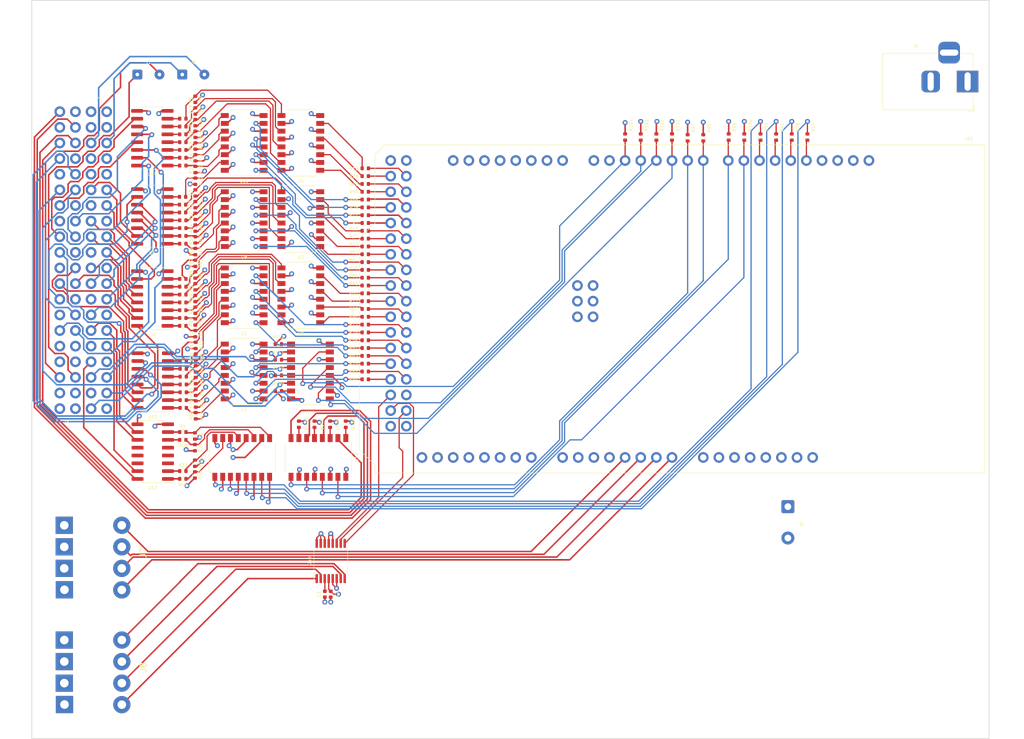
<source format=kicad_pcb>
(kicad_pcb (version 20211014) (generator pcbnew)
  (layers (0 "F.Cu" signal) (1 "In1.Cu" signal) (2 "In2.Cu" signal) (31 "B.Cu" signal) (34 "B.Paste" user) (35 "F.Paste" user) (36 "B.SilkS" user "B.Silkscreen") (37 "F.SilkS" user "F.Silkscreen") (38 "B.Mask" user) (39 "F.Mask" user) (44 "Edge.Cuts" user))
  (net 0 "")
  (net 1 "GND")
  (net 2 "5V")
  (net 3 "Net-(C2-Pad2)")
  (net 4 "SpkrPwrA")
  (net 5 "SpkrGNDA")
  (net 6 "-28V")
  (net 7 "GND2")
  (net 8 "HLightAOut")
  (net 9 "Fdr2FdrAOut")
  (net 10 "Fdr1MagAOut")
  (net 11 "Cue2YlwAOut")
  (net 12 "Cue2RedAOut")
  (net 13 "Cue1RedAOut")
  (net 14 "Spare4AOut")
  (net 15 "Spare1AOut")
  (net 16 "Switch4AOut")
  (net 17 "Switch1AOut")
  (net 18 "ToneAOut")
  (net 19 "Fdr2MagAOut")
  (net 20 "Fdr1FdrAOut")
  (net 21 "Cue2GrnAOut")
  (net 22 "Cue1GrnAOut")
  (net 23 "Cue1YlwAOut")
  (net 24 "Spare3AOut")
  (net 25 "Spare2AOut")
  (net 26 "Switch3AOut")
  (net 27 "Switch2AOut")
  (net 28 "SpkrGNDB")
  (net 29 "HLightBOut")
  (net 30 "Fdr2FdrBOut")
  (net 31 "Fdr1MagBOut")
  (net 32 "Cue2YlwBOut")
  (net 33 "Cue2RedBOut")
  (net 34 "Cue1RedBOut")
  (net 35 "Spare4BOut")
  (net 36 "Spare1BOut")
  (net 37 "Switch4BOut")
  (net 38 "Switch1BOut")
  (net 39 "SpkrPwrB")
  (net 40 "ToneBOut")
  (net 41 "Fdr2MagBOut")
  (net 42 "Fdr1FdrBOut")
  (net 43 "Cue2GrnBOut")
  (net 44 "Cue1GrnBOut")
  (net 45 "Cue1YlwBOut")
  (net 46 "Spare3BOut")
  (net 47 "Spare2BOut")
  (net 48 "Switch3BOut")
  (net 49 "Switch2BOut")
  (net 50 "Net-(R1-Pad1)")
  (net 51 "Fdr2FdrAIn")
  (net 52 "Spare4ADvr")
  (net 53 "Net-(R2-Pad2)")
  (net 54 "Cue2RedADvr")
  (net 55 "Net-(R3-Pad2)")
  (net 56 "Net-(R4-Pad2)")
  (net 57 "Net-(R5-Pad2)")
  (net 58 "Net-(R10-Pad2)")
  (net 59 "Net-(R11-Pad1)")
  (net 60 "Fdr2MagAIn")
  (net 61 "Net-(R12-Pad1)")
  (net 62 "Spare4AIn")
  (net 63 "Net-(R13-Pad1)")
  (net 64 "Cue2RedAIn")
  (net 65 "Net-(R14-Pad1)")
  (net 66 "Net-(R15-Pad1)")
  (net 67 "Spare3ADvr")
  (net 68 "Net-(R16-Pad2)")
  (net 69 "Cue1GrnADvr")
  (net 70 "Net-(R17-Pad2)")
  (net 71 "Net-(R18-Pad2)")
  (net 72 "Net-(R19-Pad2)")
  (net 73 "Fdr2FdrADvr")
  (net 74 "Net-(R21-Pad2)")
  (net 75 "Net-(R26-Pad1)")
  (net 76 "Spare3AIn")
  (net 77 "Net-(R27-Pad1)")
  (net 78 "Cue1GrnAIn")
  (net 79 "Net-(R28-Pad1)")
  (net 80 "Net-(R29-Pad1)")
  (net 81 "Spare2ADvr")
  (net 82 "Net-(R30-Pad2)")
  (net 83 "Fdr2MagADvr")
  (net 84 "Cue1YlwADvr")
  (net 85 "Net-(R32-Pad2)")
  (net 86 "Net-(R33-Pad2)")
  (net 87 "Net-(R34-Pad2)")
  (net 88 "Net-(R39-Pad1)")
  (net 89 "Spare2AIn")
  (net 90 "Net-(R40-Pad1)")
  (net 91 "Cue1YlwAIn")
  (net 92 "Net-(R41-Pad1)")
  (net 93 "Net-(R42-Pad1)")
  (net 94 "Spare1ADvr")
  (net 95 "Net-(R43-Pad2)")
  (net 96 "Cue1RedADvr")
  (net 97 "Net-(R44-Pad2)")
  (net 98 "Net-(R45-Pad2)")
  (net 99 "Net-(R46-Pad2)")
  (net 100 "Net-(R51-Pad1)")
  (net 101 "Spare1AIn")
  (net 102 "Net-(R52-Pad1)")
  (net 103 "Cue1RedAIn")
  (net 104 "Net-(R53-Pad1)")
  (net 105 "Net-(R54-Pad1)")
  (net 106 "Fdr1FdrADvr")
  (net 107 "Net-(R55-Pad2)")
  (net 108 "HLightADvr")
  (net 109 "Net-(R56-Pad2)")
  (net 110 "Net-(R57-Pad2)")
  (net 111 "Net-(R58-Pad2)")
  (net 112 "Net-(R63-Pad1)")
  (net 113 "Fdr1FdrAIn")
  (net 114 "Net-(R64-Pad1)")
  (net 115 "HLightAIn")
  (net 116 "Net-(R65-Pad1)")
  (net 117 "Net-(R66-Pad1)")
  (net 118 "Fdr1MagADvr")
  (net 119 "Net-(R67-Pad2)")
  (net 120 "ToneAIn")
  (net 121 "Net-(R68-Pad2)")
  (net 122 "Net-(R69-Pad2)")
  (net 123 "Net-(R70-Pad2)")
  (net 124 "Net-(R75-Pad1)")
  (net 125 "Fdr1MagAIn")
  (net 126 "Net-(R76-Pad1)")
  (net 127 "Net-(R77-Pad1)")
  (net 128 "Net-(R78-Pad1)")
  (net 129 "Cue2GrnADvr")
  (net 130 "Net-(R79-Pad2)")
  (net 131 "Net-(R80-Pad2)")
  (net 132 "Net-(R81-Pad2)")
  (net 133 "Net-(R85-Pad1)")
  (net 134 "Cue2GrnAIn")
  (net 135 "Net-(R86-Pad1)")
  (net 136 "Net-(R87-Pad1)")
  (net 137 "Cue2YlwADvr")
  (net 138 "Net-(R88-Pad2)")
  (net 139 "Net-(R89-Pad2)")
  (net 140 "Net-(R90-Pad2)")
  (net 141 "Net-(R94-Pad1)")
  (net 142 "Cue2YlwAIn")
  (net 143 "Net-(R95-Pad1)")
  (net 144 "Net-(R96-Pad1)")
  (net 145 "Switch1AIn")
  (net 146 "Switch2AIn")
  (net 147 "Switch3AIn")
  (net 148 "Switch4AIn")
  (net 149 "Net-(R105-Pad2)")
  (net 150 "Net-(R106-Pad2)")
  (net 151 "Net-(R107-Pad2)")
  (net 152 "Net-(R108-Pad2)")
  (net 153 "Net-(R109-Pad2)")
  (net 154 "Net-(R110-Pad2)")
  (net 155 "Net-(R111-Pad2)")
  (net 156 "Net-(R112-Pad2)")
  (net 157 "AOut1")
  (net 158 "AOut2")
  (net 159 "AOut3")
  (net 160 "AOut4")
  (net 161 "SS")
  (net 162 "SCK")
  (net 163 "MOSI")
  (net 164 "GPIO1")
  (net 165 "GPIO2")
  (net 166 "GPIO3")
  (net 167 "GPIO4")
  (net 195 "Fdr2FdrBIn")
  (net 196 "Fdr2MagBIn")
  (net 197 "HLightBIn")
  (net 198 "ToneBIn")
  (net 199 "Cue2YlwBIn")
  (net 200 "Cue2GrnBIn")
  (net 201 "Fdr1MagBIn")
  (net 202 "Fdr1FdrBIn")
  (net 203 "Cue1RedBIn")
  (net 204 "Cue1YlwBIn")
  (net 205 "Cue1GrnBIn")
  (net 206 "Net-(J5-Pad1)")
  (net 207 "Spare1BIn")
  (net 208 "Spare2BIn")
  (net 209 "Spare3BIn")
  (net 210 "Spare4BIn")
  (net 211 "Switch1BIn")
  (net 212 "Switch2BIn")
  (net 213 "Switch3BIn")
  (net 214 "Switch4BIn")
  (net 230 "Cue2RedBDvr")
  (net 231 "Spare4BDvr")
  (net 232 "Cue2RedBIn")
  (net 233 "Cue1GrnBDvr")
  (net 234 "Spare3BDvr")
  (net 235 "Cue1YlwBDvr")
  (net 236 "Spare2BDvr")
  (net 237 "Cue1RedBDvr")
  (net 238 "Spare1BDvr")
  (net 239 "HLightBDvr")
  (net 240 "Fdr1FdrBDvr")
  (net 241 "ToneBDvr")
  (net 242 "Fdr1MagBDvr")
  (net 243 "ToneADvr")
  (net 244 "Fdr2MagBDvr")
  (net 245 "Cue2GrnBDvr")
  (net 246 "Fdr2FdrBDvr")
  (net 247 "Cue2YlwBDvr")
  (footprint "Resistor_SMD:R_0402_1005Metric" (layer "F.Cu") (at 84.167328 51.851562)
    (fp_text reference "R20")
    (fp_text value "6.7kΩ")
  )
  (footprint "Resistor_SMD:R_0402_1005Metric" (layer "F.Cu") (at 185.716078 42.134062 -90)
    (fp_text reference "R14")
    (fp_text value "383Ω")
  )
  (footprint "Resistor_SMD:R_0402_1005Metric" (layer "F.Cu") (at 84.277328 78.531562)
    (fp_text reference "R16")
    (fp_text value "6.7kΩ")
  )
  (footprint "Resistor_SMD:R_0402_1005Metric" (layer "F.Cu") (at 113.864828 47.214062)
    (fp_text reference "R15")
    (fp_text value "383Ω")
  )
  (footprint "Resistor_SMD:R_0402_1005Metric" (layer "F.Cu") (at 113.864828 59.914062)
    (fp_text reference "R40")
    (fp_text value "383Ω")
  )
  (footprint "Resistor_SMD:R_0402_1005Metric" (layer "F.Cu") (at 84.212328 71.546562)
    (fp_text reference "R90")
    (fp_text value "6.7kΩ")
  )
  (footprint "Package_SO:SOP-16_4.4x10.4mm_P1.27mm" (layer "F.Cu") (at 93.862328 94.204062 90)
    (fp_text reference "U3")
    (fp_text value "LTV-247")
  )
  (footprint "Package_SO:SOIC-16_3.9x9.9mm_P1.27mm" (layer "F.Cu") (at 79.322328 93.251562 180)
    (fp_text reference "U12")
    (fp_text value "ULN2003A")
  )
  (footprint "Resistor_SMD:R_0402_1005Metric" (layer "F.Cu") (at 84.167328 54.391562)
    (fp_text reference "R17")
    (fp_text value "6.7kΩ")
  )
  (footprint "TNEL:40 Pin Ribbon Connector" (layer "F.Cu") (at 69.297328 32.934062)
    (fp_text reference "J4")
    (fp_text value "40_Pin_Ribbon_Connector")
  )
  (footprint "Resistor_SMD:R_0402_1005Metric" (layer "F.Cu") (at 172.919828 42.134062 90)
    (fp_text reference "R99")
    (fp_text value "10kΩ")
  )
  (footprint "Package_SO:TSSOP-16_4.4x5mm_P0.65mm" (layer "F.Cu") (at 108.246078 111.031562 90)
    (fp_text reference "U45")
    (fp_text value "DAC8565")
  )
  (footprint "Resistor_SMD:R_0402_1005Metric" (layer "F.Cu") (at 113.864828 48.484062)
    (fp_text reference "R29")
    (fp_text value "383Ω")
  )
  (footprint "Resistor_SMD:R_0402_1005Metric" (layer "F.Cu") (at 113.864828 67.534062)
    (fp_text reference "R65")
    (fp_text value "383Ω")
  )
  (footprint "Resistor_SMD:R_0402_1005Metric" (layer "F.Cu") (at 84.212328 90.076562)
    (fp_text reference "R4")
    (fp_text value "6.7kΩ")
  )
  (footprint "Package_SO:SOP-16_4.4x10.4mm_P1.27mm" (layer "F.Cu") (at 104.949828 80.229062)
    (fp_text reference "U14")
    (fp_text value "LTV-247")
  )
  (footprint "Resistor_SMD:R_0402_1005Metric" (layer "F.Cu") (at 113.864828 61.184062)
    (fp_text reference "R52")
    (fp_text value "383Ω")
  )
  (footprint "Connector_BarrelJack:BarrelJack_Horizontal" (layer "F.Cu") (at 211.751078 32.609062)
    (fp_text reference "J5")
    (fp_text value "Barrel_Jack")
  )
  (footprint "Resistor_SMD:R_0402_1005Metric" (layer "F.Cu") (at 113.864828 57.374062)
    (fp_text reference "R13")
    (fp_text value "383Ω")
  )
  (footprint "Resistor_SMD:R_0402_1005Metric" (layer "F.Cu") (at 86.242328 35.994062 90)
    (fp_text reference "R9")
    (fp_text value "6.7kΩ")
  )
  (footprint "Resistor_SMD:R_0402_1005Metric" (layer "F.Cu") (at 86.242328 47.406562 90)
    (fp_text reference "R21")
    (fp_text value "6.7kΩ")
  )
  (footprint "Resistor_SMD:R_0402_1005Metric" (layer "F.Cu") (at 84.212328 72.816562)
    (fp_text reference "R2")
    (fp_text value "6.7kΩ")
  )
  (footprint "Resistor_SMD:R_0402_1005Metric" (layer "F.Cu") (at 99.744828 78.324062)
    (fp_text reference "R111")
    (fp_text value "2670Ω")
  )
  (footprint "Resistor_SMD:R_0402_1005Metric" (layer "F.Cu") (at 86.177328 95.141562 90)
    (fp_text reference "R37")
    (fp_text value "6.7kΩ")
  )
  (footprint "Resistor_SMD:R_0402_1005Metric" (layer "F.Cu") (at 86.242328 39.786562 90)
    (fp_text reference "R38")
    (fp_text value "6.7kΩ")
  )
  (footprint "Resistor_SMD:R_0402_1005Metric" (layer "F.Cu") (at 84.212328 56.931562)
    (fp_text reference "R44")
    (fp_text value "6.7kΩ")
  )
  (footprint "Resistor_SMD:R_0402_1005Metric" (layer "F.Cu") (at 86.242328 51.216562 90)
    (fp_text reference "R7")
    (fp_text value "6.7kΩ")
  )
  (footprint "Resistor_SMD:R_0402_1005Metric" (layer "F.Cu") (at 84.212328 45.501562)
    (fp_text reference "R70")
    (fp_text value "6.7kΩ")
  )
  (footprint "Resistor_SMD:R_0402_1005Metric" (layer "F.Cu") (at 84.212328 67.736562)
    (fp_text reference "R57")
    (fp_text value "6.7kΩ")
  )
  (footprint "Resistor_SMD:R_0402_1005Metric" (layer "F.Cu") (at 86.307328 85.516562 90)
    (fp_text reference "R82")
    (fp_text value "6.7kΩ")
  )
  (footprint "Resistor_SMD:R_0402_1005Metric" (layer "F.Cu") (at 86.177328 90.711562 90)
    (fp_text reference "R8")
    (fp_text value "6.7kΩ")
  )
  (footprint "Resistor_SMD:R_0402_1005Metric" (layer "F.Cu") (at 113.864828 66.264062)
    (fp_text reference "R95")
    (fp_text value "383Ω")
  )
  (footprint "Resistor_SMD:R_0402_1005Metric" (layer "F.Cu") (at 183.176078 42.134062 -90)
    (fp_text reference "R28")
    (fp_text value "383Ω")
  )
  (footprint "Resistor_SMD:R_0402_1005Metric" (layer "F.Cu") (at 84.212328 65.186562)
    (fp_text reference "R80")
    (fp_text value "6.7kΩ")
  )
  (footprint "Resistor_SMD:R_0402_1005Metric" (layer "F.Cu") (at 86.307328 75.991562 90)
    (fp_text reference "R22")
    (fp_text value "6.7kΩ")
  )
  (footprint "Resistor_SMD:R_0402_1005Metric" (layer "F.Cu") (at 99.744828 83.404062)
    (fp_text reference "R109")
    (fp_text value "2670Ω")
  )
  (footprint "Resistor_SMD:R_0402_1005Metric" (layer "F.Cu") (at 84.277328 82.341562)
    (fp_text reference "R55")
    (fp_text value "6.7kΩ")
  )
  (footprint "Resistor_SMD:R_0402_1005Metric" (layer "F.Cu") (at 84.212328 96.411562)
    (fp_text reference "R33")
    (fp_text value "6.7kΩ")
  )
  (footprint "Resistor_SMD:R_0402_1005Metric" (layer "F.Cu") (at 113.864828 63.724062)
    (fp_text reference "R76")
    (fp_text value "383Ω")
  )
  (footprint "Package_SO:SOP-16_4.4x10.4mm_P1.27mm" (layer "F.Cu") (at 106.244828 94.204062 -90)
    (fp_text reference "U13")
    (fp_text value "LTV-247")
  )
  (footprint "Resistor_SMD:R_0402_1005Metric" (layer "F.Cu") (at 158.632328 42.134062 90)
    (fp_text reference "R103")
    (fp_text value "10kΩ")
  )
  (footprint "Resistor_SMD:R_0402_1005Metric" (layer "F.Cu") (at 113.864828 49.754062)
    (fp_text reference "R42")
    (fp_text value "383Ω")
  )
  (footprint "Resistor_SMD:R_0402_1005Metric" (layer "F.Cu") (at 84.277328 83.611562)
    (fp_text reference "R67")
    (fp_text value "6.7kΩ")
  )
  (footprint "Resistor_SMD:R_0402_1005Metric" (layer "F.Cu") (at 175.459828 42.134062 90)
    (fp_text reference "R100")
    (fp_text value "10kΩ")
  )
  (footprint "Package_SO:SOIC-16_3.9x9.9mm_P1.27mm" (layer "F.Cu") (at 79.322328 81.706562 180)
    (fp_text reference "U10")
    (fp_text value "ULN2003A")
  )
  (footprint "Package_SO:SOIC-16_3.9x9.9mm_P1.27mm" (layer "F.Cu") (at 79.257328 68.371562 180)
    (fp_text reference "U6")
    (fp_text value "ULN2003A")
  )
  (footprint "Resistor_SMD:R_0402_1005Metric" (layer "F.Cu") (at 84.212328 91.346562)
    (fp_text reference "R18")
    (fp_text value "6.7kΩ")
  )
  (footprint "Package_SO:SOP-16_4.4x10.4mm_P1.27mm" (layer "F.Cu") (at 94.179828 43.086562 180)
    (fp_text reference "U11")
    (fp_text value "LTV-247")
  )
  (footprint "Resistor_SMD:R_0402_1005Metric" (layer "F.Cu") (at 84.212328 40.421562)
    (fp_text reference "R19")
    (fp_text value "6.7kΩ")
  )
  (footprint "Package_SO:SOP-16_4.4x10.4mm_P1.27mm" (layer "F.Cu") (at 103.387328 43.086562 180)
    (fp_text reference "U4")
    (fp_text value "LTV-247")
  )
  (footprint "Resistor_SMD:R_0402_1005Metric" (layer "F.Cu") (at 86.242328 43.596562 90)
    (fp_text reference "R62")
    (fp_text value "6.7kΩ")
  )
  (footprint "Resistor_SMD:R_0402_1005Metric" (layer "F.Cu") (at 105.609828 88.806562 -90)
    (fp_text reference "R106")
    (fp_text value "2670Ω")
  )
  (footprint "Resistor_SMD:R_0402_1005Metric" (layer "F.Cu") (at 84.277328 84.881562)
    (fp_text reference "R79")
    (fp_text value "6.7kΩ")
  )
  (footprint "Resistor_SMD:R_0402_1005Metric" (layer "F.Cu") (at 161.172328 42.134062 90)
    (fp_text reference "R102")
    (fp_text value "10kΩ")
  )
  (footprint "Package_SO:SOIC-16_3.9x9.9mm_P1.27mm" (layer "F.Cu") (at 79.257328 42.326562 180)
    (fp_text reference "U44")
    (fp_text value "ULN2003A")
  )
  (footprint "Resistor_SMD:R_0402_1005Metric" (layer "F.Cu") (at 86.307328 83.611562 90)
    (fp_text reference "R71")
    (fp_text value "6.7kΩ")
  )
  (footprint "Resistor_SMD:R_0402_1005Metric" (layer "F.Cu") (at 168.792328 42.259062 90)
    (fp_text reference "R98")
    (fp_text value "10kΩ")
  )
  (footprint "Package_SO:SOP-16_4.4x10.4mm_P1.27mm" (layer "F.Cu") (at 103.387328 67.851562 180)
    (fp_text reference "U9")
    (fp_text value "LTV-247")
  )
  (footprint "Resistor_SMD:R_0402_1005Metric" (layer "F.Cu") (at 86.242328 60.741562 90)
    (fp_text reference "R72")
    (fp_text value "6.7kΩ")
  )
  (footprint "Connector_Wire:SolderWire-0.5sqmm_1x02_P4.6mm_D0.9mm_OD2.1mm" (layer "F.Cu") (at 182.541078 102.699062 -90)
    (fp_text reference "J6")
    (fp_text value "Breaker")
  )
  (footprint "Resistor_SMD:R_0402_1005Metric" (layer "F.Cu") (at 86.307328 81.706562 90)
    (fp_text reference "R59")
    (fp_text value "6.7kΩ")
  )
  (footprint "Resistor_SMD:R_0402_1005Metric" (layer "F.Cu") (at 86.242328 64.551562 90)
    (fp_text reference "R92")
    (fp_text value "6.7kΩ")
  )
  (footprint "Resistor_SMD:R_0402_1005Metric" (layer "F.Cu") (at 84.212328 44.231562)
    (fp_text reference "R58")
    (fp_text value "6.7kΩ")
  )
  (footprint "Resistor_SMD:R_0402_1005Metric" (layer "F.Cu") (at 108.149828 88.806562 -90)
    (fp_text reference "R107")
    (fp_text value "2670Ω")
  )
  (footprint "Resistor_SMD:R_0402_1005Metric" (layer "F.Cu") (at 99.744828 80.864062)
    (fp_text reference "R110")
    (fp_text value "2670Ω")
  )
  (footprint "Package_SO:SOP-16_4.4x10.4mm_P1.27mm" (layer "F.Cu") (at 94.179828 67.851562 180)
    (fp_text reference "U1")
    (fp_text value "LTV-247")
  )
  (footprint "Resistor_SMD:R_0402_1005Metric" (layer "F.Cu") (at 86.242328 62.646562 90)
    (fp_text reference "R83")
    (fp_text value "6.7kΩ")
  )
  (footprint "Resistor_SMD:R_0402_1005Metric" (layer "F.Cu") (at 86.242328 56.931562 90)
    (fp_text reference "R48")
    (fp_text value "6.7kΩ")
  )
  (footprint "TNEL:SPTD" (layer "F.Cu") (at 62.558078 125.799062 90)
    (fp_text reference "J8")
    (fp_text value "Conn_02x04_Top_Bottom")
  )
  (footprint "Resistor_SMD:R_0402_1005Metric" (layer "F.Cu") (at 86.177328 97.046562 90)
    (fp_text reference "R49")
    (fp_text value "6.7kΩ")
  )
  (footprint "Resistor_SMD:R_0402_1005Metric" (layer "F.Cu") (at 84.277328 81.071562)
    (fp_text reference "R43")
    (fp_text value "6.7kΩ")
  )
  (footprint "Resistor_SMD:R_0402_1005Metric" (layer "F.Cu") (at 113.864828 80.234062)
    (fp_text reference "R85")
    (fp_text value "383Ω")
  )
  (footprint "Capacitor_SMD:C_0402_1005Metric" (layer "F.Cu") (at 107.293578 116.429062 90)
    (fp_text reference "C2")
    (fp_text value "150nF")
  )
  (footprint "TNEL:SPTD" (layer "F.Cu") (at 62.549078 107.153062 90)
    (fp_text reference "J7")
    (fp_text value "Conn_02x04_Top_Bottom")
  )
  (footprint "Resistor_SMD:R_0402_1005Metric" (layer "F.Cu") (at 166.252328 42.259062 90)
    (fp_text reference "R97")
    (fp_text value "10kΩ")
  )
  (footprint "Resistor_SMD:R_0402_1005Metric" (layer "F.Cu") (at 113.864828 51.024062)
    (fp_text reference "R54")
    (fp_text value "383Ω")
  )
  (footprint "Resistor_SMD:R_0402_1005Metric" (layer "F.Cu") (at 84.212328 70.276562)
    (fp_text reference "R81")
    (fp_text value "6.7kΩ")
  )
  (footprint "Resistor_SMD:R_0402_1005Metric" (layer "F.Cu") (at 86.242328 45.501562 90)
    (fp_text reference "R74")
    (fp_text value "6.7kΩ")
  )
  (footprint "Resistor_SMD:R_0402_1005Metric" (layer "F.Cu") (at 84.212328 69.006562)
    (fp_text reference "R69")
    (fp_text value "6.7kΩ")
  )
  (footprint "Resistor_SMD:R_0402_1005Metric" (layer "F.Cu") (at 86.307328 87.421562 90)
    (fp_text reference "R91")
    (fp_text value "6.7kΩ")
  )
  (footprint "Connector_Wire:SolderWire-0.1sqmm_1x02_P3.6mm_D0.4mm_OD1mm" (layer "F.Cu") (at 76.813578 31.974062)
    (fp_text reference "J1")
    (fp_text value "Speaker")
  )
  (footprint "Package_SO:SOP-16_4.4x10.4mm_P1.27mm" (layer "F.Cu") (at 103.387328 55.469062 180)
    (fp_text reference "U2")
    (fp_text value "LTV-247")
  )
  (footprint "Resistor_SMD:R_0402_1005Metric" (layer "F.Cu") (at 156.092328 42.134062 90)
    (fp_text reference "R104")
    (fp_text value "10kΩ")
  )
  (footprint "Resistor_SMD:R_0402_1005Metric" (layer "F.Cu") (at 86.242328 58.836562 90)
    (fp_text reference "R60")
    (fp_text value "6.7kΩ")
  )
  (footprint "Resistor_SMD:R_0402_1005Metric" (layer "F.Cu") (at 103.069828 88.806562 -90)
    (fp_text reference "R105")
    (fp_text value "2670Ω")
  )
  (footprint "Resistor_SMD:R_0402_1005Metric" (layer "F.Cu") (at 113.864828 52.294062)
    (fp_text reference "R66")
    (fp_text value "383Ω")
  )
  (footprint "Resistor_SMD:R_0402_1005Metric" (layer "F.Cu") (at 113.864828 75.154062)
    (fp_text reference "R39")
    (fp_text value "383Ω")
  )
  (footprint "Resistor_SMD:R_0402_1005Metric" (layer "F.Cu") (at 113.864828 71.344062)
    (fp_text reference "R96")
    (fp_text value "383Ω")
  )
  (footprint "Resistor_SMD:R_0402_1005Metric" (layer "F.Cu") (at 86.242328 68.371562 90)
    (fp_text reference "R73")
    (fp_text value "6.7kΩ")
  )
  (footprint "Resistor_SMD:R_0402_1005Metric" (layer "F.Cu") (at 113.864828 58.644062)
    (fp_text reference "R27")
    (fp_text value "383Ω")
  )
  (footprint "Resistor_SMD:R_0402_1005Metric" (layer "F.Cu") (at 86.242328 41.691562 90)
    (fp_text reference "R50")
    (fp_text value "6.7kΩ")
  )
  (footprint "Resistor_SMD:R_0402_1005Metric" (layer "F.Cu") (at 113.864828 72.614062)
    (fp_text reference "R12")
    (fp_text value "383Ω")
  )
  (footprint "Resistor_SMD:R_0402_1005Metric" (layer "F.Cu") (at 86.177328 92.616562 90)
    (fp_text reference "R24")
    (fp_text value "6.7kΩ")
  )
  (footprint "Resistor_SMD:R_0402_1005Metric" (layer "F.Cu") (at 86.242328 66.466562 90)
    (fp_text reference "R61")
    (fp_text value "6.7kΩ")
  )
  (footprint "Resistor_SMD:R_0402_1005Metric" (layer "F.Cu") (at 86.242328 70.276562 90)
    (fp_text reference "R84")
    (fp_text value "6.7kΩ")
  )
  (footprint "Resistor_SMD:R_0402_1005Metric" (layer "F.Cu") (at 86.242328 55.026562 90)
    (fp_text reference "R36")
    (fp_text value "6.7kΩ")
  )
  (footprint "Resistor_SMD:R_0402_1005Metric" (layer "F.Cu") (at 113.864828 76.424062)
    (fp_text reference "R51")
    (fp_text value "383Ω")
  )
  (footprint "Resistor_SMD:R_0402_1005Metric" (layer "F.Cu") (at 86.307328 77.896562 90)
    (fp_text reference "R35")
    (fp_text value "6.7kΩ")
  )
  (footprint "Resistor_SMD:R_0402_1005Metric" (layer "F.Cu") (at 113.864828 77.694062)
    (fp_text reference "R63")
    (fp_text value "383Ω")
  )
  (footprint "Arduino:Arduino_Mega2560_Shield" (layer "F.Cu") (at 112.416328 97.744062)
    (fp_text reference "XA1")
    (fp_text value "Arduino_Mega2560_Shield")
  )
  (footprint "Resistor_SMD:R_0402_1005Metric" (layer "F.Cu") (at 113.864828 70.074062)
    (fp_text reference "R87")
    (fp_text value "383Ω")
  )
  (footprint "Resistor_SMD:R_0402_1005Metric" (layer "F.Cu") (at 163.712328 42.134062 90)
    (fp_text reference "R101")
    (fp_text value "10kΩ")
  )
  (footprint "Package_SO:SOP-16_4.4x10.4mm_P1.27mm" (layer "F.Cu") (at 94.179828 80.234062 180)
    (fp_text reference "U7")
    (fp_text value "LTV-247")
  )
  (footprint "Resistor_SMD:R_0402_1005Metric" (layer "F.Cu") (at 84.212328 55.661562)
    (fp_text reference "R32")
    (fp_text value "6.7kΩ")
  )
  (footprint "Resistor_SMD:R_0402_1005Metric" (layer "F.Cu") (at 113.864828 78.964062)
    (fp_text reference "R75")
    (fp_text value "383Ω")
  )
  (footprint "Resistor_SMD:R_0402_1005Metric" (layer "F.Cu") (at 84.277328 86.151562)
    (fp_text reference "R88")
    (fp_text value "6.7kΩ")
  )
  (footprint "Resistor_SMD:R_0402_1005Metric" (layer "F.Cu") (at 178.096078 42.134062 -90)
    (fp_text reference "R53")
    (fp_text value "383Ω")
  )
  (footprint "Resistor_SMD:R_0402_1005Metric" (layer "F.Cu") (at 113.864828 56.104062)
    (fp_text reference "R1")
    (fp_text value "383Ω")
  )
  (footprint "Resistor_SMD:R_0402_1005Metric" (layer "F.Cu") (at 84.212328 66.456562)
    (fp_text reference "R89")
    (fp_text value "6.7kΩ")
  )
  (footprint "Package_SO:SOP-16_4.4x10.4mm_P1.27mm" (layer "F.Cu") (at 94.179828 55.469062 180)
    (fp_text reference "U8")
    (fp_text value "LTV-247")
  )
  (footprint "Resistor_SMD:R_0402_1005Metric" (layer "F.Cu") (at 84.212328 97.681562)
    (fp_text reference "R45")
    (fp_text value "6.7kΩ")
  )
  (footprint "Package_SO:SOIC-16_3.9x9.9mm_P1.27mm" (layer "F.Cu") (at 79.257328 55.036562 180)
    (fp_text reference "U5")
    (fp_text value "ULN2003A")
  )
  (footprint "Resistor_SMD:R_0402_1005Metric" (layer "F.Cu") (at 84.212328 42.961562)
    (fp_text reference "R46")
    (fp_text value "6.7kΩ")
  )
  (footprint "Resistor_SMD:R_0402_1005Metric" (layer "F.Cu") (at 113.864828 64.994062)
    (fp_text reference "R86")
    (fp_text value "383Ω")
  )
  (footprint "Resistor_SMD:R_0402_1005Metric" (layer "F.Cu") (at 113.864828 68.804062)
    (fp_text reference "R77")
    (fp_text value "383Ω")
  )
  (footprint "Capacitor_SMD:C_0402_1005Metric" (layer "F.Cu") (at 108.246078 116.429062 90)
    (fp_text reference "C1")
    (fp_text value "0.1uF")
  )
  (footprint "Resistor_SMD:R_0402_1005Metric" (layer "F.Cu") (at 84.212328 46.771562)
    (fp_text reference "R31")
    (fp_text value "6.7kΩ")
  )
  (footprint "Resistor_SMD:R_0402_1005Metric" (layer "F.Cu") (at 113.864828 81.504062)
    (fp_text reference "R94")
    (fp_text value "383Ω")
  )
  (footprint "Resistor_SMD:R_0402_1005Metric" (layer "F.Cu") (at 86.242328 49.311562 90)
    (fp_text reference "R10")
    (fp_text value "6.7kΩ")
  )
  (footprint "Resistor_SMD:R_0402_1005Metric" (layer "F.Cu") (at 86.307328 79.801562 90)
    (fp_text reference "R47")
    (fp_text value "6.7kΩ")
  )
  (footprint "Resistor_SMD:R_0402_1005Metric" (layer "F.Cu") (at 86.242328 74.086562 90)
    (fp_text reference "R6")
    (fp_text value "6.7kΩ")
  )
  (footprint "Resistor_SMD:R_0402_1005Metric" (layer "F.Cu") (at 86.242328 53.121562 90)
    (fp_text reference "R23")
    (fp_text value "6.7kΩ")
  )
  (footprint "Resistor_SMD:R_0402_1005Metric" (layer "F.Cu") (at 113.864828 62.454062)
    (fp_text reference "R64")
    (fp_text value "383Ω")
  )
  (footprint "Resistor_SMD:R_0402_1005Metric" (layer "F.Cu") (at 84.277328 79.801562)
    (fp_text reference "R30")
    (fp_text value "6.7kΩ")
  )
  (footprint "Resistor_SMD:R_0402_1005Metric" (layer "F.Cu") (at 84.212328 59.471562)
    (fp_text reference "R68")
    (fp_text value "6.7kΩ")
  )
  (footprint "Resistor_SMD:R_0402_1005Metric" (layer "F.Cu") (at 113.864828 54.834062)
    (fp_text reference "R11")
    (fp_text value "383Ω")
  )
  (footprint "Resistor_SMD:R_0402_1005Metric" (layer "F.Cu") (at 84.212328 39.151562)
    (fp_text reference "R5")
    (fp_text value "6.7kΩ")
  )
  (footprint "Resistor_SMD:R_0402_1005Metric" (layer "F.Cu") (at 180.636078 42.134062 -90)
    (fp_text reference "R41")
    (fp_text value "383Ω")
  )
  (footprint "Resistor_SMD:R_0402_1005Metric" (layer "F.Cu") (at 84.167328 53.121562)
    (fp_text reference "R3")
    (fp_text value "6.7kΩ")
  )
  (footprint "Resistor_SMD:R_0402_1005Metric" (layer "F.Cu") (at 86.242328 37.899062 90)
    (fp_text reference "R25")
    (fp_text value "6.7kΩ")
  )
  (footprint "Resistor_SMD:R_0402_1005Metric" (layer "F.Cu") (at 99.744828 75.784062)
    (fp_text reference "R112")
    (fp_text value "2670Ω")
  )
  (footprint "Resistor_SMD:R_0402_1005Metric" (layer "F.Cu") (at 113.864828 53.564062)
    (fp_text reference "R78")
    (fp_text value "383Ω")
  )
  (footprint "Resistor_SMD:R_0402_1005Metric" (layer "F.Cu") (at 113.864828 73.884062)
    (fp_text reference "R26")
    (fp_text value "383Ω")
  )
  (footprint "Resistor_SMD:R_0402_1005Metric" (layer "F.Cu") (at 110.689828 88.806562 -90)
    (fp_text reference "R108")
    (fp_text value "2670Ω")
  )
  (footprint "Connector_Wire:SolderWire-0.1sqmm_1x02_P3.6mm_D0.4mm_OD1mm" (layer "F.Cu") (at 84.116078 31.974062)
    (fp_text reference "J2")
    (fp_text value "Speaker")
  )
  (footprint "Resistor_SMD:R_0402_1005Metric" (layer "F.Cu") (at 86.242328 72.181562 90)
    (fp_text reference "R93")
    (fp_text value "6.7kΩ")
  )
  (footprint "Resistor_SMD:R_0402_1005Metric" (layer "F.Cu") (at 84.212328 41.691562)
    (fp_text reference "R34")
    (fp_text value "6.7kΩ")
  )
  (footprint "Resistor_SMD:R_0402_1005Metric" (layer "F.Cu") (at 84.212328 58.201562)
    (fp_text reference "R56")
    (fp_text value "6.7kΩ")
  )
  (footprint "TNEL:40 Pin Ribbon Connector" (layer "B.Cu") (at 64.217328 91.354062)
    (fp_text reference "J3")
    (fp_text value "40_Pin_Ribbon_Connector")
  )
  (gr_rect (start 59.668578 139.909062) (end 215.243578 19.909062) (layer "Edge.Cuts") (width 0.1) (fill none))
  (segment (start 108.246078 116.909062) (end 108.246078 117.699062) (width 0.2) (layer "F.Cu") (net 1))
  (segment (start 106.537328 65.941562) (end 105.383578 65.941562) (width 0.25) (layer "F.Cu") (net 1))
  (segment (start 95.551078 51.019062) (end 95.546078 51.024062) (width 0.25) (layer "F.Cu") (net 1))
  (segment (start 95.858578 41.176562) (end 95.546078 40.864062) (width 0.25) (layer "F.Cu") (net 1))
  (segment (start 106.537328 43.726562) (end 105.393578 43.726562) (width 0.25) (layer "F.Cu") (net 1))
  (segment (start 108.571078 113.894062) (end 108.571078 114.849062) (width 0.2) (layer "F.Cu") (net 1))
  (segment (start 95.546089 63.401562) (end 95.546078 63.401551) (width 0.25) (layer "F.Cu") (net 1))
  (segment (start 95.868578 68.491562) (end 95.546078 68.169062) (width 0.25) (layer "F.Cu") (net 1))
  (segment (start 97.329828 58.639062) (end 95.551078 58.639062) (width 0.25) (layer "F.Cu") (net 1))
  (segment (start 90.692328 97.354062) (end 90.692328 99.122312) (width 0.25) (layer "F.Cu") (net 1))
  (segment (start 97.329828 38.636562) (end 95.858578 38.636562) (width 0.25) (layer "F.Cu") (net 1))
  (segment (start 106.537328 53.559062) (end 105.011578 53.559062) (width 0.25) (layer "F.Cu") (net 1))
  (segment (start 90.692328 99.122312) (end 90.466078 99.348562) (width 0.25) (layer "F.Cu") (net 1))
  (segment (start 161.261828 39.594062) (end 161.172328 39.683562) (width 0.25) (layer "F.Cu") (net 1))
  (segment (start 105.383578 46.256562) (end 105.071078 45.944062) (width 0.25) (layer "F.Cu") (net 1))
  (segment (start 105.393578 68.491562) (end 105.071078 68.169062) (width 0.25) (layer "F.Cu") (net 1))
  (segment (start 98.312328 101.220812) (end 98.086078 101.447062) (width 0.25) (layer "F.Cu") (net 1))
  (segment (start 97.329828 41.176562) (end 95.858578 41.176562) (width 0.25) (layer "F.Cu") (net 1))
  (segment (start 95.551078 75.784062) (end 95.546078 75.789062) (width 0.25) (layer "F.Cu") (net 1))
  (segment (start 156.092328 41.624062) (end 156.092328 39.594062) (width 0.25) (layer "F.Cu") (net 1))
  (segment (start 95.419078 77.821062) (end 95.922078 78.324062) (width 0.25) (layer "F.Cu") (net 1))
  (segment (start 95.551078 56.109062) (end 95.546078 56.104062) (width 0.25) (layer "F.Cu") (net 1))
  (segment (start 97.329828 46.256562) (end 95.858578 46.256562) (width 0.25) (layer "F.Cu") (net 1))
  (segment (start 95.858578 71.021562) (end 95.546078 70.709062) (width 0.25) (layer "F.Cu") (net 1))
  (segment (start 109.221078 115.454062) (end 109.198578 115.476562) (width 0.2) (layer "F.Cu") (net 1))
  (segment (start 97.329828 65.941562) (end 95.858578 65.941562) (width 0.25) (layer "F.Cu") (net 1))
  (segment (start 106.537328 58.639062) (end 105.74909 58.639062) (width 0.25) (layer "F.Cu") (net 1))
  (segment (start 95.772328 100.521312) (end 95.546078 100.747562) (width 0.25) (layer "F.Cu") (net 1))
  (segment (start 95.858578 38.636562) (end 95.546078 38.324062) (width 0.25) (layer "F.Cu") (net 1))
  (segment (start 95.419078 80.361062) (end 95.932078 80.874062) (width 0.25) (layer "F.Cu") (net 1))
  (segment (start 106.621078 106.624062) (end 106.658578 106.586562) (width 0.2) (layer "F.Cu") (net 1))
  (segment (start 109.221078 113.894062) (end 109.221078 115.454062) (width 0.2) (layer "F.Cu") (net 1))
  (segment (start 97.329828 83.404062) (end 95.551078 83.404062) (width 0.25) (layer "F.Cu") (net 1))
  (segment (start 106.537328 68.491562) (end 105.393578 68.491562) (width 0.25) (layer "F.Cu") (net 1))
  (segment (start 95.868578 43.726562) (end 95.546078 43.404062) (width 0.25) (layer "F.Cu") (net 1))
  (segment (start 107.293578 116.909062) (end 107.293578 117.699062) (width 0.2) (layer "F.Cu") (net 1))
  (segment (start 106.537328 38.636562) (end 105.383578 38.636562) (width 0.2) (layer "F.Cu") (net 1))
  (segment (start 97.329828 51.019062) (end 95.551078 51.019062) (width 0.25) (layer "F.Cu") (net 1))
  (segment (start 95.551078 53.559062) (end 95.546078 53.564062) (width 0.25) (layer "F.Cu") (net 1))
  (segment (start 106.621078 108.169062) (end 106.621078 106.624062) (width 0.2) (layer "F.Cu") (net 1))
  (segment (start 105.74909 58.639062) (end 105.095084 57.985056) (width 0.25) (layer "F.Cu") (net 1))
  (segment (start 105.383578 71.021562) (end 105.071078 70.709062) (width 0.25) (layer "F.Cu") (net 1))
  (segment (start 105.383578 41.176562) (end 105.071078 40.864062) (width 0.25) (layer "F.Cu") (net 1))
  (segment (start 172.919828 41.624062) (end 172.919828 39.594062) (width 0.25) (layer "F.Cu") (net 1))
  (segment (start 105.383578 63.401562) (end 105.071078 63.089062) (width 0.25) (layer "F.Cu") (net 1))
  (segment (start 93.222328 99.742732) (end 92.916998 100.048062) (width 0.25) (layer "F.Cu") (net 1))
  (segment (start 93.222328 97.354062) (end 93.222328 99.742732) (width 0.25) (layer "F.Cu") (net 1))
  (segment (start 97.329828 71.021562) (end 95.858578 71.021562) (width 0.25) (layer "F.Cu") (net 1))
  (segment (start 97.329828 43.726562) (end 95.868578 43.726562) (width 0.25) (layer "F.Cu") (net 1))
  (segment (start 105.383578 38.636562) (end 105.071078 38.324062) (width 0.2) (layer "F.Cu") (net 1))
  (segment (start 106.537328 41.176562) (end 105.383578 41.176562) (width 0.25) (layer "F.Cu") (net 1))
  (segment (start 161.172328 39.683562) (end 161.172328 41.624062) (width 0.25) (layer "F.Cu") (net 1))
  (segment (start 168.792328 39.719062) (end 168.792328 41.749062) (width 0.25) (layer "F.Cu") (net 1))
  (segment (start 107.271078 107.199062) (end 106.658578 106.586562) (width 0.2) (layer "F.Cu") (net 1))
  (segment (start 108.571078 114.849062) (end 109.198578 115.476562) (width 0.2) (layer "F.Cu") (net 1))
  (segment (start 95.858578 65.941562) (end 95.546078 65.629062) (width 0.25) (layer "F.Cu") (net 1))
  (segment (start 105.971078 107.274062) (end 106.658578 106.586562) (width 0.2) (layer "F.Cu") (net 1))
  (segment (start 105.383578 65.941562) (end 105.071078 65.629062) (width 0.25) (layer "F.Cu") (net 1))
  (segment (start 166.252328 41.749062) (end 166.252328 39.719062) (width 0.25) (layer "F.Cu") (net 1))
  (segment (start 105.971078 108.169062) (end 105.971078 107.274062) (width 0.2) (layer "F.Cu") (net 1))
  (segment (start 97.329828 53.559062) (end 95.551078 53.559062) (width 0.25) (layer "F.Cu") (net 1))
  (segment (start 175.459828 41.624062) (end 175.459828 39.594062) (width 0.25) (layer "F.Cu") (net 1))
  (segment (start 95.551078 83.404062) (end 95.546078 83.409062) (width 0.25) (layer "F.Cu") (net 1))
  (segment (start 106.537328 71.021562) (end 105.383578 71.021562) (width 0.25) (layer "F.Cu") (net 1))
  (segment (start 106.537328 63.401562) (end 105.383578 63.401562) (width 0.25) (layer "F.Cu") (net 1))
  (segment (start 97.329828 56.109062) (end 95.551078 56.109062) (width 0.25) (layer "F.Cu") (net 1))
  (segment (start 97.329828 75.784062) (end 95.551078 75.784062) (width 0.25) (layer "F.Cu") (net 1))
  (segment (start 98.312328 97.354062) (end 98.312328 101.220812) (width 0.25) (layer "F.Cu") (net 1))
  (segment (start 163.712328 41.624062) (end 163.712328 39.594062) (width 0.25) (layer "F.Cu") (net 1))
  (segment (start 105.011578 53.559062) (end 104.861706 53.708934) (width 0.25) (layer "F.Cu") (net 1))
  (segment (start 95.551078 58.639062) (end 95.546078 58.644062) (width 0.25) (layer "F.Cu") (net 1))
  (segment (start 95.772328 97.354062) (end 95.772328 100.521312) (width 0.25) (layer "F.Cu") (net 1))
  (segment (start 158.632328 41.624062) (end 158.632328 39.594062) (width 0.25) (layer "F.Cu") (net 1))
  (segment (start 106.537328 46.256562) (end 105.383578 46.256562) (width 0.25) (layer "F.Cu") (net 1))
  (segment (start 105.076078 51.019062) (end 105.071078 51.024062) (width 0.25) (layer "F.Cu") (net 1))
  (segment (start 107.271078 108.169062) (end 107.271078 107.199062) (width 0.2) (layer "F.Cu") (net 1))
  (segment (start 105.393578 43.726562) (end 105.071078 43.404062) (width 0.25) (layer "F.Cu") (net 1))
  (segment (start 95.932078 80.874062) (end 97.329828 80.874062) (width 0.25) (layer "F.Cu") (net 1))
  (segment (start 97.329828 68.491562) (end 95.868578 68.491562) (width 0.25) (layer "F.Cu") (net 1))
  (segment (start 105.076078 56.109062) (end 105.071078 56.104062) (width 0.25) (layer "F.Cu") (net 1))
  (segment (start 106.537328 56.109062) (end 105.076078 56.109062) (width 0.25) (layer "F.Cu") (net 1))
  (segment (start 95.922078 78.324062) (end 97.329828 78.324062) (width 0.25) (layer "F.Cu") (net 1))
  (segment (start 95.858578 46.256562) (end 95.546078 45.944062) (width 0.25) (layer "F.Cu") (net 1))
  (segment (start 106.537328 51.019062) (end 105.076078 51.019062) (width 0.25) (layer "F.Cu") (net 1))
  (segment (start 97.329828 63.401562) (end 95.546089 63.401562) (width 0.25) (layer "F.Cu") (net 1))
  (via (at 105.071078 51.024062) (size 0.8) (drill 0.4) (layers "F.Cu" "B.Cu") (net 1))
  (via (at 95.546078 43.404062) (size 0.8) (drill 0.4) (layers "F.Cu" "B.Cu") (net 1))
  (via (at 105.071078 45.944062) (size 0.8) (drill 0.4) (layers "F.Cu" "B.Cu") (net 1))
  (via (at 95.419078 80.361062) (size 0.8) (drill 0.4) (layers "F.Cu" "B.Cu") (net 1))
  (via (at 95.546078 63.401551) (size 0.8) (drill 0.4) (layers "F.Cu" "B.Cu") (net 1))
  (via (at 95.419078 77.821062) (size 0.8) (drill 0.4) (layers "F.Cu" "B.Cu") (net 1))
  (via (at 95.546078 56.104062) (size 0.8) (drill 0.4) (layers "F.Cu" "B.Cu") (net 1))
  (via (at 109.198578 115.476562) (size 0.8) (drill 0.4) (layers "F.Cu" "B.Cu") (net 1))
  (via (at 105.071078 70.709062) (size 0.8) (drill 0.4) (layers "F.Cu" "B.Cu") (net 1))
  (via (at 95.546078 58.644062) (size 0.8) (drill 0.4) (layers "F.Cu" "B.Cu") (net 1))
  (via (at 163.712328 39.594062) (size 0.8) (drill 0.4) (layers "F.Cu" "B.Cu") (net 1))
  (via (at 95.546078 53.564062) (size 0.8) (drill 0.4) (layers "F.Cu" "B.Cu") (net 1))
  (via (at 172.919828 39.594062) (size 0.8) (drill 0.4) (layers "F.Cu" "B.Cu") (net 1))
  (via (at 90.466078 99.348562) (size 0.8) (drill 0.4) (layers "F.Cu" "B.Cu") (net 1))
  (via (at 95.546078 70.709062) (size 0.8) (drill 0.4) (layers "F.Cu" "B.Cu") (net 1))
  (via (at 92.916998 100.048062) (size 0.8) (drill 0.4) (layers "F.Cu" "B.Cu") (net 1))
  (via (at 105.071078 38.324062) (size 0.8) (drill 0.4) (layers "F.Cu" "B.Cu") (net 1))
  (via (at 104.861706 53.708934) (size 0.8) (drill 0.4) (layers "F.Cu" "B.Cu") (net 1))
  (via (at 105.071078 56.104062) (size 0.8) (drill 0.4) (layers "F.Cu" "B.Cu") (net 1))
  (via (at 95.546078 100.747562) (size 0.8) (drill 0.4) (layers "F.Cu" "B.Cu") (net 1))
  (via (at 95.546078 83.409062) (size 0.8) (drill 0.4) (layers "F.Cu" "B.Cu") (net 1))
  (via (at 106.658578 106.586562) (size 0.8) (drill 0.4) (layers "F.Cu" "B.Cu") (net 1))
  (via (at 95.546078 75.789062) (size 0.8) (drill 0.4) (layers "F.Cu" "B.Cu") (net 1))
  (via (at 168.792328 39.719062) (size 0.8) (drill 0.4) (layers "F.Cu" "B.Cu") (net 1))
  (via (at 105.071078 63.089062) (size 0.8) (drill 0.4) (layers "F.Cu" "B.Cu") (net 1))
  (via (at 158.632328 39.594062) (size 0.8) (drill 0.4) (layers "F.Cu" "B.Cu") (net 1))
  (via (at 95.546078 68.169062) (size 0.8) (drill 0.4) (layers "F.Cu" "B.Cu") (net 1))
  (via (at 175.459828 39.594062) (size 0.8) (drill 0.4) (layers "F.Cu" "B.Cu") (net 1))
  (via (at 95.546078 51.024062) (size 0.8) (drill 0.4) (layers "F.Cu" "B.Cu") (net 1))
  (via (at 108.246078 117.699062) (size 0.8) (drill 0.4) (layers "F.Cu" "B.Cu") (net 1))
  (via (at 105.071078 40.864062) (size 0.8) (drill 0.4) (layers "F.Cu" "B.Cu") (net 1))
  (via (at 156.092328 39.786562) (size 0.8) (drill 0.4) (layers "F.Cu" "B.Cu") (net 1))
  (via (at 105.071078 43.404062) (size 0.8) (drill 0.4) (layers "F.Cu" "B.Cu") (net 1))
  (via (at 95.546078 65.629062) (size 0.8) (drill 0.4) (layers "F.Cu" "B.Cu") (net 1))
  (via (at 105.095084 57.985056) (size 0.8) (drill 0.4) (layers "F.Cu" "B.Cu") (net 1))
  (via (at 95.546078 45.944062) (size 0.8) (drill 0.4) (layers "F.Cu" "B.Cu") (net 1))
  (via (at 161.261828 39.594062) (size 0.8) (drill 0.4) (layers "F.Cu" "B.Cu") (net 1))
  (via (at 105.071078 65.629062) (size 0.8) (drill 0.4) (layers "F.Cu" "B.Cu") (net 1))
  (via (at 105.071078 68.169062) (size 0.8) (drill 0.4) (layers "F.Cu" "B.Cu") (net 1))
  (via (at 107.293578 117.699062) (size 0.8) (drill 0.4) (layers "F.Cu" "B.Cu") (net 1))
  (via (at 98.086078 101.447062) (size 0.8) (drill 0.4) (layers "F.Cu" "B.Cu") (net 1))
  (via (at 95.546078 40.864062) (size 0.8) (drill 0.4) (layers "F.Cu" "B.Cu") (net 1))
  (via (at 166.252328 39.719062) (size 0.8) (drill 0.4) (layers "F.Cu" "B.Cu") (net 1))
  (via (at 95.546078 38.324062) (size 0.8) (drill 0.4) (layers "F.Cu" "B.Cu") (net 1))
  (segment (start 108.246078 115.949062) (end 108.726078 116.429062) (width 0.2) (layer "F.Cu") (net 2))
  (segment (start 108.571078 106.911562) (end 108.246078 106.586562) (width 0.2) (layer "F.Cu") (net 2))
  (segment (start 108.349828 80.869062) (end 110.066202 82.585436) (width 0.25) (layer "F.Cu") (net 2))
  (segment (start 103.074828 97.354062) (end 103.074828 96.264812) (width 0.25) (layer "F.Cu") (net 2))
  (segment (start 108.099828 80.869062) (end 108.349828 80.869062) (width 0.25) (layer "F.Cu") (net 2))
  (segment (start 108.598096 83.399062) (end 108.099828 83.399062) (width 0.25) (layer "F.Cu") (net 2))
  (segment (start 103.074828 96.264812) (end 103.166078 96.173562) (width 0.25) (layer "F.Cu") (net 2))
  (segment (start 107.921078 113.894062) (end 107.921078 115.624062) (width 0.2) (layer "F.Cu") (net 2))
  (segment (start 105.604828 96.210312) (end 105.706078 96.109062) (width 0.25) (layer "F.Cu") (net 2))
  (segment (start 107.921078 115.624062) (end 108.246078 115.949062) (width 0.2) (layer "F.Cu") (net 2))
  (segment (start 108.726078 116.429062) (end 109.516078 116.429062) (width 0.2) (layer "F.Cu") (net 2))
  (segment (start 105.604828 97.354062) (end 105.604828 96.210312) (width 0.25) (layer "F.Cu") (net 2))
  (segment (start 106.395578 78.319062) (end 106.341078 78.264562) (width 0.25) (layer "F.Cu") (net 2))
  (segment (start 107.921078 106.911562) (end 108.246078 106.586562) (width 0.2) (layer "F.Cu") (net 2))
  (segment (start 110.066202 82.585436) (end 110.066202 82.858938) (width 0.25) (layer "F.Cu") (net 2))
  (segment (start 106.901578 75.779062) (end 106.341078 75.218562) (width 0.25) (layer "F.Cu") (net 2))
  (segment (start 108.154828 96.200312) (end 108.246078 96.109062) (width 0.25) (layer "F.Cu") (net 2))
  (segment (start 109.336016 84.136982) (end 108.598096 83.399062) (width 0.25) (layer "F.Cu") (net 2))
  (segment (start 108.154828 97.354062) (end 108.154828 96.200312) (width 0.25) (layer "F.Cu") (net 2))
  (segment (start 108.571078 108.169062) (end 108.571078 106.911562) (width 0.2) (layer "F.Cu") (net 2))
  (segment (start 108.099828 78.319062) (end 106.395578 78.319062) (width 0.25) (layer "F.Cu") (net 2))
  (segment (start 108.099828 75.779062) (end 106.901578 75.779062) (width 0.25) (layer "F.Cu") (net 2))
  (segment (start 110.694828 97.354062) (end 110.694828 96.200312) (width 0.25) (layer "F.Cu") (net 2))
  (segment (start 110.694828 96.200312) (end 110.786078 96.109062) (width 0.25) (layer "F.Cu") (net 2))
  (segment (start 107.921078 108.169062) (end 107.921078 106.911562) (width 0.2) (layer "F.Cu") (net 2))
  (via (at 108.246078 96.109062) (size 0.8) (drill 0.4) (layers "F.Cu" "B.Cu") (net 2))
  (via (at 110.066202 82.858938) (size 0.8) (drill 0.4) (layers "F.Cu" "B.Cu") (net 2))
  (via (at 108.246078 106.586562) (size 0.8) (drill 0.4) (layers "F.Cu" "B.Cu") (net 2))
  (via (at 109.516078 116.429062) (size 0.8) (drill 0.4) (layers "F.Cu" "B.Cu") (net 2))
  (via (at 105.706078 96.109062) (size 0.8) (drill 0.4) (layers "F.Cu" "B.Cu") (net 2))
  (via (at 109.336016 84.136982) (size 0.8) (drill 0.4) (layers "F.Cu" "B.Cu") (net 2))
  (via (at 106.341078 75.218562) (size 0.8) (drill 0.4) (layers "F.Cu" "B.Cu") (net 2))
  (via (at 103.166078 96.173562) (size 0.8) (drill 0.4) (layers "F.Cu" "B.Cu") (net 2))
  (via (at 106.341078 78.264562) (size 0.8) (drill 0.4) (layers "F.Cu" "B.Cu") (net 2))
  (via (at 110.786078 96.109062) (size 0.8) (drill 0.4) (layers "F.Cu" "B.Cu") (net 2))
  (segment (start 107.293578 113.916562) (end 107.271078 113.894062) (width 0.2) (layer "F.Cu") (net 3))
  (segment (start 107.293578 115.949062) (end 107.293578 113.916562) (width 0.2) (layer "F.Cu") (net 3))
  (segment (start 62.399078 76.297062) (end 62.399078 48.303017) (width 0.25) (layer "F.Cu") (net 4))
  (segment (start 75.482808 38.829332) (end 75.482808 33.304832) (width 0.25) (layer "F.Cu") (net 4))
  (segment (start 65.562817 79.999551) (end 65.562817 77.936801) (width 0.25) (layer "F.Cu") (net 4))
  (segment (start 63.722544 46.979551) (end 67.101134 46.979551) (width 0.25) (layer "F.Cu") (net 4))
  (segment (start 64.934589 77.308573) (end 63.410589 77.308573) (width 0.25) (layer "F.Cu") (net 4))
  (segment (start 65.562817 77.936801) (end 64.934589 77.308573) (width 0.25) (layer "F.Cu") (net 4))
  (segment (start 71.342544 41.899551) (end 72.412589 41.899551) (width 0.25) (layer "F.Cu") (net 4))
  (segment (start 69.792112 44.439551) (end 70.642817 43.588846) (width 0.25) (layer "F.Cu") (net 4))
  (segment (start 72.412589 41.899551) (end 75.482808 38.829332) (width 0.25) (layer "F.Cu") (net 4))
  (segment (start 75.482808 33.304832) (end 76.813578 31.974062) (width 0.25) (layer "F.Cu") (net 4))
  (segment (start 62.399078 48.303017) (end 63.722544 46.979551) (width 0.25) (layer "F.Cu") (net 4))
  (segment (start 70.642817 42.599278) (end 71.342544 41.899551) (width 0.25) (layer "F.Cu") (net 4))
  (segment (start 63.410589 77.308573) (end 62.399078 76.297062) (width 0.25) (layer "F.Cu") (net 4))
  (segment (start 67.987078 45.255017) (end 68.802544 44.439551) (width 0.25) (layer "F.Cu") (net 4))
  (segment (start 70.642817 43.588846) (end 70.642817 42.599278) (width 0.25) (layer "F.Cu") (net 4))
  (segment (start 68.802544 44.439551) (end 69.792112 44.439551) (width 0.25) (layer "F.Cu") (net 4))
  (segment (start 66.757328 81.194062) (end 65.562817 79.999551) (width 0.25) (layer "F.Cu") (net 4))
  (segment (start 67.987078 46.093607) (end 67.987078 45.255017) (width 0.25) (layer "F.Cu") (net 4))
  (segment (start 67.101134 46.979551) (end 67.987078 46.093607) (width 0.25) (layer "F.Cu") (net 4))
  (segment (start 68.102817 43.588846) (end 68.102817 42.599278) (width 0.25) (layer "F.Cu") (net 5))
  (segment (start 61.891078 46.271017) (end 63.722544 44.439551) (width 0.25) (layer "F.Cu") (net 5))
  (segment (start 68.102817 42.599278) (end 68.802544 41.899551) (width 0.25) (layer "F.Cu") (net 5))
  (segment (start 78.655078 30.069062) (end 80.413578 31.827562) (width 0.25) (layer "F.Cu") (net 5))
  (segment (start 75.607078 30.069062) (end 78.655078 30.069062) (width 0.25) (layer "F.Cu") (net 5))
  (segment (start 64.217328 81.194062) (end 61.891078 78.867812) (width 0.25) (layer "F.Cu") (net 5))
  (segment (start 68.802544 41.899551) (end 69.792112 41.899551) (width 0.25) (layer "F.Cu") (net 5))
  (segment (start 74.083078 31.593062) (end 75.607078 30.069062) (width 0.25) (layer "F.Cu") (net 5))
  (segment (start 61.891078 78.867812) (end 61.891078 46.271017) (width 0.25) (layer "F.Cu") (net 5))
  (segment (start 74.083078 34.068845) (end 74.083078 31.593062) (width 0.25) (layer "F.Cu") (net 5))
  (segment (start 67.252112 44.439551) (end 68.102817 43.588846) (width 0.25) (layer "F.Cu") (net 5))
  (segment (start 80.413578 31.827562) (end 80.413578 31.974062) (width 0.25) (layer "F.Cu") (net 5))
  (segment (start 70.642817 41.048846) (end 70.642817 37.509106) (width 0.25) (layer "F.Cu") (net 5))
  (segment (start 63.722544 44.439551) (end 67.252112 44.439551) (width 0.25) (layer "F.Cu") (net 5))
  (segment (start 69.792112 41.899551) (end 70.642817 41.048846) (width 0.25) (layer "F.Cu") (net 5))
  (segment (start 70.642817 37.509106) (end 74.083078 34.068845) (width 0.25) (layer "F.Cu") (net 5))
  (segment (start 86.307328 76.501562) (end 85.063177 76.501562) (width 0.25) (layer "F.Cu") (net 6))
  (segment (start 86.242328 61.251562) (end 85.453578 61.251562) (width 0.25) (layer "F.Cu") (net 6))
  (segment (start 86.242328 53.631562) (end 86.455584 53.631562) (width 0.25) (layer "F.Cu") (net 6))
  (segment (start 80.748578 37.881562) (end 80.306078 38.324062) (width 0.25) (layer "F.Cu") (net 6))
  (segment (start 81.732328 63.926562) (end 80.738578 63.926562) (width 0.25) (layer "F.Cu") (net 6))
  (segment (start 87.577822 46.011562) (end 88.1032 45.486184) (width 0.25) (layer "F.Cu") (net 6))
  (segment (start 86.177328 91.221562) (end 86.648084 91.221562) (width 0.25) (layer "F.Cu") (net 6))
  (segment (start 86.588578 51.726562) (end 87.926078 50.389062) (width 0.25) (layer "F.Cu") (net 6))
  (segment (start 86.242328 40.296562) (end 86.610699 40.296562) (width 0.25) (layer "F.Cu") (net 6))
  (segment (start 85.063177 76.501562) (end 84.990448 76.574291) (width 0.25) (layer "F.Cu") (net 6))
  (segment (start 86.242328 46.011562) (end 87.577822 46.011562) (width 0.25) (layer "F.Cu") (net 6))
  (segment (start 85.453578 49.821562) (end 85.386078 49.754062) (width 0.25) (layer "F.Cu") (net 6))
  (segment (start 86.578578 82.216562) (end 87.926078 80.869062) (width 0.25) (layer "F.Cu") (net 6))
  (segment (start 81.797328 88.806562) (end 79.988578 88.806562) (width 0.25) (layer "F.Cu") (net 6))
  (segment (start 86.932822 86.026562) (end 88.1032 84.856184) (width 0.25) (layer "F.Cu") (net 6))
  (segment (start 86.242328 51.726562) (end 86.588578 51.726562) (width 0.25) (layer "F.Cu") (net 6))
  (segment (start 86.478578 95.651562) (end 87.291078 94.839062) (width 0.25) (layer "F.Cu") (net 6))
  (segment (start 86.177328 93.126562) (end 84.943578 93.126562) (width 0.25) (layer "F.Cu") (net 6))
  (segment (start 81.732328 37.881562) (end 80.748578 37.881562) (width 0.25) (layer "F.Cu") (net 6))
  (segment (start 86.242328 68.881562) (end 86.435238 68.881562) (width 0.25) (layer "F.Cu") (net 6))
  (segment (start 86.242328 36.473306) (end 87.428825 35.286809) (width 0.25) (layer "F.Cu") (net 6))
  (segment (start 86.242328 47.916562) (end 87.504334 47.916562) (width 0.25) (layer "F.Cu") (net 6))
  (segment (start 86.177328 95.651562) (end 86.478578 95.651562) (width 0.25) (layer "F.Cu") (net 6))
  (segment (start 86.735582 59.346562) (end 87.99958 58.082564) (width 0.25) (layer "F.Cu") (net 6))
  (segment (start 86.242328 65.061562) (end 86.445237 65.061562) (width 0.25) (layer "F.Cu") (net 6))
  (segment (start 86.242328 72.691562) (end 87.628003 71.305887) (width 0.25) (layer "F.Cu") (net 6))
  (segment (start 87.223578 44.106562) (end 87.926078 43.404062) (width 0.25) (layer "F.Cu") (net 6))
  (segment (start 86.242328 63.156562) (end 85.073176 63.156562) (width 0.25) (layer "F.Cu") (net 6))
  (segment (start 86.290322 38.409062) (end 87.4682 37.231184) (width 0.25) (layer "F.Cu") (net 6))
  (segment (start 86.297821 70.786562) (end 88.035935 69.048448) (width 0.25) (layer "F.Cu") (net 6))
  (segment (start 86.242328 49.821562) (end 85.453578 49.821562) (width 0.25) (layer "F.Cu") (net 6))
  (segment (start 84.828578 74.596562) (end 84.751078 74.519062) (width 0.25) (layer "F.Cu") (net 6))
  (segment (start 80.738578 63.926562) (end 80.306078 64.359062) (width 0.25) (layer "F.Cu") (net 6))
  (segment (start 86.307328 84.121562) (end 86.578578 84.121562) (width 0.25) (layer "F.Cu") (net 6))
  (segment (start 87.118574 42.201562) (end 87.873576 41.44656) (width 0.25) (layer "F.Cu") (net 6))
  (segment (start 86.588578 55.536562) (end 87.926078 54.199062) (width 0.25) (layer "F.Cu") (net 6))
  (segment (start 86.578578 78.406562) (end 87.926078 77.059062) (width 0.25) (layer "F.Cu") (net 6))
  (segment (start 86.242328 59.346562) (end 86.735582 59.346562) (width 0.25) (layer "F.Cu") (net 6))
  (segment (start 85.453578 61.251562) (end 84.751078 60.549062) (width 0.25) (layer "F.Cu") (net 6))
  (segment (start 86.610699 40.296562) (end 87.619639 39.287622) (width 0.25) (layer "F.Cu") (net 6))
  (segment (start 86.648084 91.221562) (end 86.956219 90.913427) (width 0.25) (layer "F.Cu") (net 6))
  (segment (start 86.242328 44.106562) (end 87.223578 44.106562) (width 0.25) (layer "F.Cu") (net 6))
  (segment (start 87.504334 47.916562) (end 87.748956 47.67194) (width 0.25) (layer "F.Cu") (net 6))
  (segment (start 86.124334 97.556562) (end 84.879267 98.801629) (width 0.25) (layer "F.Cu") (net 6))
  (segment (start 87.241572 87.931562) (end 87.940075 87.233059) (width 0.25) (layer "F.Cu") (net 6))
  (segment (start 87.628003 71.305887) (end 87.628003 71.045986) (width 0.25) (layer "F.Cu") (net 6))
  (segment (start 84.943578 93.126562) (end 84.751078 92.934062) (width 0.25) (layer "F.Cu") (net 6))
  (segment (start 81.732328 50.591562) (end 80.738578 50.591562) (width 0.25) (layer "F.Cu") (net 6))
  (segment (start 86.242328 70.786562) (end 86.297821 70.786562) (width 0.25) (layer "F.Cu") (net 6))
  (segment (start 86.435238 68.881562) (end 87.782738 67.534062) (width 0.25) (layer "F.Cu") (net 6))
  (segment (start 86.307328 80.311562) (end 86.676566 80.311562) (width 0.25) (layer "F.Cu") (net 6))
  (segment (start 85.073176 63.156562) (end 84.945877 63.283861) (width 0.25) (layer "F.Cu") (net 6))
  (segment (start 86.676566 80.311562) (end 87.975072 79.013056) (width 0.25) (layer "F.Cu") (net 6))
  (segment (start 86.66208 57.441562) (end 87.962829 56.140813) (width 0.25) (layer "F.Cu") (net 6))
  (segment (start 86.242328 42.201562) (end 87.118574 42.201562) (width 0.25) (layer "F.Cu") (net 6))
  (segment (start 86.177328 97.556562) (end 86.124334 97.556562) (width 0.25) (layer "F.Cu") (net 6))
  (segment (start 86.578578 84.121562) (end 87.926078 82.774062) (width 0.25) (layer "F.Cu") (net 6))
  (segment (start 86.242328 57.441562) (end 86.66208 57.441562) (width 0.25) (layer "F.Cu") (net 6))
  (segment (start 80.738578 50.591562) (end 80.306078 51.024062) (width 0.25) (layer "F.Cu") (net 6))
  (segment (start 86.49556 66.976562) (end 87.884569 65.587553) (width 0.25) (layer "F.Cu") (net 6))
  (segment (start 86.242328 66.976562) (end 86.49556 66.976562) (width 0.25) (layer "F.Cu") (net 6))
  (segment (start 86.242328 55.536562) (end 86.588578 55.536562) (width 0.25) (layer "F.Cu") (net 6))
  (segment (start 86.242328 36.504062) (end 86.242328 36.473306) (width 0.25) (layer "F.Cu") (net 6))
  (segment (start 81.797328 77.261562) (end 83.037993 77.261562) (width 0.2) (layer "F.Cu") (net 6))
  (segment (start 86.455584 53.631562) (end 87.859581 52.227565) (width 0.25) (layer "F.Cu") (net 6))
  (segment (start 86.307328 86.026562) (end 86.932822 86.026562) (width 0.25) (layer "F.Cu") (net 6))
  (segment (start 86.307328 78.406562) (end 86.578578 78.406562) (width 0.25) (layer "F.Cu") (net 6))
  (segment (start 86.242328 74.596562) (end 84.828578 74.596562) (width 0.25) (layer "F.Cu") (net 6))
  (segment (start 86.307328 82.216562) (end 86.578578 82.216562) (width 0.25) (layer "F.Cu") (net 6))
  (segment (start 83.037993 77.261562) (end 83.391578 76.907977) (width 0.2) (layer "F.Cu") (net 6))
  (segment (start 86.242328 38.409062) (end 86.290322 38.409062) (width 0.25) (layer "F.Cu") (net 6))
  (segment (start 86.307328 87.931562) (end 87.241572 87.931562) (width 0.25) (layer "F.Cu") (net 6))
  (segment (start 79.988578 88.806562) (end 79.671078 89.124062) (width 0.25) (layer "F.Cu") (net 6))
  (segment (start 86.445237 65.061562) (end 87.782737 63.724062) (width 0.25) (layer "F.Cu") (net 6))
  (via (at 88.1032 45.486184) (size 0.8) (drill 0.4) (layers "F.Cu" "B.Cu") (net 6))
  (via (at 84.751078 74.519062) (size 0.8) (drill 0.4) (layers "F.Cu" "B.Cu") (net 6))
  (via (at 80.306078 51.024062) (size 0.8) (drill 0.4) (layers "F.Cu" "B.Cu") (net 6))
  (via (at 87.962829 56.140813) (size 0.8) (drill 0.4) (layers "F.Cu" "B.Cu") (net 6))
  (via (at 84.990448 76.574291) (size 0.8) (drill 0.4) (layers "F.Cu" "B.Cu") (net 6))
  (via (at 87.926078 43.404062) (size 0.8) (drill 0.4) (layers "F.Cu" "B.Cu") (net 6))
  (via (at 87.428825 35.286809) (size 0.8) (drill 0.4) (layers "F.Cu" "B.Cu") (net 6))
  (via (at 88.035935 69.048448) (size 0.8) (drill 0.4) (layers "F.Cu" "B.Cu") (net 6))
  (via (at 84.879267 98.801629) (size 0.8) (drill 0.4) (layers "F.Cu" "B.Cu") (net 6))
  (via (at 79.671078 89.124062) (size 0.8) (drill 0.4) (layers "F.Cu" "B.Cu") (net 6))
  (via (at 87.975072 79.013056) (size 0.8) (drill 0.4) (layers "F.Cu" "B.Cu") (net 6))
  (via (at 87.873576 41.44656) (size 0.8) (drill 0.4) (layers "F.Cu" "B.Cu") (net 6))
  (via (at 87.859581 52.227565) (size 0.8) (drill 0.4) (layers "F.Cu" "B.Cu") (net 6))
  (via (at 87.782737 63.724062) (size 0.8) (drill 0.4) (layers "F.Cu" "B.Cu") (net 6))
  (via (at 86.956219 90.913427) (size 0.8) (drill 0.4) (layers "F.Cu" "B.Cu") (net 6))
  (via (at 87.619639 39.287622) (size 0.8) (drill 0.4) (layers "F.Cu" "B.Cu") (net 6))
  (via (at 80.306078 38.324062) (size 0.8) (drill 0.4) (layers "F.Cu" "B.Cu") (net 6))
  (via (at 87.628003 71.045986) (size 0.8) (drill 0.4) (layers "F.Cu" "B.Cu") (net 6))
  (via (at 87.926078 82.774062) (size 0.8) (drill 0.4) (layers "F.Cu" "B.Cu") (net 6))
  (via (at 87.940075 87.233059) (size 0.8) (drill 0.4) (layers "F.Cu" "B.Cu") (net 6))
  (via (at 87.4682 37.231184) (size 0.8) (drill 0.4) (layers "F.Cu" "B.Cu") (net 6))
  (via (at 87.748956 47.67194) (size 0.8) (drill 0.4) (layers "F.Cu" "B.Cu") (net 6))
  (via (at 87.99958 58.082564) (size 0.8) (drill 0.4) (layers "F.Cu" "B.Cu") (net 6))
  (via (at 87.926078 80.869062) (size 0.8) (drill 0.4) (layers "F.Cu" "B.Cu") (net 6))
  (via (at 85.386078 49.754062) (size 0.8) (drill 0.4) (layers "F.Cu" "B.Cu") (net 6))
  (via (at 87.926078 77.059062) (size 0.8) (drill 0.4) (layers "F.Cu" "B.Cu") (net 6))
  (via (at 87.782738 67.534062) (size 0.8) (drill 0.4) (layers "F.Cu" "B.Cu") (net 6))
  (via (at 84.751078 60.549062) (size 0.8) (drill 0.4) (layers "F.Cu" "B.Cu") (net 6))
  (via (at 87.884569 65.587553) (size 0.8) (drill 0.4) (layers "F.Cu" "B.Cu") (net 6))
  (via (at 84.945877 63.283861) (size 0.8) (drill 0.4) (layers "F.Cu" "B.Cu") (net 6))
  (via (at 87.926078 50.389062) (size 0.8) (drill 0.4) (layers "F.Cu" "B.Cu") (net 6))
  (via (at 83.391578 76.907977) (size 0.8) (drill 0.4) (layers "F.Cu" "B.Cu") (net 6))
  (via (at 87.291078 94.839062) (size 0.8) (drill 0.4) (layers "F.Cu" "B.Cu") (net 6))
  (via (at 84.751078 92.934062) (size 0.8) (drill 0.4) (layers "F.Cu" "B.Cu") (net 6))
  (via (at 88.1032 84.856184) (size 0.8) (drill 0.4) (layers "F.Cu" "B.Cu") (net 6))
  (via (at 80.306078 64.359062) (size 0.8) (drill 0.4) (layers "F.Cu" "B.Cu") (net 6))
  (via (at 87.926078 54.199062) (size 0.8) (drill 0.4) (layers "F.Cu" "B.Cu") (net 6))
  (segment (start 97.032328 91.493084) (end 97.032328 91.054062) (width 0.25) (layer "F.Cu") (net 7))
  (segment (start 100.237328 59.919062) (end 101.191578 59.919062) (width 0.25) (layer "F.Cu") (net 7))
  (segment (start 91.029828 72.301562) (end 92.048578 72.301562) (width 0.25) (layer "F.Cu") (net 7))
  (segment (start 106.186078 88.296562) (end 105.609828 88.296562) (width 0.25) (layer "F.Cu") (net 7))
  (segment (start 91.423578 42.446562) (end 92.371078 41.499062) (width 0.25) (layer "F.Cu") (net 7))
  (segment (start 91.952328 92.082812) (end 91.736078 92.299062) (width 0.25) (layer "F.Cu") (net 7))
  (segment (start 100.237328 72.301562) (end 101.573578 72.301562) (width 0.25) (layer "F.Cu") (net 7))
  (segment (start 76.847328 88.806562) (end 76.847328 87.756812) (width 0.25) (layer "F.Cu") (net 7))
  (segment (start 101.266078 54.829062) (end 101.670831 54.424309) (width 0.25) (layer "F.Cu") (net 7))
  (segment (start 78.147078 50.897062) (end 77.841578 50.591562) (width 0.25) (layer "F.Cu") (net 7))
  (segment (start 101.191578 57.379062) (end 101.896078 56.674562) (width 0.25) (layer "F.Cu") (net 7))
  (segment (start 101.573578 64.681562) (end 101.896078 64.359062) (width 0.25) (layer "F.Cu") (net 7))
  (segment (start 77.841578 50.591562) (end 76.782328 50.591562) (width 0.25) (layer "F.Cu") (net 7))
  (segment (start 91.731078 52.299062) (end 92.371078 51.659062) (width 0.25) (layer "F.Cu") (net 7))
  (segment (start 98.57933 80.933562) (end 99.165328 80.933562) (width 0.25) (layer "F.Cu") (net 7))
  (segment (start 92.371078 94.204062) (end 94.32135 94.204062) (width 0.25) (layer "F.Cu") (net 7))
  (segment (start 91.029828 82.144062) (end 91.731078 82.144062) (width 0.25) (layer "F.Cu") (net 7))
  (segment (start 103.862578 88.296562) (end 103.069828 88.296562) (width 0.25) (layer "F.Cu") (net 7))
  (segment (start 91.029828 84.684062) (end 91.731078 84.684062) (width 0.25) (layer "F.Cu") (net 7))
  (segment (start 91.731078 77.064062) (end 92.371078 76.424062) (width 0.25) (layer "F.Cu") (net 7))
  (segment (start 100.237328 64.681562) (end 101.573578 64.681562) (width 0.25) (layer "F.Cu") (net 7))
  (segment (start 99.234828 83.404062) (end 99.275326 83.404062) (width 0.25) (layer "F.Cu") (net 7))
  (segment (start 109.135078 88.489062) (end 108.942578 88.296562) (width 0.25) (layer "F.Cu") (net 7))
  (segment (start 91.029828 59.919062) (end 91.731078 59.919062) (width 0.25) (layer "F.Cu") (net 7))
  (segment (start 100.237328 47.536562) (end 101.573578 47.536562) (width 0.25) (layer "F.Cu") (net 7))
  (segment (start 91.029828 67.211562) (end 92.058578 67.211562) (width 0.25) (layer "F.Cu") (net 7))
  (segment (start 89.412328 91.880312) (end 89.831078 92.299062) (width 0.25) (layer "F.Cu") (net 7))
  (segment (start 100.237328 54.829062) (end 101.266078 54.829062) (width 0.25) (layer "F.Cu") (net 7))
  (segment (start 91.029828 47.536562) (end 91.413578 47.536562) (width 0.25) (layer "F.Cu") (net 7))
  (segment (start 91.413578 47.536562) (end 92.371078 46.579062) (width 0.25) (layer "F.Cu") (net 7))
  (segment (start 76.782328 37.881562) (end 78.339578 37.881562) (width 0.25) (layer "F.Cu") (net 7))
  (segment (start 100.237328 67.211562) (end 101.583578 67.211562) (width 0.25) (layer "F.Cu") (net 7))
  (segment (start 91.029828 79.594062) (end 91.741078 79.594062) (width 0.25) (layer "F.Cu") (net 7))
  (segment (start 101.583578 67.211562) (end 101.896078 66.899062) (width 0.25) (layer "F.Cu") (net 7))
  (segment (start 94.502328 91.473084) (end 94.502328 91.054062) (width 0.25) (layer "F.Cu") (net 7))
  (segment (start 104.055078 88.489062) (end 103.862578 88.296562) (width 0.25) (layer "F.Cu") (net 7))
  (segment (start 89.412328 91.054062) (end 89.412328 91.880312) (width 0.25) (layer "F.Cu") (net 7))
  (segment (start 101.256078 52.299062) (end 101.390075 52.165065) (width 0.25) (layer "F.Cu") (net 7))
  (segment (start 100.237328 69.761562) (end 101.573578 69.761562) (width 0.25) (layer "F.Cu") (net 7))
  (segment (start 91.029828 39.916562) (end 91.413578 39.916562) (width 0.25) (layer "F.Cu") (net 7))
  (segment (start 78.147078 64.105062) (end 77.968578 63.926562) (width 0.25) (layer "F.Cu") (net 7))
  (segment (start 108.942578 88.296562) (end 108.149828 88.296562) (width 0.25) (layer "F.Cu") (net 7))
  (segment (start 111.482578 88.296562) (end 110.689828 88.296562) (width 0.25) (layer "F.Cu") (net 7))
  (segment (start 101.573578 47.536562) (end 101.896078 47.214062) (width 0.25) (layer "F.Cu") (net 7))
  (segment (start 91.029828 57.379062) (end 91.731078 57.379062) (width 0.25) (layer "F.Cu") (net 7))
  (segment (start 91.731078 59.919062) (end 92.371078 59.279062) (width 0.25) (layer "F.Cu") (net 7))
  (segment (start 100.237328 39.916562) (end 101.573578 39.916562) (width 0.25) (layer "F.Cu") (net 7))
  (segment (start 92.371078 92.934062) (end 93.04135 92.934062) (width 0.25) (layer "F.Cu") (net 7))
  (segment (start 111.675078 88.489062) (end 111.482578 88.296562) (width 0.25) (layer "F.Cu") (net 7))
  (segment (start 99.275326 83.404062) (end 100.550326 84.679062) (width 0.25) (layer "F.Cu") (net 7))
  (segment (start 101.573578 72.301562) (end 101.896078 71.979062) (width 0.25) (layer "F.Cu") (net 7))
  (segment (start 101.573578 44.996562) (end 101.896078 44.674062) (width 0.25) (layer "F.Cu") (net 7))
  (segment (start 91.029828 69.761562) (end 92.048578 69.761562) (width 0.25) (layer "F.Cu") (net 7))
  (segment (start 106.378578 88.489062) (end 106.186078 88.296562) (width 0.25) (layer "F.Cu") (net 7))
  (segment (start 91.029828 44.996562) (end 91.413578 44.996562) (width 0.25) (layer "F.Cu") (net 7))
  (segment (start 91.413578 44.996562) (end 92.371078 44.039062) (width 0.25) (layer "F.Cu") (net 7))
  (segment (start 99.234828 75.784062) (end 100.499828 74.519062) (width 0.25) (layer "F.Cu") (net 7))
  (segment (start 92.048578 72.301562) (end 92.371078 71.979062) (width 0.25) (layer "F.Cu") (net 7))
  (segment (start 91.029828 77.064062) (end 91.731078 77.064062) (width 0.25) (layer "F.Cu") (net 7))
  (segment (start 99.234828 77.96856) (end 99.234828 78.324062) (width 0.25) (layer "F.Cu") (net 7))
  (segment (start 101.573578 69.761562) (end 101.896078 69.439062) (width 0.25) (layer "F.Cu") (net 7))
  (segment (start 92.058578 67.211562) (end 92.371078 66.899062) (width 0.25) (layer "F.Cu") (net 7))
  (segment (start 101.191578 59.919062) (end 101.896078 59.214562) (width 0.25) (layer "F.Cu") (net 7))
  (segment (start 78.463589 77.379496) (end 78.345655 77.261562) (width 0.25) (layer "F.Cu") (net 7))
  (segment (start 98.57933 77.313062) (end 99.234828 77.96856) (width 0.25) (layer "F.Cu") (net 7))
  (segment (start 91.741078 54.829062) (end 92.371078 54.199062) (width 0.25) (layer "F.Cu") (net 7))
  (segment (start 91.029828 54.829062) (end 91.741078 54.829062) (width 0.25) (layer "F.Cu") (net 7))
  (segment (start 100.237328 44.996562) (end 101.573578 44.996562) (width 0.25) (layer "F.Cu") (net 7))
  (segment (start 91.029828 42.446562) (end 91.423578 42.446562) (width 0.25) (layer "F.Cu") (net 7))
  (segment (start 91.029828 64.681562) (end 92.048578 64.681562) (width 0.25) (layer "F.Cu") (net 7))
  (segment (start 91.413578 39.916562) (end 92.371078 38.959062) (width 0.25) (layer "F.Cu") (net 7))
  (segment (start 100.499828 74.519062) (end 100.626078 74.519062) (width 0.25) (layer "F.Cu") (net 7))
  (segment (start 100.237328 52.299062) (end 101.256078 52.299062) (width 0.25) (layer "F.Cu") (net 7))
  (segment (start 91.952328 91.054062) (end 91.952328 92.082812) (width 0.25) (layer "F.Cu") (net 7))
  (segment (start 91.741078 79.594062) (end 92.371078 78.964062) (width 0.25) (layer "F.Cu") (net 7))
  (segment (start 91.731078 82.144062) (end 92.371078 81.504062) (width 0.25) (layer "F.Cu") (net 7))
  (segment (start 100.237328 57.379062) (end 101.191578 57.379062) (width 0.25) (layer "F.Cu") (net 7))
  (segment (start 101.583578 42.446562) (end 101.896078 42.134062) (width 0.25) (layer "F.Cu") (net 7))
  (segment (start 101.573578 39.916562) (end 101.896078 39.594062) (width 0.25) (layer "F.Cu") (net 7))
  (segment (start 78.339578 37.881562) (end 78.655078 38.197062) (width 0.25) (layer "F.Cu") (net 7))
  (segment (start 91.731078 57.379062) (end 92.371078 56.739062) (width 0.25) (layer "F.Cu") (net 7))
  (segment (start 94.32135 94.204062) (end 97.032328 91.493084) (width 0.25) (layer "F.Cu") (net 7))
  (segment (start 91.731078 84.684062) (end 92.371078 84.044062) (width 0.25) (layer "F.Cu") (net 7))
  (segment (start 99.165328 80.933562) (end 99.234828 80.864062) (width 0.25) (layer "F.Cu") (net 7))
  (segment (start 76.847328 87.756812) (end 77.131078 87.473062) (width 0.25) (layer "F.Cu") (net 7))
  (segment (start 93.04135 92.934062) (end 94.502328 91.473084) (width 0.25) (layer "F.Cu") (net 7))
  (segment (start 100.237328 42.446562) (end 101.583578 42.446562) (width 0.25) (layer "F.Cu") (net 7))
  (segment (start 92.048578 64.681562) (end 92.371078 64.359062) (width 0.25) (layer "F.Cu") (net 7))
  (segment (start 91.029828 52.299062) (end 91.731078 52.299062) (width 0.25) (layer "F.Cu") (net 7))
  (segment (start 92.048578 69.761562) (end 92.371078 69.439062) (width 0.25) (layer "F.Cu") (net 7))
  (segment (start 77.968578 63.926562) (end 76.782328 63.926562) (width 0.25) (layer "F.Cu") (net 7))
  (segment (start 78.345655 77.261562) (end 76.847328 77.261562) (width 0.25) (layer "F.Cu") (net 7))
  (via (at 92.371078 78.964062) (size 0.8) (drill 0.4) (layers "F.Cu" "B.Cu") (net 7))
  (via (at 78.655078 38.197062) (size 0.8) (drill 0.4) (layers "F.Cu" "B.Cu") (net 7))
  (via (at 101.390075 52.165065) (size 0.8) (drill 0.4) (layers "F.Cu" "B.Cu") (net 7))
  (via (at 101.896078 56.674562) (size 0.8) (drill 0.4) (layers "F.Cu" "B.Cu") (net 7))
  (via (at 101.896078 39.594062) (size 0.8) (drill 0.4) (layers "F.Cu" "B.Cu") (net 7))
  (via (at 101.896078 64.359062) (size 0.8) (drill 0.4) (layers "F.Cu" "B.Cu") (net 7))
  (via (at 98.57933 80.933562) (size 0.8) (drill 0.4) (layers "F.Cu" "B.Cu") (net 7))
  (via (at 92.371078 94.204062) (size 0.8) (drill 0.4) (layers "F.Cu" "B.Cu") (net 7))
  (via (at 101.896078 44.674062) (size 0.8) (drill 0.4) (layers "F.Cu" "B.Cu") (net 7))
  (via (at 89.831078 92.299062) (size 0.8) (drill 0.4) (layers "F.Cu" "B.Cu") (net 7))
  (via (at 101.896078 69.439062) (size 0.8) (drill 0.4) (layers "F.Cu" "B.Cu") (net 7))
  (via (at 92.371078 64.359062) (size 0.8) (drill 0.4) (layers "F.Cu" "B.Cu") (net 7))
  (via (at 78.147078 64.105062) (size 0.8) (drill 0.4) (layers "F.Cu" "B.Cu") (net 7))
  (via (at 92.371078 46.579062) (size 0.8) (drill 0.4) (layers "F.Cu" "B.Cu") (net 7))
  (via (at 101.896078 47.214062) (size 0.8) (drill 0.4) (layers "F.Cu" "B.Cu") (net 7))
  (via (at 92.371078 76.424062) (size 0.8) (drill 0.4) (layers "F.Cu" "B.Cu") (net 7))
  (via (at 101.896078 71.979062) (size 0.8) (drill 0.4) (layers "F.Cu" "B.Cu") (net 7))
  (via (at 101.670831 54.424309) (size 0.8) (drill 0.4) (layers "F.Cu" "B.Cu") (net 7))
  (via (at 92.371078 51.659062) (size 0.8) (drill 0.4) (layers "F.Cu" "B.Cu") (net 7))
  (via (at 91.736078 92.299062) (size 0.8) (drill 0.4) (layers "F.Cu" "B.Cu") (net 7))
  (via (at 92.371078 54.199062) (size 0.8) (drill 0.4) (layers "F.Cu" "B.Cu") (net 7))
  (via (at 78.463589 77.379496) (size 0.8) (drill 0.4) (layers "F.Cu" "B.Cu") (net 7))
  (via (at 92.371078 66.899062) (size 0.8) (drill 0.4) (layers "F.Cu" "B.Cu") (net 7))
  (via (at 101.896078 59.214562) (size 0.8) (drill 0.4) (layers "F.Cu" "B.Cu") (net 7))
  (via (at 92.371078 69.439062) (size 0.8) (drill 0.4) (layers "F.Cu" "B.Cu") (net 7))
  (via (at 101.896078 42.134062) (size 0.8) (drill 0.4) (layers "F.Cu" "B.Cu") (net 7))
  (via (at 92.371078 81.504062) (size 0.8) (drill 0.4) (layers "F.Cu" "B.Cu") (net 7))
  (via (at 100.550326 84.679062) (size 0.8) (drill 0.4) (layers "F.Cu" "B.Cu") (net 7))
  (via (at 92.371078 44.039062) (size 0.8) (drill 0.4) (layers "F.Cu" "B.Cu") (net 7))
  (via (at 92.371078 71.979062) (size 0.8) (drill 0.4) (layers "F.Cu" "B.Cu") (net 7))
  (via (at 101.896078 66.899062) (size 0.8) (drill 0.4) (layers "F.Cu" "B.Cu") (net 7))
  (via (at 92.371078 84.044062) (size 0.8) (drill 0.4) (layers "F.Cu" "B.Cu") (net 7))
  (via (at 92.371078 92.934062) (size 0.8) (drill 0.4) (layers "F.Cu" "B.Cu") (net 7))
  (via (at 111.675078 88.489062) (size 0.8) (drill 0.4) (layers "F.Cu" "B.Cu") (net 7))
  (via (at 98.57933 77.313062) (size 0.8) (drill 0.4) (layers "F.Cu" "B.Cu") (net 7))
  (via (at 77.131078 87.473062) (size 0.8) (drill 0.4) (layers "F.Cu" "B.Cu") (net 7))
  (via (at 92.371078 59.279062) (size 0.8) (drill 0.4) (layers "F.Cu" "B.Cu") (net 7))
  (via (at 92.371078 41.499062) (size 0.8) (drill 0.4) (layers "F.Cu" "B.Cu") (net 7))
  (via (at 100.626078 74.519062) (size 0.8) (drill 0.4) (layers "F.Cu" "B.Cu") (net 7))
  (via (at 104.055078 88.489062) (size 0.8) (drill 0.4) (layers "F.Cu" "B.Cu") (net 7))
  (via (at 78.147078 50.897062) (size 0.8) (drill 0.4) (layers "F.Cu" "B.Cu") (net 7))
  (via (at 106.378578 88.489062) (size 0.8) (drill 0.4) (layers "F.Cu" "B.Cu") (net 7))
  (via (at 92.371078 38.959062) (size 0.8) (drill 0.4) (layers "F.Cu" "B.Cu") (net 7))
  (via (at 109.135078 88.489062) (size 0.8) (drill 0.4) (layers "F.Cu" "B.Cu") (net 7))
  (via (at 92.371078 56.739062) (size 0.8) (drill 0.4) (layers "F.Cu" "B.Cu") (net 7))
  (segment (start 79.830377 44.231562) (end 76.782328 44.231562) (width 0.25) (layer "F.Cu") (net 8))
  (segment (start 79.887578 44.288763) (end 79.830377 44.231562) (width 0.25) (layer "F.Cu") (net 8))
  (via (at 79.887578 44.288763) (size 0.8) (drill 0.4) (layers "F.Cu" "B.Cu") (net 8))
  (segment (start 67.252112 72.379551) (end 65.411839 72.379551) (width 0.25) (layer "B.Cu") (net 8))
  (segment (start 75.968589 74.919551) (end 68.802544 74.919551) (width 0.25) (layer "B.Cu") (net 8))
  (segment (start 78.655078 72.233062) (end 75.968589 74.919551) (width 0.25) (layer "B.Cu") (net 8))
  (segment (start 79.581567 47.209774) (end 79.581567 51.324165) (width 0.25) (layer "B.Cu") (net 8))
  (segment (start 80.581069 62.695685) (end 78.655078 64.621676) (width 0.25) (layer "B.Cu") (net 8))
  (segment (start 78.655078 64.621676) (end 78.655078 72.233062) (width 0.25) (layer "B.Cu") (net 8))
  (segment (start 80.581069 52.323667) (end 80.581069 62.695685) (width 0.25) (layer "B.Cu") (net 8))
  (segment (start 67.951839 74.068846) (end 67.951839 73.079278) (width 0.25) (layer "B.Cu") (net 8))
  (segment (start 79.581567 51.324165) (end 80.581069 52.323667) (width 0.25) (layer "B.Cu") (net 8))
  (segment (start 67.951839 73.079278) (end 67.252112 72.379551) (width 0.25) (layer "B.Cu") (net 8))
  (segment (start 68.802544 74.919551) (end 67.951839 74.068846) (width 0.25) (layer "B.Cu") (net 8))
  (segment (start 79.887578 44.288763) (end 81.195078 45.596263) (width 0.25) (layer "B.Cu") (net 8))
  (segment (start 65.411839 72.379551) (end 64.217328 73.574062) (width 0.25) (layer "B.Cu") (net 8))
  (segment (start 81.195078 45.596263) (end 79.581567 47.209774) (width 0.25) (layer "B.Cu") (net 8))
  (segment (start 76.782328 51.861562) (end 76.406256 51.861562) (width 0.25) (layer "F.Cu") (net 9))
  (segment (start 75.152015 53.115803) (end 75.152015 55.932723) (width 0.25) (layer "F.Cu") (net 9))
  (segment (start 76.406256 51.861562) (end 75.152015 53.115803) (width 0.25) (layer "F.Cu") (net 9))
  (via (at 75.152015 55.932723) (size 0.8) (drill 0.4) (layers "F.Cu" "B.Cu") (net 9))
  (segment (start 67.951839 60.379278) (end 67.951839 61.368846) (width 0.25) (layer "B.Cu") (net 9))
  (segment (start 66.262544 62.068573) (end 65.411839 61.217868) (width 0.25) (layer "B.Cu") (net 9))
  (segment (start 67.951839 61.368846) (end 67.252112 62.068573) (width 0.25) (layer "B.Cu") (net 9))
  (segment (start 62.457558 60.490582) (end 62.457558 66.734292) (width 0.25) (layer "B.Cu") (net 9))
  (segment (start 65.411839 61.217868) (end 65.411839 60.379278) (width 0.25) (layer "B.Cu") (net 9))
  (segment (start 75.152015 57.439147) (end 73.062589 59.528573) (width 0.25) (layer "B.Cu") (net 9))
  (segment (start 64.565623 59.533062) (end 63.415078 59.533062) (width 0.25) (layer "B.Cu") (net 9))
  (segment (start 62.457558 66.734292) (end 64.217328 68.494062) (width 0.25) (layer "B.Cu") (net 9))
  (segment (start 63.415078 59.533062) (end 62.457558 60.490582) (width 0.25) (layer "B.Cu") (net 9))
  (segment (start 75.152015 55.932723) (end 75.152015 57.439147) (width 0.25) (layer "B.Cu") (net 9))
  (segment (start 68.802544 59.528573) (end 67.951839 60.379278) (width 0.25) (layer "B.Cu") (net 9))
  (segment (start 65.411839 60.379278) (end 64.565623 59.533062) (width 0.25) (layer "B.Cu") (net 9))
  (segment (start 73.062589 59.528573) (end 68.802544 59.528573) (width 0.25) (layer "B.Cu") (net 9))
  (segment (start 67.252112 62.068573) (end 66.262544 62.068573) (width 0.25) (layer "B.Cu") (net 9))
  (segment (start 73.235208 69.646948) (end 73.235208 67.829192) (width 0.25) (layer "F.Cu") (net 10))
  (segment (start 65.416328 67.153062) (end 64.217328 65.954062) (width 0.25) (layer "F.Cu") (net 10))
  (segment (start 73.235208 67.829192) (end 72.559078 67.153062) (width 0.25) (layer "F.Cu") (net 10))
  (segment (start 76.847328 83.611562) (end 76.471256 83.611562) (width 0.25) (layer "F.Cu") (net 10))
  (segment (start 75.279439 82.419745) (end 75.279439 73.68141) (width 0.25) (layer "F.Cu") (net 10))
  (segment (start 75.033288 71.445028) (end 73.235208 69.646948) (width 0.25) (layer "F.Cu") (net 10))
  (segment (start 76.471256 83.611562) (end 75.279439 82.419745) (width 0.25) (layer "F.Cu") (net 10))
  (segment (start 72.559078 67.153062) (end 65.416328 67.153062) (width 0.25) (layer "F.Cu") (net 10))
  (segment (start 75.033288 73.435259) (end 75.033288 71.445028) (width 0.25) (layer "F.Cu") (net 10))
  (segment (start 75.279439 73.68141) (end 75.033288 73.435259) (width 0.25) (layer "F.Cu") (net 10))
  (segment (start 76.471256 86.151562) (end 76.847328 86.151562) (width 0.25) (layer "F.Cu") (net 11))
  (segment (start 74.380399 84.060705) (end 76.471256 86.151562) (width 0.25) (layer "F.Cu") (net 11))
  (segment (start 73.859268 72.424089) (end 74.134248 72.699069) (width 0.25) (layer "F.Cu") (net 11))
  (segment (start 74.134248 72.699069) (end 74.134248 73.807653) (width 0.25) (layer "F.Cu") (net 11))
  (segment (start 74.134248 73.807653) (end 74.380399 74.053804) (width 0.25) (layer "F.Cu") (net 11))
  (segment (start 74.380399 74.053804) (end 74.380399 84.060705) (width 0.25) (layer "F.Cu") (net 11))
  (via (at 73.859268 72.424089) (size 0.8) (drill 0.4) (layers "F.Cu" "B.Cu") (net 11))
  (segment (start 65.447078 68.873107) (end 65.447078 62.103812) (width 0.25) (layer "B.Cu") (net 11))
  (segment (start 73.859268 72.424089) (end 73.663752 72.228573) (width 0.25) (layer "B.Cu") (net 11))
  (segment (start 68.102817 71.528846) (end 68.102817 70.316801) (width 0.25) (layer "B.Cu") (net 11))
  (segment (start 66.262544 69.688573) (end 65.447078 68.873107) (width 0.25) (layer "B.Cu") (net 11))
  (segment (start 65.447078 62.103812) (end 64.217328 60.874062) (width 0.25) (layer "B.Cu") (net 11))
  (segment (start 68.802544 72.228573) (end 68.102817 71.528846) (width 0.25) (layer "B.Cu") (net 11))
  (segment (start 67.474589 69.688573) (end 66.262544 69.688573) (width 0.25) (layer "B.Cu") (net 11))
  (segment (start 73.663752 72.228573) (end 68.802544 72.228573) (width 0.25) (layer "B.Cu") (net 11))
  (segment (start 68.102817 70.316801) (end 67.474589 69.688573) (width 0.25) (layer "B.Cu") (net 11))
  (segment (start 65.562817 51.057868) (end 64.712112 51.908573) (width 0.25) (layer "F.Cu") (net 12))
  (segment (start 71.342544 44.439551) (end 70.491839 45.290256) (width 0.25) (layer "F.Cu") (net 12))
  (segment (start 68.802544 46.979551) (end 67.951839 47.830256) (width 0.25) (layer "F.Cu") (net 12))
  (segment (start 72.332112 44.439551) (end 71.342544 44.439551) (width 0.25) (layer "F.Cu") (net 12))
  (segment (start 62.907078 52.394039) (end 62.907078 57.023812) (width 0.25) (layer "F.Cu") (net 12))
  (segment (start 63.392544 51.908573) (end 62.907078 52.394039) (width 0.25) (layer "F.Cu") (net 12))
  (segment (start 62.907078 57.023812) (end 64.217328 58.334062) (width 0.25) (layer "F.Cu") (net 12))
  (segment (start 70.491839 46.128846) (end 69.641134 46.979551) (width 0.25) (layer "F.Cu") (net 12))
  (segment (start 65.562817 49.765323) (end 65.562817 51.057868) (width 0.25) (layer "F.Cu") (net 12))
  (segment (start 65.959567 49.368573) (end 65.562817 49.765323) (width 0.25) (layer "F.Cu") (net 12))
  (segment (start 64.712112 51.908573) (end 63.392544 51.908573) (width 0.25) (layer "F.Cu") (net 12))
  (segment (start 67.951839 47.830256) (end 67.951839 48.668846) (width 0.25) (layer "F.Cu") (net 12))
  (segment (start 67.252112 49.368573) (end 65.959567 49.368573) (width 0.25) (layer "F.Cu") (net 12))
  (segment (start 67.951839 48.668846) (end 67.252112 49.368573) (width 0.25) (layer "F.Cu") (net 12))
  (segment (start 69.641134 46.979551) (end 68.802544 46.979551) (width 0.25) (layer "F.Cu") (net 12))
  (segment (start 76.782328 39.151562) (end 76.406256 39.151562) (width 0.25) (layer "F.Cu") (net 12))
  (segment (start 73.031839 43.739824) (end 72.332112 44.439551) (width 0.25) (layer "F.Cu") (net 12))
  (segment (start 70.491839 45.290256) (end 70.491839 46.128846) (width 0.25) (layer "F.Cu") (net 12))
  (segment (start 73.031839 42.525979) (end 73.031839 43.739824) (width 0.25) (layer "F.Cu") (net 12))
  (segment (start 76.406256 39.151562) (end 73.031839 42.525979) (width 0.25) (layer "F.Cu") (net 12))
  (segment (start 70.491839 48.668846) (end 69.641134 49.519551) (width 0.25) (layer "F.Cu") (net 13))
  (segment (start 70.491839 47.3763) (end 70.491839 48.668846) (width 0.25) (layer "F.Cu") (net 13))
  (segment (start 76.782328 42.961562) (end 76.406256 42.961562) (width 0.25) (layer "F.Cu") (net 13))
  (segment (start 68.102817 50.219278) (end 68.102817 51.289323) (width 0.25) (layer "F.Cu") (net 13))
  (segment (start 68.102817 51.289323) (end 67.332589 52.059551) (width 0.25) (layer "F.Cu") (net 13))
  (segment (start 65.411839 52.059551) (end 64.217328 53.254062) (width 0.25) (layer "F.Cu") (net 13))
  (segment (start 76.406256 42.961562) (end 72.388267 46.979551) (width 0.25) (layer "F.Cu") (net 13))
  (segment (start 69.641134 49.519551) (end 68.802544 49.519551) (width 0.25) (layer "F.Cu") (net 13))
  (segment (start 70.888588 46.979551) (end 70.491839 47.3763) (width 0.25) (layer "F.Cu") (net 13))
  (segment (start 67.332589 52.059551) (end 65.411839 52.059551) (width 0.25) (layer "F.Cu") (net 13))
  (segment (start 68.802544 49.519551) (end 68.102817 50.219278) (width 0.25) (layer "F.Cu") (net 13))
  (segment (start 72.388267 46.979551) (end 70.888588 46.979551) (width 0.25) (layer "F.Cu") (net 13))
  (segment (start 76.782328 72.816562) (end 80.127542 76.161776) (width 0.25) (layer "F.Cu") (net 14))
  (segment (start 80.127542 82.952598) (end 79.163078 83.917062) (width 0.25) (layer "F.Cu") (net 14))
  (segment (start 80.127542 76.161776) (end 80.127542 82.952598) (width 0.25) (layer "F.Cu") (net 14))
  (via (at 79.163078 83.917062) (size 0.8) (drill 0.4) (layers "F.Cu" "B.Cu") (net 14))
  (segment (start 78.391028 83.917062) (end 74.835028 87.473062) (width 0.25) (layer "B.Cu") (net 14))
  (segment (start 63.670514 87.473062) (end 60.875078 84.677626) (width 0.25) (layer "B.Cu") (net 14))
  (segment (start 60.875078 84.677626) (end 60.875078 54.056312) (width 0.25) (layer "B.Cu") (net 14))
  (segment (start 79.163078 83.917062) (end 78.391028 83.917062) (width 0.25) (layer "B.Cu") (net 14))
  (segment (start 60.875078 54.056312) (end 64.217328 50.714062) (width 0.25) (layer "B.Cu") (net 14))
  (segment (start 74.835028 87.473062) (end 63.670514 87.473062) (width 0.25) (layer "B.Cu") (net 14))
  (segment (start 78.246756 81.512405) (end 77.805913 81.071562) (width 0.25) (layer "F.Cu") (net 15))
  (segment (start 77.805913 81.071562) (end 76.847328 81.071562) (width 0.25) (layer "F.Cu") (net 15))
  (via (at 78.246756 81.512405) (size 0.8) (drill 0.4) (layers "F.Cu" "B.Cu") (net 15))
  (segment (start 75.021225 87.922582) (end 63.484316 87.922582) (width 0.25) (layer "B.Cu") (net 15))
  (segment (start 63.484316 87.922582) (end 60.425558 84.863823) (width 0.25) (layer "B.Cu") (net 15))
  (segment (start 60.425558 84.863823) (end 60.425558 49.425832) (width 0.25) (layer "B.Cu") (net 15))
  (segment (start 60.425558 49.425832) (end 64.217328 45.634062) (width 0.25) (layer "B.Cu") (net 15))
  (segment (start 76.644777 86.299031) (end 75.021225 87.922582) (width 0.25) (layer "B.Cu") (net 15))
  (segment (start 78.177391 86.299031) (end 76.644777 86.299031) (width 0.25) (layer "B.Cu") (net 15))
  (segment (start 80.179078 84.297344) (end 78.177391 86.299031) (width 0.25) (layer "B.Cu") (net 15))
  (segment (start 80.179078 83.444727) (end 80.179078 84.297344) (width 0.25) (layer "B.Cu") (net 15))
  (segment (start 78.246756 81.512405) (end 80.179078 83.444727) (width 0.25) (layer "B.Cu") (net 15))
  (segment (start 109.414828 91.054062) (end 109.414828 91.304062) (width 0.25) (layer "F.Cu") (net 16))
  (segment (start 109.414828 91.304062) (end 113.199078 95.088312) (width 0.25) (layer "F.Cu") (net 16))
  (segment (start 78.655078 102.713062) (end 61.441558 85.499542) (width 0.25) (layer "F.Cu") (net 16))
  (segment (start 113.199078 95.088312) (end 113.199078 100.681061) (width 0.25) (layer "F.Cu") (net 16))
  (segment (start 61.441558 85.499542) (end 61.441558 45.869832) (width 0.25) (layer "F.Cu") (net 16))
  (segment (start 61.441558 45.869832) (end 64.217328 43.094062) (width 0.25) (layer "F.Cu") (net 16))
  (segment (start 113.199078 100.681061) (end 111.167077 102.713062) (width 0.25) (layer "F.Cu") (net 16))
  (segment (start 111.167077 102.713062) (end 78.655078 102.713062) (width 0.25) (layer "F.Cu") (net 16))
  (segment (start 112.939093 86.574022) (end 114.723078 88.358007) (width 0.25) (layer "F.Cu") (net 17))
  (segment (start 78.096485 104.061622) (end 60.092998 86.058134) (width 0.25) (layer "F.Cu") (net 17))
  (segment (start 101.794828 88.209312) (end 103.430118 86.574022) (width 0.25) (layer "F.Cu") (net 17))
  (segment (start 60.092998 42.138392) (end 64.217328 38.014062) (width 0.25) (layer "F.Cu") (net 17))
  (segment (start 114.723078 88.358007) (end 114.723078 101.064213) (width 0.25) (layer "F.Cu") (net 17))
  (segment (start 114.723078 101.064213) (end 111.725669 104.061622) (width 0.25) (layer "F.Cu") (net 17))
  (segment (start 101.794828 91.054062) (end 101.794828 88.209312) (width 0.25) (layer "F.Cu") (net 17))
  (segment (start 103.430118 86.574022) (end 112.939093 86.574022) (width 0.25) (layer "F.Cu") (net 17))
  (segment (start 60.092998 86.058134) (end 60.092998 42.138392) (width 0.25) (layer "F.Cu") (net 17))
  (segment (start 111.725669 104.061622) (end 78.096485 104.061622) (width 0.25) (layer "F.Cu") (net 17))
  (segment (start 80.687078 47.840448) (end 78.348192 45.501562) (width 0.25) (layer "F.Cu") (net 18))
  (segment (start 80.687078 47.849062) (end 80.687078 47.840448) (width 0.25) (layer "F.Cu") (net 18))
  (segment (start 78.348192 45.501562) (end 76.782328 45.501562) (width 0.25) (layer "F.Cu") (net 18))
  (via (at 80.687078 47.849062) (size 0.8) (drill 0.4) (layers "F.Cu" "B.Cu") (net 18))
  (segment (start 81.030589 65.285551) (end 79.671078 66.645062) (width 0.25) (layer "B.Cu") (net 18))
  (segment (start 80.687078 47.849062) (end 81.030589 48.192573) (width 0.25) (layer "B.Cu") (net 18))
  (segment (start 79.671078 66.645062) (end 79.671078 72.233062) (width 0.25) (layer "B.Cu") (net 18))
  (segment (start 68.102817 74.919551) (end 66.757328 73.574062) (width 0.25) (layer "B.Cu") (net 18))
  (segment (start 68.102817 76.608846) (end 68.102817 74.919551) (width 0.25) (layer "B.Cu") (net 18))
  (segment (start 76.535069 75.369071) (end 74.507558 75.369071) (width 0.25) (layer "B.Cu") (net 18))
  (segment (start 74.507558 75.369071) (end 72.568056 77.308573) (width 0.25) (layer "B.Cu") (net 18))
  (segment (start 72.568056 77.308573) (end 68.802544 77.308573) (width 0.25) (layer "B.Cu") (net 18))
  (segment (start 79.671078 72.233062) (end 76.535069 75.369071) (width 0.25) (layer "B.Cu") (net 18))
  (segment (start 68.802544 77.308573) (end 68.102817 76.608846) (width 0.25) (layer "B.Cu") (net 18))
  (segment (start 81.030589 48.192573) (end 81.030589 65.285551) (width 0.25) (layer "B.Cu") (net 18))
  (segment (start 78.655078 46.833062) (end 76.843828 46.833062) (width 0.25) (layer "F.Cu") (net 19))
  (segment (start 76.843828 46.833062) (end 76.782328 46.771562) (width 0.25) (layer "F.Cu") (net 19))
  (via (at 78.655078 46.833062) (size 0.8) (drill 0.4) (layers "F.Cu" "B.Cu") (net 19))
  (segment (start 63.496087 69.839551) (end 65.562817 69.839551) (width 0.25) (layer "B.Cu") (net 19))
  (segment (start 64.712112 57.139551) (end 63.722544 57.139551) (width 0.25) (layer "B.Cu") (net 19))
  (segment (start 61.891078 68.234542) (end 63.496087 69.839551) (width 0.25) (layer "B.Cu") (net 19))
  (segment (start 67.398601 59.533062) (end 65.955078 59.533062) (width 0.25) (layer "B.Cu") (net 19))
  (segment (start 68.102817 57.839278) (end 68.102817 58.828846) (width 0.25) (layer "B.Cu") (net 19))
  (segment (start 65.411839 58.989823) (end 65.411839 57.839278) (width 0.25) (layer "B.Cu") (net 19))
  (segment (start 78.447181 51.621573) (end 78.438567 51.621573) (width 0.25) (layer "B.Cu") (net 19))
  (segment (start 65.411839 57.839278) (end 64.712112 57.139551) (width 0.25) (layer "B.Cu") (net 19))
  (segment (start 78.438567 51.621573) (end 72.920589 57.139551) (width 0.25) (layer "B.Cu") (net 19))
  (segment (start 61.891078 58.971017) (end 61.891078 68.234542) (width 0.25) (layer "B.Cu") (net 19))
  (segment (start 78.655078 50.380448) (end 78.871589 50.596959) (width 0.25) (layer "B.Cu") (net 19))
  (segment (start 68.102817 58.828846) (end 67.398601 59.533062) (width 0.25) (layer "B.Cu") (net 19))
  (segment (start 78.871589 50.596959) (end 78.871589 51.197165) (width 0.25) (layer "B.Cu") (net 19))
  (segment (start 68.802544 57.139551) (end 68.102817 57.839278) (width 0.25) (layer "B.Cu") (net 19))
  (segment (start 78.655078 46.833062) (end 78.655078 50.380448) (width 0.25) (layer "B.Cu") (net 19))
  (segment (start 72.920589 57.139551) (end 68.802544 57.139551) (width 0.25) (layer "B.Cu") (net 19))
  (segment (start 63.722544 57.139551) (end 61.891078 58.971017) (width 0.25) (layer "B.Cu") (net 19))
  (segment (start 65.955078 59.533062) (end 65.411839 58.989823) (width 0.25) (layer "B.Cu") (net 19))
  (segment (start 78.871589 51.197165) (end 78.447181 51.621573) (width 0.25) (layer "B.Cu") (net 19))
  (segment (start 65.562817 69.839551) (end 66.757328 71.034062) (width 0.25) (layer "B.Cu") (net 19))
  (segment (start 76.847328 82.341562) (end 77.406828 82.901062) (width 0.25) (layer "F.Cu") (net 20))
  (segment (start 73.031839 65.459278) (end 72.181134 64.608573) (width 0.25) (layer "F.Cu") (net 20))
  (segment (start 73.684728 69.460751) (end 73.684728 66.923621) (width 0.25) (layer "F.Cu") (net 20))
  (segment (start 75.482808 71.258831) (end 73.684728 69.460751) (width 0.25) (layer "F.Cu") (net 20))
  (segment (start 68.102817 64.608573) (end 66.757328 65.954062) (width 0.25) (layer "F.Cu") (net 20))
  (segment (start 77.406828 82.901062) (end 79.163078 82.901062) (width 0.25) (layer "F.Cu") (net 20))
  (segment (start 73.684728 66.923621) (end 73.031839 66.270732) (width 0.25) (layer "F.Cu") (net 20))
  (segment (start 72.181134 64.608573) (end 68.102817 64.608573) (width 0.25) (layer "F.Cu") (net 20))
  (segment (start 79.678022 82.386118) (end 79.678022 77.365224) (width 0.25) (layer "F.Cu") (net 20))
  (segment (start 75.482808 73.17001) (end 75.482808 71.258831) (width 0.25) (layer "F.Cu") (net 20))
  (segment (start 79.678022 77.365224) (end 75.482808 73.17001) (width 0.25) (layer "F.Cu") (net 20))
  (segment (start 73.031839 66.270732) (end 73.031839 65.459278) (width 0.25) (layer "F.Cu") (net 20))
  (segment (start 79.163078 82.901062) (end 79.678022 82.386118) (width 0.25) (layer "F.Cu") (net 20))
  (segment (start 76.471256 84.881562) (end 74.829919 83.240225) (width 0.25) (layer "F.Cu") (net 21))
  (segment (start 72.181134 69.688573) (end 66.262544 69.688573) (width 0.25) (layer "F.Cu") (net 21))
  (segment (start 63.022817 66.448846) (end 63.022817 65.459278) (width 0.25) (layer "F.Cu") (net 21))
  (segment (start 63.873522 64.608573) (end 65.562817 64.608573) (width 0.25) (layer "F.Cu") (net 21))
  (segment (start 65.562817 68.988846) (end 65.562817 67.935269) (width 0.25) (layer "F.Cu") (net 21))
  (segment (start 63.022817 65.459278) (end 63.873522 64.608573) (width 0.25) (layer "F.Cu") (net 21))
  (segment (start 65.562817 67.935269) (end 64.776121 67.148573) (width 0.25) (layer "F.Cu") (net 21))
  (segment (start 74.829919 73.867607) (end 74.583768 73.621456) (width 0.25) (layer "F.Cu") (net 21))
  (segment (start 65.562817 64.608573) (end 66.757328 63.414062) (width 0.25) (layer "F.Cu") (net 21))
  (segment (start 66.262544 69.688573) (end 65.562817 68.988846) (width 0.25) (layer "F.Cu") (net 21))
  (segment (start 74.829919 83.240225) (end 74.829919 73.867607) (width 0.25) (layer "F.Cu") (net 21))
  (segment (start 76.847328 84.881562) (end 76.471256 84.881562) (width 0.25) (layer "F.Cu") (net 21))
  (segment (start 74.583768 73.621456) (end 74.583768 72.091207) (width 0.25) (layer "F.Cu") (net 21))
  (segment (start 64.776121 67.148573) (end 63.722544 67.148573) (width 0.25) (layer "F.Cu") (net 21))
  (segment (start 74.583768 72.091207) (end 72.181134 69.688573) (width 0.25) (layer "F.Cu") (net 21))
  (segment (start 63.722544 67.148573) (end 63.022817 66.448846) (width 0.25) (layer "F.Cu") (net 21))
  (segment (start 77.831578 40.421562) (end 78.147078 40.737062) (width 0.25) (layer "F.Cu") (net 22))
  (segment (start 76.782328 40.421562) (end 77.831578 40.421562) (width 0.25) (layer "F.Cu") (net 22))
  (via (at 78.147078 40.737062) (size 0.8) (drill 0.4) (layers "F.Cu" "B.Cu") (net 22))
  (segment (start 67.951839 52.910256) (end 67.951839 53.748846) (width 0.25) (layer "B.Cu") (net 22))
  (segment (start 73.575078 50.665607) (end 72.292383 51.948302) (width 0.25) (layer "B.Cu") (net 22))
  (segment (start 78.147078 40.737062) (end 73.575078 45.309062) (width 0.25) (layer "B.Cu") (net 22))
  (segment (start 67.951839 53.748846) (end 67.101134 54.599551) (width 0.25) (layer "B.Cu") (net 22))
  (segment (start 68.913793 51.948302) (end 67.951839 52.910256) (width 0.25) (layer "B.Cu") (net 22))
  (segment (start 72.292383 51.948302) (end 68.913793 51.948302) (width 0.25) (layer "B.Cu") (net 22))
  (segment (start 65.562817 57.139551) (end 66.757328 58.334062) (width 0.25) (layer "B.Cu") (net 22))
  (segment (start 67.101134 54.599551) (end 66.262544 54.599551) (width 0.25) (layer "B.Cu") (net 22))
  (segment (start 66.262544 54.599551) (end 65.562817 55.299278) (width 0.25) (layer "B.Cu") (net 22))
  (segment (start 73.575078 45.309062) (end 73.575078 50.665607) (width 0.25) (layer "B.Cu") (net 22))
  (segment (start 65.562817 55.299278) (end 65.562817 57.139551) (width 0.25) (layer "B.Cu") (net 22))
  (segment (start 79.101578 41.691562) (end 79.163078 41.753062) (width 0.25) (layer "F.Cu") (net 23))
  (segment (start 76.782328 41.691562) (end 79.101578 41.691562) (width 0.25) (layer "F.Cu") (net 23))
  (via (at 79.163078 41.753062) (size 0.8) (drill 0.4) (layers "F.Cu" "B.Cu") (net 23))
  (segment (start 72.181134 54.599551) (end 67.951839 54.599551) (width 0.25) (layer "B.Cu") (net 23))
  (segment (start 77.639078 46.325062) (end 77.639078 49.141607) (width 0.25) (layer "B.Cu") (net 23))
  (segment (start 67.951839 54.599551) (end 66.757328 55.794062) (width 0.25) (layer "B.Cu") (net 23))
  (segment (start 78.655078 42.261062) (end 78.655078 45.309062) (width 0.25) (layer "B.Cu") (net 23))
  (segment (start 79.163078 41.753062) (end 78.655078 42.261062) (width 0.25) (layer "B.Cu") (net 23))
  (segment (start 77.639078 49.141607) (end 72.181134 54.599551) (width 0.25) (layer "B.Cu") (net 23))
  (segment (start 78.655078 45.309062) (end 77.639078 46.325062) (width 0.25) (layer "B.Cu") (net 23))
  (segment (start 77.841578 78.531562) (end 76.847328 78.531562) (width 0.25) (layer "F.Cu") (net 24))
  (segment (start 78.147078 78.837062) (end 77.841578 78.531562) (width 0.25) (layer "F.Cu") (net 24))
  (via (at 78.147078 78.837062) (size 0.8) (drill 0.4) (layers "F.Cu" "B.Cu") (net 24))
  (segment (start 63.722544 82.388573) (end 61.441558 80.107587) (width 0.25) (layer "B.Cu") (net 24))
  (segment (start 64.707623 54.453062) (end 65.562817 53.597868) (width 0.25) (layer "B.Cu") (net 24))
  (segment (start 63.869033 54.453062) (end 64.707623 54.453062) (width 0.25) (layer "B.Cu") (net 24))
  (segment (start 65.562817 53.597868) (end 65.562817 51.908573) (width 0.25) (layer "B.Cu") (net 24))
  (segment (start 74.912078 82.388573) (end 63.722544 82.388573) (width 0.25) (layer "B.Cu") (net 24))
  (segment (start 78.147078 79.153573) (end 74.912078 82.388573) (width 0.25) (layer "B.Cu") (net 24))
  (segment (start 78.147078 78.837062) (end 78.147078 79.153573) (width 0.25) (layer "B.Cu") (net 24))
  (segment (start 61.441558 80.107587) (end 61.441558 56.880537) (width 0.25) (layer "B.Cu") (net 24))
  (segment (start 65.562817 51.908573) (end 66.757328 50.714062) (width 0.25) (layer "B.Cu") (net 24))
  (segment (start 61.441558 56.880537) (end 63.869033 54.453062) (width 0.25) (layer "B.Cu") (net 24))
  (segment (start 78.953511 80.805649) (end 77.949424 79.801562) (width 0.25) (layer "F.Cu") (net 25))
  (segment (start 77.949424 79.801562) (end 76.847328 79.801562) (width 0.25) (layer "F.Cu") (net 25))
  (via (at 78.953511 80.805649) (size 0.8) (drill 0.4) (layers "F.Cu" "B.Cu") (net 25))
  (segment (start 65.562817 46.979551) (end 66.757328 48.174062) (width 0.25) (layer "B.Cu") (net 25))
  (segment (start 80.687078 84.425062) (end 78.363589 86.748551) (width 0.25) (layer "B.Cu") (net 25))
  (segment (start 75.207422 88.372102) (end 63.298118 88.372102) (width 0.25) (layer "B.Cu") (net 25))
  (segment (start 59.917558 84.991541) (end 59.917558 48.244537) (width 0.25) (layer "B.Cu") (net 25))
  (segment (start 59.917558 48.244537) (end 63.722544 44.439551) (width 0.25) (layer "B.Cu") (net 25))
  (segment (start 78.363589 86.748551) (end 76.830975 86.748551) (width 0.25) (layer "B.Cu") (net 25))
  (segment (start 64.712112 44.439551) (end 65.562817 45.290256) (width 0.25) (layer "B.Cu") (net 25))
  (segment (start 80.687078 82.393062) (end 80.687078 84.425062) (width 0.25) (layer "B.Cu") (net 25))
  (segment (start 65.562817 45.290256) (end 65.562817 46.979551) (width 0.25) (layer "B.Cu") (net 25))
  (segment (start 78.953511 80.805649) (end 79.099665 80.805649) (width 0.25) (layer "B.Cu") (net 25))
  (segment (start 76.830975 86.748551) (end 75.207422 88.372102) (width 0.25) (layer "B.Cu") (net 25))
  (segment (start 63.722544 44.439551) (end 64.712112 44.439551) (width 0.25) (layer "B.Cu") (net 25))
  (segment (start 79.099665 80.805649) (end 80.687078 82.393062) (width 0.25) (layer "B.Cu") (net 25))
  (segment (start 63.298118 88.372102) (end 59.917558 84.991541) (width 0.25) (layer "B.Cu") (net 25))
  (segment (start 113.648598 88.554962) (end 112.566698 87.473062) (width 0.25) (layer "F.Cu") (net 26))
  (segment (start 60.992038 44.630057) (end 60.992038 85.68574) (width 0.25) (layer "F.Cu") (net 26))
  (segment (start 107.811192 87.473062) (end 107.103078 88.181176) (width 0.25) (layer "F.Cu") (net 26))
  (segment (start 107.103078 88.181176) (end 107.103078 90.835812) (width 0.25) (layer "F.Cu") (net 26))
  (segment (start 60.992038 85.68574) (end 78.46888 103.162582) (width 0.25) (layer "F.Cu") (net 26))
  (segment (start 78.46888 103.162582) (end 111.353275 103.162582) (width 0.25) (layer "F.Cu") (net 26))
  (segment (start 107.103078 90.835812) (end 106.884828 91.054062) (width 0.25) (layer "F.Cu") (net 26))
  (segment (start 111.353275 103.162582) (end 113.648598 100.867259) (width 0.25) (layer "F.Cu") (net 26))
  (segment (start 113.648598 100.867259) (end 113.648598 88.554962) (width 0.25) (layer "F.Cu") (net 26))
  (segment (start 63.722544 41.899551) (end 60.992038 44.630057) (width 0.25) (layer "F.Cu") (net 26))
  (segment (start 65.562817 41.899551) (end 63.722544 41.899551) (width 0.25) (layer "F.Cu") (net 26))
  (segment (start 112.566698 87.473062) (end 107.811192 87.473062) (width 0.25) (layer "F.Cu") (net 26))
  (segment (start 66.757328 43.094062) (end 65.562817 41.899551) (width 0.25) (layer "F.Cu") (net 26))
  (segment (start 63.869033 39.213062) (end 65.416328 39.213062) (width 0.25) (layer "F.Cu") (net 27))
  (segment (start 65.416328 39.213062) (end 66.757328 40.554062) (width 0.25) (layer "F.Cu") (net 27))
  (segment (start 104.334828 91.054062) (end 104.779589 90.609301) (width 0.25) (layer "F.Cu") (net 27))
  (segment (start 78.282682 103.612102) (end 60.542518 85.871937) (width 0.25) (layer "F.Cu") (net 27))
  (segment (start 60.542518 85.871937) (end 60.542518 42.539577) (width 0.25) (layer "F.Cu") (net 27))
  (segment (start 105.912989 87.023542) (end 112.752896 87.023542) (width 0.25) (layer "F.Cu") (net 27))
  (segment (start 104.779589 88.156942) (end 105.912989 87.023542) (width 0.25) (layer "F.Cu") (net 27))
  (segment (start 104.779589 90.609301) (end 104.779589 88.156942) (width 0.25) (layer "F.Cu") (net 27))
  (segment (start 114.215078 100.936496) (end 111.539472 103.612102) (width 0.25) (layer "F.Cu") (net 27))
  (segment (start 112.752896 87.023542) (end 114.215078 88.485724) (width 0.25) (layer "F.Cu") (net 27))
  (segment (start 60.542518 42.539577) (end 63.869033 39.213062) (width 0.25) (layer "F.Cu") (net 27))
  (segment (start 111.539472 103.612102) (end 78.282682 103.612102) (width 0.25) (layer "F.Cu") (net 27))
  (segment (start 114.215078 88.485724) (end 114.215078 100.936496) (width 0.25) (layer "F.Cu") (net 27))
  (segment (start 84.795078 29.053062) (end 87.716078 31.974062) (width 0.25) (layer "B.Cu") (net 28))
  (segment (start 70.527078 41.864312) (end 70.527078 34.133062) (width 0.25) (layer "B.Cu") (net 28))
  (segment (start 69.297328 43.094062) (end 70.527078 41.864312) (width 0.25) (layer "B.Cu") (net 28))
  (segment (start 70.527078 34.133062) (end 75.607078 29.053062) (width 0.25) (layer "B.Cu") (net 28))
  (segment (start 75.607078 29.053062) (end 84.795078 29.053062) (width 0.25) (layer "B.Cu") (net 28))
  (segment (start 70.491839 49.519551) (end 69.297328 50.714062) (width 0.25) (layer "F.Cu") (net 29))
  (segment (start 72.332112 49.519551) (end 70.491839 49.519551) (width 0.25) (layer "F.Cu") (net 29))
  (segment (start 74.083078 51.270517) (end 72.332112 49.519551) (width 0.25) (layer "F.Cu") (net 29))
  (segment (start 74.083078 55.888384) (end 74.083078 51.270517) (width 0.25) (layer "F.Cu") (net 29))
  (segment (start 76.782328 58.211562) (end 76.406256 58.211562) (width 0.25) (layer "F.Cu") (net 29))
  (segment (start 76.406256 58.211562) (end 74.083078 55.888384) (width 0.25) (layer "F.Cu") (net 29))
  (segment (start 75.482808 65.543114) (end 75.482808 61.343824) (width 0.25) (layer "F.Cu") (net 30))
  (segment (start 73.067078 58.928094) (end 73.067078 57.874517) (width 0.25) (layer "F.Cu") (net 30))
  (segment (start 75.482808 61.343824) (end 73.067078 58.928094) (width 0.25) (layer "F.Cu") (net 30))
  (segment (start 73.067078 57.874517) (end 72.332112 57.139551) (width 0.25) (layer "F.Cu") (net 30))
  (segment (start 72.332112 57.139551) (end 70.642817 57.139551) (width 0.25) (layer "F.Cu") (net 30))
  (segment (start 70.642817 57.139551) (end 69.297328 55.794062) (width 0.25) (layer "F.Cu") (net 30))
  (segment (start 76.782328 66.466562) (end 76.406256 66.466562) (width 0.25) (layer "F.Cu") (net 30))
  (segment (start 76.406256 66.466562) (end 75.482808 65.543114) (width 0.25) (layer "F.Cu") (net 30))
  (segment (start 75.033288 66.365029) (end 74.583768 65.915509) (width 0.25) (layer "F.Cu") (net 31))
  (segment (start 75.033288 67.633594) (end 75.033288 66.365029) (width 0.25) (layer "F.Cu") (net 31))
  (segment (start 74.583768 65.915509) (end 74.583768 61.931207) (width 0.25) (layer "F.Cu") (net 31))
  (segment (start 70.491839 59.528573) (end 69.297328 58.334062) (width 0.25) (layer "F.Cu") (net 31))
  (segment (start 72.181134 59.528573) (end 70.491839 59.528573) (width 0.25) (layer "F.Cu") (net 31))
  (segment (start 76.782328 69.006562) (end 76.406256 69.006562) (width 0.25) (layer "F.Cu") (net 31))
  (segment (start 76.406256 69.006562) (end 75.033288 67.633594) (width 0.25) (layer "F.Cu") (net 31))
  (segment (start 74.583768 61.931207) (end 72.181134 59.528573) (width 0.25) (layer "F.Cu") (net 31))
  (segment (start 75.482808 70.623114) (end 76.406256 71.546562) (width 0.25) (layer "F.Cu") (net 32))
  (segment (start 76.406256 71.546562) (end 76.782328 71.546562) (width 0.25) (layer "F.Cu") (net 32))
  (segment (start 75.482808 70.076792) (end 75.482808 70.623114) (width 0.25) (layer "F.Cu") (net 32))
  (segment (start 73.684728 66.287903) (end 74.134248 66.737424) (width 0.25) (layer "F.Cu") (net 32))
  (segment (start 71.489033 62.073062) (end 72.40061 62.073062) (width 0.25) (layer "F.Cu") (net 32))
  (segment (start 70.148033 63.414062) (end 71.489033 62.073062) (width 0.25) (layer "F.Cu") (net 32))
  (segment (start 74.134248 68.728232) (end 75.482808 70.076792) (width 0.25) (layer "F.Cu") (net 32))
  (segment (start 69.297328 63.414062) (end 70.148033 63.414062) (width 0.25) (layer "F.Cu") (net 32))
  (segment (start 74.134248 66.737424) (end 74.134248 68.728232) (width 0.25) (layer "F.Cu") (net 32))
  (segment (start 73.684728 63.35718) (end 73.684728 66.287903) (width 0.25) (layer "F.Cu") (net 32))
  (segment (start 72.40061 62.073062) (end 73.684728 63.35718) (width 0.25) (layer "F.Cu") (net 32))
  (segment (start 76.782328 53.131562) (end 77.299263 53.131562) (width 0.25) (layer "F.Cu") (net 33))
  (segment (start 77.299263 53.131562) (end 79.705393 55.537692) (width 0.25) (layer "F.Cu") (net 33))
  (segment (start 79.705393 55.537692) (end 79.705393 55.915371) (width 0.25) (layer "F.Cu") (net 33))
  (via (at 79.705393 55.915371) (size 0.8) (drill 0.4) (layers "F.Cu" "B.Cu") (net 33))
  (segment (start 70.642817 62.919278) (end 71.489033 62.073062) (width 0.25) (layer "B.Cu") (net 33))
  (segment (start 70.642817 64.608573) (end 70.642817 62.919278) (width 0.25) (layer "B.Cu") (net 33))
  (segment (start 73.547702 62.073062) (end 79.705393 55.915371) (width 0.25) (layer "B.Cu") (net 33))
  (segment (start 71.489033 62.073062) (end 73.547702 62.073062) (width 0.25) (layer "B.Cu") (net 33))
  (segment (start 69.297328 65.954062) (end 70.642817 64.608573) (width 0.25) (layer "B.Cu") (net 33))
  (segment (start 79.856569 59.210553) (end 77.639078 56.993062) (width 0.25) (layer "F.Cu") (net 34))
  (segment (start 79.856569 60.549062) (end 79.856569 59.210553) (width 0.25) (layer "F.Cu") (net 34))
  (via (at 79.856569 60.549062) (size 0.8) (drill 0.4) (layers "F.Cu" "B.Cu") (net 34))
  (segment (start 79.856569 60.549062) (end 79.671078 60.549062) (width 0.25) (layer "B.Cu") (net 34))
  (segment (start 70.491839 69.839551) (end 69.297328 71.034062) (width 0.25) (layer "B.Cu") (net 34))
  (segment (start 79.671078 60.549062) (end 77.194047 63.026093) (width 0.25) (layer "B.Cu") (net 34))
  (segment (start 72.412589 69.839551) (end 70.491839 69.839551) (width 0.25) (layer "B.Cu") (net 34))
  (segment (start 77.194047 65.058093) (end 72.412589 69.839551) (width 0.25) (layer "B.Cu") (net 34))
  (segment (start 77.194047 63.026093) (end 77.194047 65.058093) (width 0.25) (layer "B.Cu") (net 34))
  (segment (start 76.471256 90.076562) (end 73.930879 87.536185) (width 0.25) (layer "F.Cu") (net 35))
  (segment (start 73.930879 87.536185) (end 73.930879 76.936177) (width 0.25) (layer "F.Cu") (net 35))
  (segment (start 76.847328 90.076562) (end 76.471256 90.076562) (width 0.25) (layer "F.Cu") (net 35))
  (segment (start 70.491839 72.379551) (end 69.297328 73.574062) (width 0.25) (layer "F.Cu") (net 35))
  (segment (start 73.930879 76.936177) (end 73.481359 76.486658) (width 0.25) (layer "F.Cu") (net 35))
  (segment (start 73.481359 76.486658) (end 73.481359 73.528798) (width 0.25) (layer "F.Cu") (net 35))
  (segment (start 72.332112 72.379551) (end 70.491839 72.379551) (width 0.25) (layer "F.Cu") (net 35))
  (segment (start 73.481359 73.528798) (end 72.332112 72.379551) (width 0.25) (layer "F.Cu") (net 35))
  (segment (start 76.471256 97.696562) (end 68.102817 89.328123) (width 0.25) (layer "F.Cu") (net 36))
  (segment (start 68.102817 89.328123) (end 68.102817 79.848573) (width 0.25) (layer "F.Cu") (net 36))
  (segment (start 68.102817 79.848573) (end 69.297328 78.654062) (width 0.25) (layer "F.Cu") (net 36))
  (segment (start 76.847328 97.696562) (end 76.471256 97.696562) (width 0.25) (layer "F.Cu") (net 36))
  (segment (start 100.245078 77.059062) (end 99.991078 77.313062) (width 0.25) (layer "F.Cu") (net 37))
  (segment (start 101.799828 77.059062) (end 100.245078 77.059062) (width 0.25) (layer "F.Cu") (net 37))
  (via (at 99.991078 77.313062) (size 0.8) (drill 0.4) (layers "F.Cu" "B.Cu") (net 37))
  (segment (start 98.764598 78.539542) (end 99.991078 77.313062) (width 0.25) (layer "B.Cu") (net 37))
  (segment (start 69.297328 81.194062) (end 70.642817 79.848573) (width 0.25) (layer "B.Cu") (net 37))
  (segment (start 95.719181 78.545573) (end 95.725212 78.539542) (width 0.25) (layer "B.Cu") (net 37))
  (segment (start 94.394464 77.821062) (end 95.118975 78.545573) (width 0.25) (layer "B.Cu") (net 37))
  (segment (start 83.227078 77.821062) (end 94.394464 77.821062) (width 0.25) (layer "B.Cu") (net 37))
  (segment (start 95.725212 78.539542) (end 98.764598 78.539542) (width 0.25) (layer "B.Cu") (net 37))
  (segment (start 81.224607 75.818591) (end 83.227078 77.821062) (width 0.25) (layer "B.Cu") (net 37))
  (segment (start 70.642817 79.848573) (end 72.332112 79.848573) (width 0.25) (layer "B.Cu") (net 37))
  (segment (start 76.362094 75.818591) (end 81.224607 75.818591) (width 0.25) (layer "B.Cu") (net 37))
  (segment (start 95.118975 78.545573) (end 95.719181 78.545573) (width 0.25) (layer "B.Cu") (net 37))
  (segment (start 72.332112 79.848573) (end 76.362094 75.818591) (width 0.25) (layer "B.Cu") (net 37))
  (segment (start 101.799828 84.679062) (end 103.293078 84.679062) (width 0.25) (layer "F.Cu") (net 38))
  (segment (start 103.293078 84.679062) (end 103.547078 84.933062) (width 0.25) (layer "F.Cu") (net 38))
  (via (at 103.547078 84.933062) (size 0.8) (drill 0.4) (layers "F.Cu" "B.Cu") (net 38))
  (segment (start 102.023078 84.933062) (end 100.715589 83.625573) (width 0.25) (layer "B.Cu") (net 38))
  (segment (start 103.547078 84.933062) (end 102.023078 84.933062) (width 0.25) (layer "B.Cu") (net 38))
  (segment (start 70.642817 84.928573) (end 69.297328 86.274062) (width 0.25) (layer "B.Cu") (net 38))
  (segment (start 73.805989 84.928573) (end 70.642817 84.928573) (width 0.25) (layer "B.Cu") (net 38))
  (segment (start 100.715589 83.625573) (end 99.783181 83.625573) (width 0.25) (layer "B.Cu") (net 38))
  (segment (start 99.783181 83.625573) (end 97.555661 85.853093) (width 0.25) (layer "B.Cu") (net 38))
  (segment (start 88.226181 81.593573) (end 87.625975 81.593573) (width 0.25) (layer "B.Cu") (net 38))
  (segment (start 97.555661 85.853093) (end 92.485701 85.853093) (width 0.25) (layer "B.Cu") (net 38))
  (segment (start 87.625975 81.593573) (end 85.377464 79.345062) (width 0.25) (layer "B.Cu") (net 38))
  (segment (start 92.485701 85.853093) (end 88.226181 81.593573) (width 0.25) (layer "B.Cu") (net 38))
  (segment (start 79.3895 79.345062) (end 73.805989 84.928573) (width 0.25) (layer "B.Cu") (net 38))
  (segment (start 85.377464 79.345062) (end 79.3895 79.345062) (width 0.25) (layer "B.Cu") (net 38))
  (segment (start 73.031839 41.899551) (end 71.837328 43.094062) (width 0.25) (layer "B.Cu") (net 39))
  (segment (start 84.116078 31.974062) (end 82.211078 30.069062) (width 0.25) (layer "B.Cu") (net 39))
  (segment (start 73.031839 32.644301) (end 73.031839 41.899551) (width 0.25) (layer "B.Cu") (net 39))
  (segment (start 82.211078 30.069062) (end 75.607078 30.069062) (width 0.25) (layer "B.Cu") (net 39))
  (segment (start 75.607078 30.069062) (end 73.031839 32.644301) (width 0.25) (layer "B.Cu") (net 39))
  (segment (start 73.481359 52.358093) (end 71.837328 50.714062) (width 0.25) (layer "F.Cu") (net 40))
  (segment (start 76.782328 59.481562) (end 76.406256 59.481562) (width 0.25) (layer "F.Cu") (net 40))
  (segment (start 76.406256 59.481562) (end 73.481359 56.556665) (width 0.25) (layer "F.Cu") (net 40))
  (segment (start 73.481359 56.556665) (end 73.481359 52.358093) (width 0.25) (layer "F.Cu") (net 40))
  (segment (start 79.04417 65.196562) (end 79.581567 64.659165) (width 0.25) (layer "F.Cu") (net 41))
  (segment (start 79.581567 63.926873) (end 75.482808 59.828114) (width 0.25) (layer "F.Cu") (net 41))
  (segment (start 76.782328 65.196562) (end 79.04417 65.196562) (width 0.25) (layer "F.Cu") (net 41))
  (segment (start 73.031839 54.448573) (end 71.837328 53.254062) (width 0.25) (layer "F.Cu") (net 41))
  (segment (start 73.031839 56.742862) (end 73.031839 54.448573) (width 0.25) (layer "F.Cu") (net 41))
  (segment (start 75.482808 59.193831) (end 73.031839 56.742862) (width 0.25) (layer "F.Cu") (net 41))
  (segment (start 79.581567 64.659165) (end 79.581567 63.926873) (width 0.25) (layer "F.Cu") (net 41))
  (segment (start 75.482808 59.828114) (end 75.482808 59.193831) (width 0.25) (layer "F.Cu") (net 41))
  (segment (start 75.033288 65.729311) (end 75.033288 61.530022) (width 0.25) (layer "F.Cu") (net 42))
  (segment (start 76.406256 67.736562) (end 75.482808 66.813114) (width 0.25) (layer "F.Cu") (net 42))
  (segment (start 75.482808 66.178832) (end 75.033288 65.729311) (width 0.25) (layer "F.Cu") (net 42))
  (segment (start 76.782328 67.736562) (end 76.406256 67.736562) (width 0.25) (layer "F.Cu") (net 42))
  (segment (start 75.033288 61.530022) (end 71.837328 58.334062) (width 0.25) (layer "F.Cu") (net 42))
  (segment (start 75.482808 66.813114) (end 75.482808 66.178832) (width 0.25) (layer "F.Cu") (net 42))
  (segment (start 74.583768 66.551227) (end 74.134248 66.101706) (width 0.25) (layer "F.Cu") (net 43))
  (segment (start 76.406256 70.276562) (end 74.583768 68.454074) (width 0.25) (layer "F.Cu") (net 43))
  (segment (start 74.583768 68.454074) (end 74.583768 66.551227) (width 0.25) (layer "F.Cu") (net 43))
  (segment (start 74.134248 66.101706) (end 74.134248 63.170982) (width 0.25) (layer "F.Cu") (net 43))
  (segment (start 74.134248 63.170982) (end 71.837328 60.874062) (width 0.25) (layer "F.Cu") (net 43))
  (segment (start 76.782328 70.276562) (end 76.406256 70.276562) (width 0.25) (layer "F.Cu") (net 43))
  (segment (start 77.166984 54.401562) (end 76.782328 54.401562) (width 0.25) (layer "F.Cu") (net 44))
  (segment (start 79.714781 56.949359) (end 77.166984 54.401562) (width 0.25) (layer "F.Cu") (net 44))
  (via (at 79.714781 56.949359) (size 0.8) (drill 0.4) (layers "F.Cu" "B.Cu") (net 44))
  (segment (start 73.031839 64.759551) (end 73.031839 63.632301) (width 0.25) (layer "B.Cu") (net 44))
  (segment (start 73.031839 63.632301) (end 79.714781 56.949359) (width 0.25) (layer "B.Cu") (net 44))
  (segment (start 71.837328 65.954062) (end 73.031839 64.759551) (width 0.25) (layer "B.Cu") (net 44))
  (segment (start 79.856569 58.115746) (end 77.412385 55.671562) (width 0.25) (layer "F.Cu") (net 45))
  (segment (start 77.412385 55.671562) (end 76.782328 55.671562) (width 0.25) (layer "F.Cu") (net 45))
  (via (at 79.856569 58.115746) (size 0.8) (drill 0.4) (layers "F.Cu" "B.Cu") (net 45))
  (segment (start 79.132058 60.452364) (end 79.132058 58.840257) (width 0.25) (layer "B.Cu") (net 45))
  (segment (start 71.837328 68.494062) (end 76.744527 63.586863) (width 0.25) (layer "B.Cu") (net 45))
  (segment (start 76.744527 62.839895) (end 79.132058 60.452364) (width 0.25) (layer "B.Cu") (net 45))
  (segment (start 79.132058 58.840257) (end 79.856569 58.115746) (width 0.25) (layer "B.Cu") (net 45))
  (segment (start 76.744527 63.586863) (end 76.744527 62.839895) (width 0.25) (layer "B.Cu") (net 45))
  (segment (start 73.481359 88.356665) (end 73.481359 77.122375) (width 0.25) (layer "F.Cu") (net 46))
  (segment (start 76.847328 91.346562) (end 76.471256 91.346562) (width 0.25) (layer "F.Cu") (net 46))
  (segment (start 73.481359 77.122375) (end 73.031839 76.672855) (width 0.25) (layer "F.Cu") (net 46))
  (segment (start 73.031839 74.768573) (end 71.837328 73.574062) (width 0.25) (layer "F.Cu") (net 46))
  (segment (start 76.471256 91.346562) (end 73.481359 88.356665) (width 0.25) (layer "F.Cu") (net 46))
  (segment (start 73.031839 76.672855) (end 73.031839 74.768573) (width 0.25) (layer "F.Cu") (net 46))
  (segment (start 76.847328 96.426562) (end 76.471256 96.426562) (width 0.25) (layer "F.Cu") (net 47))
  (segment (start 73.031839 77.308573) (end 71.837328 76.114062) (width 0.25) (layer "F.Cu") (net 47))
  (segment (start 73.031839 92.987145) (end 73.031839 77.308573) (width 0.25) (layer "F.Cu") (net 47))
  (segment (start 76.471256 96.426562) (end 73.031839 92.987145) (width 0.25) (layer "F.Cu") (net 47))
  (segment (start 100.255078 79.589062) (end 99.991078 79.853062) (width 0.25) (layer "F.Cu") (net 48))
  (segment (start 101.799828 79.589062) (end 100.255078 79.589062) (width 0.25) (layer "F.Cu") (net 48))
  (via (at 99.991078 79.853062) (size 0.8) (drill 0.4) (layers "F.Cu" "B.Cu") (net 48))
  (segment (start 96.986609 79.809531) (end 96.143589 80.652551) (width 0.25) (layer "B.Cu") (net 48))
  (segment (start 96.143589 80.661165) (end 95.719181 81.085573) (width 0.25) (layer "B.Cu") (net 48))
  (segment (start 93.095589 81.085573) (end 90.280598 78.270582) (width 0.25) (layer "B.Cu") (net 48))
  (segment (start 96.143589 80.652551) (end 96.143589 80.661165) (width 0.25) (layer "B.Cu") (net 48))
  (segment (start 99.991078 79.853062) (end 99.947547 79.809531) (width 0.25) (layer "B.Cu") (net 48))
  (segment (start 95.719181 81.085573) (end 93.095589 81.085573) (width 0.25) (layer "B.Cu") (net 48))
  (segment (start 99.947547 79.809531) (end 96.986609 79.809531) (width 0.25) (layer "B.Cu") (net 48))
  (segment (start 76.734328 76.297062) (end 71.837328 81.194062) (width 0.25) (layer "B.Cu") (net 48))
  (segment (start 90.280598 78.270582) (end 83.04088 78.270582) (width 0.25) (layer "B.Cu") (net 48))
  (segment (start 81.06736 76.297062) (end 76.734328 76.297062) (width 0.25) (layer "B.Cu") (net 48))
  (segment (start 83.04088 78.270582) (end 81.06736 76.297062) (width 0.25) (layer "B.Cu") (net 48))
  (segment (start 100.245078 82.139062) (end 99.991078 82.393062) (width 0.25) (layer "F.Cu") (net 49))
  (segment (start 101.799828 82.139062) (end 100.245078 82.139062) (width 0.25) (layer "F.Cu") (net 49))
  (via (at 99.991078 82.393062) (size 0.8) (drill 0.4) (layers "F.Cu" "B.Cu") (net 49))
  (segment (start 89.123991 79.737567) (end 94.789997 85.403573) (width 0.25) (layer "B.Cu") (net 49))
  (segment (start 71.837328 83.734062) (end 74.266078 83.734062) (width 0.25) (layer "B.Cu") (net 49))
  (segment (start 87.674969 79.737567) (end 89.123991 79.737567) (width 0.25) (layer "B.Cu") (net 49))
  (segment (start 78.871589 79.137165) (end 78.871589 79.128551) (width 0.25) (layer "B.Cu") (net 49))
  (segment (start 78.447181 79.561573) (end 78.871589 79.137165) (width 0.25) (layer "B.Cu") (net 49))
  (segment (start 86.774464 78.837062) (end 87.674969 79.737567) (width 0.25) (layer "B.Cu") (net 49))
  (segment (start 78.438567 79.561573) (end 78.447181 79.561573) (width 0.25) (layer "B.Cu") (net 49))
  (segment (start 79.163078 78.837062) (end 86.774464 78.837062) (width 0.25) (layer "B.Cu") (net 49))
  (segment (start 74.266078 83.734062) (end 78.438567 79.561573) (width 0.25) (layer "B.Cu") (net 49))
  (segment (start 96.980567 85.403573) (end 99.991078 82.393062) (width 0.25) (layer "B.Cu") (net 49))
  (segment (start 94.789997 85.403573) (end 96.980567 85.403573) (width 0.25) (layer "B.Cu") (net 49))
  (segment (start 78.871589 79.128551) (end 79.163078 78.837062) (width 0.25) (layer "B.Cu") (net 49))
  (segment (start 96.089828 47.536562) (end 96.084828 47.531562) (width 0.2) (layer "F.Cu") (net 50))
  (segment (start 97.329828 47.536562) (end 96.089828 47.536562) (width 0.2) (layer "F.Cu") (net 50))
  (segment (start 113.354828 56.104062) (end 110.689828 56.104062) (width 0.2) (layer "F.Cu") (net 50))
  (via (at 96.084828 47.531562) (size 0.8) (drill 0.4) (layers "F.Cu" "B.Cu") (net 50))
  (via (at 110.689828 56.104062) (size 0.8) (drill 0.4) (layers "F.Cu" "B.Cu") (net 50))
  (segment (start 104.200598 55.233582) (end 109.819348 55.233582) (width 0.2) (layer "B.Cu") (net 50))
  (segment (start 102.089586 53.12257) (end 104.200598 55.233582) (width 0.2) (layer "B.Cu") (net 50))
  (segment (start 96.084828 47.531562) (end 97.745831 47.531562) (width 0.2) (layer "B.Cu") (net 50))
  (segment (start 102.089586 51.875317) (end 102.089586 53.12257) (width 0.2) (layer "B.Cu") (net 50))
  (segment (start 97.745831 47.531562) (end 102.089586 51.875317) (width 0.2) (layer "B.Cu") (net 50))
  (segment (start 109.819348 55.233582) (end 110.689828 56.104062) (width 0.2) (layer "B.Cu") (net 50))
  (segment (start 117.992328 56.104062) (end 114.374828 56.104062) (width 0.25) (layer "F.Cu") (net 51))
  (segment (start 81.732328 72.816562) (end 83.702328 72.816562) (width 0.25) (layer "F.Cu") (net 52))
  (segment (start 86.549828 73.576562) (end 86.242328 73.576562) (width 0.2) (layer "F.Cu") (net 53))
  (segment (start 88.475409 71.650981) (end 86.549828 73.576562) (width 0.2) (layer "F.Cu") (net 53))
  (segment (start 86.242328 73.576562) (end 85.482328 73.576562) (width 0.25) (layer "F.Cu") (net 53))
  (segment (start 89.281277 66.875107) (end 89.281277 70.825092) (width 0.2) (layer "F.Cu") (net 53))
  (segment (start 88.475409 71.63096) (end 88.475409 71.650981) (width 0.2) (layer "F.Cu") (net 53))
  (segment (start 90.080317 66.076067) (end 89.281277 66.875107) (width 0.2) (layer "F.Cu") (net 53))
  (segment (start 89.281277 70.825092) (end 88.475409 71.63096) (width 0.2) (layer "F.Cu") (net 53))
  (segment (start 90.080317 63.706653) (end 90.080317 66.076067) (width 0.2) (layer "F.Cu") (net 53))
  (segment (start 85.482328 73.576562) (end 84.722328 72.816562) (width 0.25) (layer "F.Cu") (net 53))
  (segment (start 90.385408 63.401562) (end 90.080317 63.706653) (width 0.2) (layer "F.Cu") (net 53))
  (segment (start 91.029828 63.401562) (end 90.385408 63.401562) (width 0.2) (layer "F.Cu") (net 53))
  (segment (start 83.702328 39.151562) (end 81.732328 39.151562) (width 0.2) (layer "F.Cu") (net 54))
  (segment (start 100.237328 49.779062) (end 99.259828 48.801562) (width 0.2) (layer "F.Cu") (net 55))
  (segment (start 100.237328 51.019062) (end 100.237328 49.779062) (width 0.2) (layer "F.Cu") (net 55))
  (segment (start 85.622808 52.176082) (end 85.622808 51.326082) (width 0.2) (layer "F.Cu") (net 55))
  (segment (start 84.677328 53.121562) (end 85.622808 52.176082) (width 0.2) (layer "F.Cu") (net 55))
  (segment (start 85.622808 51.326082) (end 86.242328 50.706562) (width 0.2) (layer "F.Cu") (net 55))
  (segment (start 88.196832 48.801562) (end 86.291832 50.706562) (width 0.2) (layer "F.Cu") (net 55))
  (segment (start 99.259828 48.801562) (end 88.196832 48.801562) (width 0.2) (layer "F.Cu") (net 55))
  (segment (start 86.291832 50.706562) (end 86.242328 50.706562) (width 0.2) (layer "F.Cu") (net 55))
  (segment (start 98.312328 91.054062) (end 98.312328 90.804062) (width 0.2) (layer "F.Cu") (net 56))
  (segment (start 96.813778 89.305512) (end 87.073378 89.305512) (width 0.2) (layer "F.Cu") (net 56))
  (segment (start 87.073378 89.305512) (end 86.177328 90.201562) (width 0.2) (layer "F.Cu") (net 56))
  (segment (start 98.312328 90.804062) (end 96.813778 89.305512) (width 0.2) (layer "F.Cu") (net 56))
  (segment (start 86.177328 90.201562) (end 84.847328 90.201562) (width 0.25) (layer "F.Cu") (net 56))
  (segment (start 84.847328 90.201562) (end 84.722328 90.076562) (width 0.25) (layer "F.Cu") (net 56))
  (segment (start 84.722328 39.151562) (end 84.722328 37.004062) (width 0.2) (layer "F.Cu") (net 57))
  (segment (start 100.237328 36.761562) (end 97.989828 34.514062) (width 0.2) (layer "F.Cu") (net 57))
  (segment (start 84.722328 37.004062) (end 86.242328 35.484062) (width 0.2) (layer "F.Cu") (net 57))
  (segment (start 100.237328 38.636562) (end 100.237328 36.761562) (width 0.2) (layer "F.Cu") (net 57))
  (segment (start 97.989828 34.514062) (end 87.212328 34.514062) (width 0.2) (layer "F.Cu") (net 57))
  (segment (start 87.212328 34.514062) (end 86.242328 35.484062) (width 0.2) (layer "F.Cu") (net 57))
  (segment (start 84.677328 51.851562) (end 84.677328 49.119062) (width 0.2) (layer "F.Cu") (net 58))
  (segment (start 90.153578 46.256562) (end 91.029828 46.256562) (width 0.2) (layer "F.Cu") (net 58))
  (segment (start 84.994828 48.801562) (end 86.242328 48.801562) (width 0.2) (layer "F.Cu") (net 58))
  (segment (start 84.677328 49.119062) (end 84.994828 48.801562) (width 0.2) (layer "F.Cu") (net 58))
  (segment (start 86.242328 48.801562) (end 87.608578 48.801562) (width 0.2) (layer "F.Cu") (net 58))
  (segment (start 87.608578 48.801562) (end 90.153578 46.256562) (width 0.2) (layer "F.Cu") (net 58))
  (segment (start 113.354828 54.834062) (end 110.689828 54.834062) (width 0.2) (layer "F.Cu") (net 59))
  (segment (start 97.324828 44.991562) (end 97.329828 44.996562) (width 0.2) (layer "F.Cu") (net 59))
  (segment (start 96.084828 44.991562) (end 97.324828 44.991562) (width 0.2) (layer "F.Cu") (net 59))
  (via (at 96.084828 44.991562) (size 0.8) (drill 0.4) (layers "F.Cu" "B.Cu") (net 59))
  (via (at 110.689828 54.834062) (size 0.8) (drill 0.4) (layers "F.Cu" "B.Cu") (net 59))
  (segment (start 110.689828 54.834062) (end 104.436078 54.834062) (width 0.2) (layer "B.Cu") (net 59))
  (segment (start 102.489106 52.88709) (end 102.489106 51.39584) (width 0.2) (layer "B.Cu") (net 59))
  (segment (start 102.489106 51.39584) (end 96.084828 44.991562) (width 0.2) (layer "B.Cu") (net 59))
  (segment (start 104.436078 54.834062) (end 102.489106 52.88709) (width 0.2) (layer "B.Cu") (net 59))
  (segment (start 120.532328 56.104062) (end 119.262328 54.834062) (width 0.25) (layer "F.Cu") (net 60))
  (segment (start 119.262328 54.834062) (end 114.374828 54.834062) (width 0.25) (layer "F.Cu") (net 60))
  (segment (start 113.354828 72.614062) (end 110.689828 72.614062) (width 0.2) (layer "F.Cu") (net 61))
  (segment (start 96.084828 64.676562) (end 97.324828 64.676562) (width 0.2) (layer "F.Cu") (net 61))
  (segment (start 97.324828 64.676562) (end 97.329828 64.681562) (width 0.2) (layer "F.Cu") (net 61))
  (via (at 110.689828 72.614062) (size 0.8) (drill 0.4) (layers "F.Cu" "B.Cu") (net 61))
  (via (at 96.084828 64.676562) (size 0.8) (drill 0.4) (layers "F.Cu" "B.Cu") (net 61))
  (segment (start 110.689828 72.614062) (end 104.022328 72.614062) (width 0.2) (layer "B.Cu") (net 61))
  (segment (start 104.022328 72.614062) (end 96.084828 64.676562) (width 0.2) (layer "B.Cu") (net 61))
  (segment (start 114.374828 72.614062) (end 119.262328 72.614062) (width 0.2) (layer "F.Cu") (net 62))
  (segment (start 119.262328 72.614062) (end 120.532328 73.884062) (width 0.2) (layer "F.Cu") (net 62))
  (segment (start 107.832328 53.246562) (end 107.197328 52.611562) (width 0.2) (layer "F.Cu") (net 63))
  (segment (start 113.354828 57.374062) (end 110.689828 57.374062) (width 0.2) (layer "F.Cu") (net 63))
  (segment (start 110.689828 57.374062) (end 107.832328 54.516562) (width 0.2) (layer "F.Cu") (net 63))
  (segment (start 107.832328 54.516562) (end 107.832328 53.246562) (width 0.2) (layer "F.Cu") (net 63))
  (segment (start 114.374828 47.214062) (end 119.262328 47.214062) (width 0.2) (layer "F.Cu") (net 64))
  (segment (start 119.262328 47.214062) (end 120.532328 48.484062) (width 0.2) (layer "F.Cu") (net 64))
  (segment (start 97.032328 100.646312) (end 97.032328 97.354062) (width 0.2) (layer "F.Cu") (net 65))
  (segment (start 97.133578 100.747562) (end 97.032328 100.646312) (width 0.2) (layer "F.Cu") (net 65))
  (segment (start 185.716078 41.624062) (end 185.716078 39.594062) (width 0.2) (layer "F.Cu") (net 65))
  (via (at 185.716078 39.594062) (size 0.8) (drill 0.4) (layers "F.Cu" "B.Cu") (net 65))
  (via (at 97.133578 100.747562) (size 0.8) (drill 0.4) (layers "F.Cu" "B.Cu") (net 65))
  (segment (start 97.133578 100.747562) (end 100.959566 100.747562) (width 0.2) (layer "B.Cu") (net 65))
  (segment (start 102.753086 102.541082) (end 158.754076 102.541082) (width 0.2) (layer "B.Cu") (net 65))
  (segment (start 158.754076 102.541082) (end 184.179439 77.115719) (width 0.2) (layer "B.Cu") (net 65))
  (segment (start 100.959566 100.747562) (end 102.753086 102.541082) (width 0.2) (layer "B.Cu") (net 65))
  (segment (start 184.179439 41.130701) (end 185.716078 39.594062) (width 0.2) (layer "B.Cu") (net 65))
  (segment (start 184.179439 77.115719) (end 184.179439 41.130701) (width 0.2) (layer "B.Cu") (net 65))
  (segment (start 113.354828 47.214062) (end 113.354828 45.434062) (width 0.2) (layer "F.Cu") (net 66))
  (segment (start 107.837328 39.916562) (end 106.537328 39.916562) (width 0.2) (layer "F.Cu") (net 66))
  (segment (start 113.354828 45.434062) (end 107.837328 39.916562) (width 0.2) (layer "F.Cu") (net 66))
  (segment (start 83.767328 78.531562) (end 81.797328 78.531562) (width 0.25) (layer "F.Cu") (net 67))
  (segment (start 90.779828 65.941562) (end 89.680797 67.040593) (width 0.2) (layer "F.Cu") (net 68))
  (segment (start 86.861848 73.829548) (end 86.861848 74.927042) (width 0.2) (layer "F.Cu") (net 68))
  (segment (start 88.874928 71.796447) (end 88.874928 71.816468) (width 0.2) (layer "F.Cu") (net 68))
  (segment (start 84.116078 77.860312) (end 84.116078 76.424062) (width 0.25) (layer "F.Cu") (net 68))
  (segment (start 89.680797 67.040593) (end 89.680797 70.990579) (width 0.2) (layer "F.Cu") (net 68))
  (segment (start 85.058578 75.481562) (end 86.307328 75.481562) (width 0.25) (layer "F.Cu") (net 68))
  (segment (start 91.029828 65.941562) (end 90.779828 65.941562) (width 0.2) (layer "F.Cu") (net 68))
  (segment (start 86.861848 74.927042) (end 86.307328 75.481562) (width 0.2) (layer "F.Cu") (net 68))
  (segment (start 88.874928 71.816468) (end 86.861848 73.829548) (width 0.2) (layer "F.Cu") (net 68))
  (segment (start 84.116078 76.424062) (end 85.058578 75.481562) (width 0.25) (layer "F.Cu") (net 68))
  (segment (start 89.680797 70.990579) (end 88.874928 71.796447) (width 0.2) (layer "F.Cu") (net 68))
  (segment (start 84.787328 78.531562) (end 84.116078 77.860312) (width 0.25) (layer "F.Cu") (net 68))
  (segment (start 83.702328 40.421562) (end 81.732328 40.421562) (width 0.2) (layer "F.Cu") (net 69))
  (segment (start 84.677328 54.391562) (end 84.677328 54.176562) (width 0.2) (layer "F.Cu") (net 70))
  (segment (start 88.625589 50.464539) (end 88.625589 50.67881) (width 0.2) (layer "F.Cu") (net 70))
  (segment (start 99.259828 52.929062) (end 99.259827 50.059541) (width 0.2) (layer "F.Cu") (net 70))
  (segment (start 100.237328 53.559062) (end 99.889828 53.559062) (width 0.2) (layer "F.Cu") (net 70))
  (segment (start 88.625589 50.67881) (end 88.215826 51.088573) (width 0.2) (layer "F.Cu") (net 70))
  (segment (start 88.215826 51.088573) (end 87.861567 51.088573) (width 0.2) (layer "F.Cu") (net 70))
  (segment (start 89.569616 49.520512) (end 88.625589 50.464539) (width 0.2) (layer "F.Cu") (net 70))
  (segment (start 87.861567 51.088573) (end 86.338578 52.611562) (width 0.2) (layer "F.Cu") (net 70))
  (segment (start 84.677328 54.176562) (end 86.242328 52.611562) (width 0.2) (layer "F.Cu") (net 70))
  (segment (start 86.338578 52.611562) (end 86.242328 52.611562) (width 0.2) (layer "F.Cu") (net 70))
  (segment (start 99.889828 53.559062) (end 99.259828 52.929062) (width 0.2) (layer "F.Cu") (net 70))
  (segment (start 98.720798 49.520512) (end 89.569616 49.520512) (width 0.2) (layer "F.Cu") (net 70))
  (segment (start 99.259827 50.059541) (end 98.720798 49.520512) (width 0.2) (layer "F.Cu") (net 70))
  (segment (start 95.772328 90.67504) (end 94.802319 89.705031) (width 0.2) (layer "F.Cu") (net 71))
  (segment (start 88.553856 89.705031) (end 87.747809 90.511078) (width 0.2) (layer "F.Cu") (net 71))
  (segment (start 86.752328 92.106562) (end 86.177328 92.106562) (width 0.2) (layer "F.Cu") (net 71))
  (segment (start 86.177328 92.106562) (end 85.482328 92.106562) (width 0.25) (layer "F.Cu") (net 71))
  (segment (start 87.747809 91.111081) (end 86.752328 92.106562) (width 0.2) (layer "F.Cu") (net 71))
  (segment (start 94.802319 89.705031) (end 88.553856 89.705031) (width 0.2) (layer "F.Cu") (net 71))
  (segment (start 85.482328 92.106562) (end 84.722328 91.346562) (width 0.25) (layer "F.Cu") (net 71))
  (segment (start 87.747809 90.511078) (end 87.747809 91.111081) (width 0.2) (layer "F.Cu") (net 71))
  (segment (start 95.772328 91.054062) (end 95.772328 90.67504) (width 0.2) (layer "F.Cu") (net 71))
  (segment (start 85.622808 39.185586) (end 85.622808 38.008582) (width 0.2) (layer "F.Cu") (net 72))
  (segment (start 98.724348 35.883582) (end 87.826558 35.883582) (width 0.2) (layer "F.Cu") (net 72))
  (segment (start 99.987328 41.176562) (end 99.259828 40.449062) (width 0.2) (layer "F.Cu") (net 72))
  (segment (start 86.321078 37.389062) (end 86.242328 37.389062) (width 0.2) (layer "F.Cu") (net 72))
  (segment (start 87.826558 35.883582) (end 86.321078 37.389062) (width 0.2) (layer "F.Cu") (net 72))
  (segment (start 99.259828 40.449062) (end 99.259828 36.419062) (width 0.2) (layer "F.Cu") (net 72))
  (segment (start 85.622808 38.008582) (end 86.242328 37.389062) (width 0.2) (layer "F.Cu") (net 72))
  (segment (start 84.722328 40.086066) (end 85.622808 39.185586) (width 0.2) (layer "F.Cu") (net 72))
  (segment (start 100.237328 41.176562) (end 99.987328 41.176562) (width 0.2) (layer "F.Cu") (net 72))
  (segment (start 84.722328 40.421562) (end 84.722328 40.086066) (width 0.2) (layer "F.Cu") (net 72))
  (segment (start 99.259828 36.419062) (end 98.724348 35.883582) (width 0.2) (layer "F.Cu") (net 72))
  (segment (start 83.657328 51.851562) (end 81.742328 51.851562) (width 0.2) (layer "F.Cu") (net 73))
  (segment (start 81.742328 51.851562) (end 81.732328 51.861562) (width 0.2) (layer "F.Cu") (net 73))
  (segment (start 90.080317 45.059823) (end 88.243578 46.896562) (width 0.2) (layer "F.Cu") (net 74))
  (segment (start 88.243578 46.896562) (end 86.242328 46.896562) (width 0.2) (layer "F.Cu") (net 74))
  (segment (start 91.029828 43.726562) (end 90.650806 43.726562) (width 0.2) (layer "F.Cu") (net 74))
  (segment (start 86.117328 46.771562) (end 86.242328 46.896562) (width 0.25) (layer "F.Cu") (net 74))
  (segment (start 90.080317 44.297051) (end 90.080317 45.059823) (width 0.2) (layer "F.Cu") (net 74))
  (segment (start 90.650806 43.726562) (end 90.080317 44.297051) (width 0.2) (layer "F.Cu") (net 74))
  (segment (start 84.722328 46.771562) (end 86.117328 46.771562) (width 0.25) (layer "F.Cu") (net 74))
  (segment (start 96.084828 67.216562) (end 97.324828 67.216562) (width 0.2) (layer "F.Cu") (net 75))
  (segment (start 97.324828 67.216562) (end 97.329828 67.211562) (width 0.2) (layer "F.Cu") (net 75))
  (segment (start 113.354828 73.884062) (end 110.689828 73.884062) (width 0.2) (layer "F.Cu") (net 75))
  (via (at 96.084828 67.216562) (size 0.8) (drill 0.4) (layers "F.Cu" "B.Cu") (net 75))
  (via (at 110.689828 73.884062) (size 0.8) (drill 0.4) (layers "F.Cu" "B.Cu") (net 75))
  (segment (start 110.689828 73.884062) (end 102.752328 73.884062) (width 0.2) (layer "B.Cu") (net 75))
  (segment (start 102.752328 73.884062) (end 96.084828 67.216562) (width 0.2) (layer "B.Cu") (net 75))
  (segment (start 117.992328 73.884062) (end 114.374828 73.884062) (width 0.2) (layer "F.Cu") (net 76))
  (segment (start 110.72135 58.644062) (end 106.90635 54.829062) (width 0.2) (layer "F.Cu") (net 77))
  (segment (start 106.90635 54.829062) (end 106.537328 54.829062) (width 0.2) (layer "F.Cu") (net 77))
  (segment (start 113.354828 58.644062) (end 110.72135 58.644062) (width 0.2) (layer "F.Cu") (net 77))
  (segment (start 114.374828 48.484062) (end 117.992328 48.484062) (width 0.2) (layer "F.Cu") (net 78))
  (segment (start 94.593578 100.048062) (end 94.502328 99.956812) (width 0.2) (layer "F.Cu") (net 79))
  (segment (start 94.502328 99.956812) (end 94.502328 97.354062) (width 0.2) (layer "F.Cu") (net 79))
  (segment (start 183.176078 41.624062) (end 183.176078 39.594062) (width 0.2) (layer "F.Cu") (net 79))
  (via (at 183.176078 39.594062) (size 0.8) (drill 0.4) (layers "F.Cu" "B.Cu") (net 79))
  (via (at 94.593578 100.048062) (size 0.8) (drill 0.4) (layers "F.Cu" "B.Cu") (net 79))
  (segment (start 181.639439 41.130701) (end 183.176078 39.594062) (width 0.2) (layer "B.Cu") (net 79))
  (segment (start 181.639439 79.090713) (end 181.639439 41.130701) (width 0.2) (layer "B.Cu") (net 79))
  (segment (start 158.58859 102.141562) (end 181.639439 79.090713) (width 0.2) (layer "B.Cu") (net 79))
  (segment (start 94.593578 100.048062) (end 100.825072 100.048062) (width 0.2) (layer "B.Cu") (net 79))
  (segment (start 100.825072 100.048062) (end 102.918572 102.141562) (width 0.2) (layer "B.Cu") (net 79))
  (segment (start 102.918572 102.141562) (end 158.58859 102.141562) (width 0.2) (layer "B.Cu") (net 79))
  (segment (start 113.354828 48.484062) (end 107.317328 42.446562) (width 0.2) (layer "F.Cu") (net 80))
  (segment (start 107.317328 42.446562) (end 106.537328 42.446562) (width 0.2) (layer "F.Cu") (net 80))
  (segment (start 83.767328 79.801562) (end 81.797328 79.801562) (width 0.25) (layer "F.Cu") (net 81))
  (segment (start 86.356832 77.386562) (end 86.307328 77.386562) (width 0.2) (layer "F.Cu") (net 82))
  (segment (start 87.512328 73.744074) (end 87.512328 76.231066) (width 0.2) (layer "F.Cu") (net 82))
  (segment (start 89.274447 71.961934) (end 89.274447 71.981955) (width 0.2) (layer "F.Cu") (net 82))
  (segment (start 84.787328 79.801562) (end 85.662808 78.926082) (width 0.25) (layer "F.Cu") (net 82))
  (segment (start 85.662808 78.926082) (end 85.662808 78.031082) (width 0.25) (layer "F.Cu") (net 82))
  (segment (start 91.029828 68.491562) (end 90.650806 68.491562) (width 0.2) (layer "F.Cu") (net 82))
  (segment (start 90.650806 68.491562) (end 90.080317 69.062051) (width 0.2) (layer "F.Cu") (net 82))
  (segment (start 89.274447 71.981955) (end 87.512328 73.744074) (width 0.2) (layer "F.Cu") (net 82))
  (segment (start 85.662808 78.031082) (end 86.307328 77.386562) (width 0.25) (layer "F.Cu") (net 82))
  (segment (start 90.080317 71.156065) (end 89.274447 71.961934) (width 0.2) (layer "F.Cu") (net 82))
  (segment (start 87.512328 76.231066) (end 86.356832 77.386562) (width 0.2) (layer "F.Cu") (net 82))
  (segment (start 90.080317 69.062051) (end 90.080317 71.156065) (width 0.2) (layer "F.Cu") (net 82))
  (segment (start 83.702328 46.771562) (end 81.732328 46.771562) (width 0.2) (layer "F.Cu") (net 83))
  (segment (start 83.702328 41.691562) (end 81.732328 41.691562) (width 0.2) (layer "F.Cu") (net 84))
  (segment (start 89.032038 50.623096) (end 89.032038 52.044352) (width 0.2) (layer "F.Cu") (net 85))
  (segment (start 89.735103 49.920031) (end 89.032038 50.623096) (width 0.2) (layer "F.Cu") (net 85))
  (segment (start 99.987328 56.109062) (end 98.860308 54.982042) (width 0.2) (layer "F.Cu") (net 85))
  (segment (start 84.722328 55.661562) (end 85.097328 55.661562) (width 0.25) (layer "F.Cu") (net 85))
  (segment (start 98.860308 50.225028) (end 98.555311 49.920031) (width 0.2) (layer "F.Cu") (net 85))
  (segment (start 85.097328 55.661562) (end 86.242328 54.516562) (width 0.25) (layer "F.Cu") (net 85))
  (segment (start 98.555311 49.920031) (end 89.735103 49.920031) (width 0.2) (layer "F.Cu") (net 85))
  (segment (start 86.559828 54.516562) (end 86.242328 54.516562) (width 0.2) (layer "F.Cu") (net 85))
  (segment (start 100.237328 56.109062) (end 99.987328 56.109062) (width 0.2) (layer "F.Cu") (net 85))
  (segment (start 98.860308 54.982042) (end 98.860308 50.225028) (width 0.2) (layer "F.Cu") (net 85))
  (segment (start 89.032038 52.044352) (end 86.559828 54.516562) (width 0.2) (layer "F.Cu") (net 85))
  (segment (start 84.722328 96.411562) (end 84.722328 96.086562) (width 0.25) (layer "F.Cu") (net 86))
  (segment (start 92.522817 90.104551) (end 88.754339 90.104551) (width 0.2) (layer "F.Cu") (net 86))
  (segment (start 86.449828 94.631562) (end 86.177328 94.631562) (width 0.2) (layer "F.Cu") (net 86))
  (segment (start 93.222328 91.054062) (end 93.222328 90.804062) (width 0.2) (layer "F.Cu") (net 86))
  (segment (start 93.222328 90.804062) (end 92.522817 90.104551) (width 0.2) (layer "F.Cu") (net 86))
  (segment (start 88.754339 90.104551) (end 88.147328 90.711562) (width 0.2) (layer "F.Cu") (net 86))
  (segment (start 88.147328 90.711562) (end 88.147328 92.934062) (width 0.2) (layer "F.Cu") (net 86))
  (segment (start 84.722328 96.086562) (end 86.177328 94.631562) (width 0.25) (layer "F.Cu") (net 86))
  (segment (start 88.147328 92.934062) (end 86.449828 94.631562) (width 0.2) (layer "F.Cu") (net 86))
  (segment (start 84.722328 41.691562) (end 85.316848 41.097042) (width 0.25) (layer "F.Cu") (net 87))
  (segment (start 86.641455 39.276562) (end 89.634915 36.283102) (width 0.2) (layer "F.Cu") (net 87))
  (segment (start 85.316848 41.097042) (end 85.316848 40.202042) (width 0.25) (layer "F.Cu") (net 87))
  (segment (start 86.242328 39.276562) (end 86.641455 39.276562) (width 0.2) (layer "F.Cu") (net 87))
  (segment (start 98.860308 42.718564) (end 99.868306 43.726562) (width 0.2) (layer "F.Cu") (net 87))
  (segment (start 99.868306 43.726562) (end 100.237328 43.726562) (width 0.2) (layer "F.Cu") (net 87))
  (segment (start 98.171368 36.283102) (end 98.860308 36.972042) (width 0.2) (layer "F.Cu") (net 87))
  (segment (start 85.316848 40.202042) (end 86.242328 39.276562) (width 0.25) (layer "F.Cu") (net 87))
  (segment (start 98.860308 36.972042) (end 98.860308 42.718564) (width 0.2) (layer "F.Cu") (net 87))
  (segment (start 89.634915 36.283102) (end 98.171368 36.283102) (width 0.2) (layer "F.Cu") (net 87))
  (segment (start 97.324828 69.756562) (end 97.329828 69.761562) (width 0.2) (layer "F.Cu") (net 88))
  (segment (start 96.084828 69.756562) (end 97.324828 69.756562) (width 0.2) (layer "F.Cu") (net 88))
  (segment (start 113.354828 75.154062) (end 110.689828 75.154062) (width 0.2) (layer "F.Cu") (net 88))
  (via (at 110.689828 75.154062) (size 0.8) (drill 0.4) (layers "F.Cu" "B.Cu") (net 88))
  (via (at 96.084828 69.756562) (size 0.8) (drill 0.4) (layers "F.Cu" "B.Cu") (net 88))
  (segment (start 110.689828 75.154062) (end 110.054828 74.519062) (width 0.2) (layer "B.Cu") (net 88))
  (segment (start 110.054828 74.519062) (end 102.531078 74.519062) (width 0.2) (layer "B.Cu") (net 88))
  (segment (start 102.531078 74.519062) (end 97.768578 69.756562) (width 0.2) (layer "B.Cu") (net 88))
  (segment (start 97.768578 69.756562) (end 96.084828 69.756562) (width 0.2) (layer "B.Cu") (net 88))
  (segment (start 114.374828 75.154062) (end 119.262328 75.154062) (width 0.2) (layer "F.Cu") (net 89))
  (segment (start 119.262328 75.154062) (end 120.532328 76.424062) (width 0.2) (layer "F.Cu") (net 89))
  (segment (start 106.787328 57.379062) (end 106.537328 57.379062) (width 0.2) (layer "F.Cu") (net 90))
  (segment (start 109.322328 59.914062) (end 106.787328 57.379062) (width 0.2) (layer "F.Cu") (net 90))
  (segment (start 113.354828 59.914062) (end 109.322328 59.914062) (width 0.2) (layer "F.Cu") (net 90))
  (segment (start 119.262328 49.754062) (end 120.532328 51.024062) (width 0.2) (layer "F.Cu") (net 91))
  (segment (start 114.374828 49.754062) (end 119.262328 49.754062) (width 0.2) (layer "F.Cu") (net 91))
  (segment (start 180.636078 41.624062) (end 180.636078 39.594062) (width 0.2) (layer "F.Cu") (net 92))
  (segment (start 91.876456 99.348562) (end 91.952328 99.27269) (width 0.2) (layer "F.Cu") (net 92))
  (segment (start 91.952328 99.27269) (end 91.952328 97.354062) (width 0.2) (layer "F.Cu") (net 92))
  (via (at 180.636078 39.594062) (size 0.8) (drill 0.4) (layers "F.Cu" "B.Cu") (net 92))
  (via (at 91.876456 99.348562) (size 0.8) (drill 0.4) (layers "F.Cu" "B.Cu") (net 92))
  (segment (start 91.876456 99.348562) (end 100.690578 99.348562) (width 0.2) (layer "B.Cu") (net 92))
  (segment (start 179.099439 41.130701) (end 180.636078 39.594062) (width 0.2) (layer "B.Cu") (net 92))
  (segment (start 179.099439 81.065707) (end 179.099439 41.130701) (width 0.2) (layer "B.Cu") (net 92))
  (segment (start 100.690578 99.348562) (end 103.059609 101.717593) (width 0.2) (layer "B.Cu") (net 92))
  (segment (start 103.059609 101.717593) (end 158.447553 101.717593) (width 0.2) (layer "B.Cu") (net 92))
  (segment (start 158.447553 101.717593) (end 179.099439 81.065707) (width 0.2) (layer "B.Cu") (net 92))
  (segment (start 113.354828 49.754062) (end 112.912328 49.754062) (width 0.2) (layer "F.Cu") (net 93))
  (segment (start 108.154828 44.996562) (end 106.537328 44.996562) (width 0.2) (layer "F.Cu") (net 93))
  (segment (start 112.912328 49.754062) (end 108.154828 44.996562) (width 0.2) (layer "F.Cu") (net 93))
  (segment (start 83.767328 81.071562) (end 81.797328 81.071562) (width 0.25) (layer "F.Cu") (net 94))
  (segment (start 84.787328 80.811562) (end 86.307328 79.291562) (width 0.25) (layer "F.Cu") (net 95))
  (segment (start 89.831078 71.970312) (end 89.831078 76.167806) (width 0.2) (layer "F.Cu") (net 95))
  (segment (start 89.831078 76.167806) (end 86.707322 79.291562) (width 0.2) (layer "F.Cu") (net 95))
  (segment (start 91.029828 71.021562) (end 90.779828 71.021562) (width 0.2) (layer "F.Cu") (net 95))
  (segment (start 84.787328 81.071562) (end 84.787328 80.811562) (width 0.25) (layer "F.Cu") (net 95))
  (segment (start 86.707322 79.291562) (end 86.307328 79.291562) (width 0.2) (layer "F.Cu") (net 95))
  (segment (start 90.779828 71.021562) (end 89.831078 71.970312) (width 0.2) (layer "F.Cu") (net 95))
  (segment (start 83.702328 42.961562) (end 81.732328 42.961562) (width 0.2) (layer "F.Cu") (net 96))
  (segment (start 88.625589 54.48881) (end 86.692837 56.421562) (width 0.2) (layer "F.Cu") (net 97))
  (segment (start 88.625589 53.015807) (end 88.625589 54.48881) (width 0.2) (layer "F.Cu") (net 97))
  (segment (start 98.279339 50.319551) (end 89.900589 50.319551) (width 0.2) (layer "F.Cu") (net 97))
  (segment (start 86.692837 56.421562) (end 86.242328 56.421562) (width 0.2) (layer "F.Cu") (net 97))
  (segment (start 85.732328 56.931562) (end 86.242328 56.421562) (width 0.25) (layer "F.Cu") (net 97))
  (segment (start 100.237328 58.639062) (end 99.987328 58.639062) (width 0.2) (layer "F.Cu") (net 97))
  (segment (start 98.279339 56.931073) (end 98.279339 50.319551) (width 0.2) (layer "F.Cu") (net 97))
  (segment (start 89.431557 52.209839) (end 88.625589 53.015807) (width 0.2) (layer "F.Cu") (net 97))
  (segment (start 99.987328 58.639062) (end 98.279339 56.931073) (width 0.2) (layer "F.Cu") (net 97))
  (segment (start 84.722328 56.931562) (end 85.732328 56.931562) (width 0.25) (layer "F.Cu") (net 97))
  (segment (start 89.431558 50.788582) (end 89.431557 52.209839) (width 0.2) (layer "F.Cu") (net 97))
  (segment (start 89.900589 50.319551) (end 89.431558 50.788582) (width 0.2) (layer "F.Cu") (net 97))
  (segment (start 86.863578 96.536562) (end 86.177328 96.536562) (width 0.2) (layer "F.Cu") (net 98))
  (segment (start 90.692328 92.707812) (end 86.863578 96.536562) (width 0.2) (layer "F.Cu") (net 98))
  (segment (start 85.032328 97.681562) (end 86.177328 96.536562) (width 0.25) (layer "F.Cu") (net 98))
  (segment (start 84.722328 97.681562) (end 85.032328 97.681562) (width 0.25) (layer "F.Cu") (net 98))
  (segment (start 90.692328 91.054062) (end 90.692328 92.707812) (width 0.2) (layer "F.Cu") (net 98))
  (segment (start 86.973578 41.181562) (end 86.242328 41.181562) (width 0.2) (layer "F.Cu") (net 99))
  (segment (start 99.987328 46.256562) (end 98.460788 44.730022) (width 0.2) (layer "F.Cu") (net 99))
  (segment (start 91.418578 36.736562) (end 86.973578 41.181562) (width 0.2) (layer "F.Cu") (net 99))
  (segment (start 97.672328 36.736562) (end 91.418578 36.736562) (width 0.2) (layer "F.Cu") (net 99))
  (segment (start 100.237328 46.256562) (end 99.987328 46.256562) (width 0.2) (layer "F.Cu") (net 99))
  (segment (start 84.722328 42.961562) (end 84.722328 42.701562) (width 0.25) (layer "F.Cu") (net 99))
  (segment (start 98.460788 37.525022) (end 97.672328 36.736562) (width 0.2) (layer "F.Cu") (net 99))
  (segment (start 84.722328 42.701562) (end 86.242328 41.181562) (width 0.25) (layer "F.Cu") (net 99))
  (segment (start 98.460788 44.730022) (end 98.460788 37.525022) (width 0.2) (layer "F.Cu") (net 99))
  (segment (start 97.324828 72.296562) (end 97.329828 72.301562) (width 0.2) (layer "F.Cu") (net 100))
  (segment (start 113.354828 76.424062) (end 110.689828 76.424062) (width 0.2) (layer "F.Cu") (net 100))
  (segment (start 96.084828 72.296562) (end 97.324828 72.296562) (width 0.2) (layer "F.Cu") (net 100))
  (via (at 110.689828 76.424062) (size 0.8) (drill 0.4) (layers "F.Cu" "B.Cu") (net 100))
  (via (at 96.084828 72.296562) (size 0.8) (drill 0.4) (layers "F.Cu" "B.Cu") (net 100))
  (segment (start 99.706339 75.918073) (end 96.084828 72.296562) (width 0.2) (layer "B.Cu") (net 100))
  (segment (start 110.183839 75.918073) (end 99.706339 75.918073) (width 0.2) (layer "B.Cu") (net 100))
  (segment (start 110.689828 76.424062) (end 110.183839 75.918073) (width 0.2) (layer "B.Cu") (net 100))
  (segment (start 114.374828 76.424062) (end 117.992328 76.424062) (width 0.2) (layer "F.Cu") (net 101))
  (segment (start 107.802328 61.184062) (end 106.537328 59.919062) (width 0.2) (layer "F.Cu") (net 102))
  (segment (start 113.354828 61.184062) (end 107.802328 61.184062) (width 0.2) (layer "F.Cu") (net 102))
  (segment (start 114.374828 51.024062) (end 117.992328 51.024062) (width 0.2) (layer "F.Cu") (net 103))
  (segment (start 178.096078 41.624062) (end 178.096078 39.594062) (width 0.2) (layer "F.Cu") (net 104))
  (segment (start 89.412328 98.547812) (end 89.412328 97.354062) (width 0.2) (layer "F.Cu") (net 104))
  (segment (start 89.513578 98.649062) (end 89.412328 98.547812) (width 0.2) (layer "F.Cu") (net 104))
  (via (at 89.513578 98.649062) (size 0.8) (drill 0.4) (layers "F.Cu" "B.Cu") (net 104))
  (via (at 178.096078 39.594062) (size 0.8) (drill 0.4) (layers "F.Cu" "B.Cu") (net 104))
  (segment (start 103.295089 101.318073) (end 158.282067 101.318073) (width 0.2) (layer "B.Cu") (net 104))
  (segment (start 100.626078 98.649062) (end 103.295089 101.318073) (width 0.2) (layer "B.Cu") (net 104))
  (segment (start 176.559439 83.040701) (end 176.559439 41.130701) (width 0.2) (layer "B.Cu") (net 104))
  (segment (start 158.282067 101.318073) (end 176.559439 83.040701) (width 0.2) (layer "B.Cu") (net 104))
  (segment (start 89.513578 98.649062) (end 100.626078 98.649062) (width 0.2) (layer "B.Cu") (net 104))
  (segment (start 176.559439 41.130701) (end 178.096078 39.594062) (width 0.2) (layer "B.Cu") (net 104))
  (segment (start 109.867328 47.536562) (end 106.537328 47.536562) (width 0.2) (layer "F.Cu") (net 105))
  (segment (start 113.354828 51.024062) (end 109.867328 47.536562) (width 0.2) (layer "F.Cu") (net 105))
  (segment (start 83.767328 82.341562) (end 81.797328 82.341562) (width 0.25) (layer "F.Cu") (net 106))
  (segment (start 84.787328 82.341562) (end 85.162328 82.341562) (width 0.25) (layer "F.Cu") (net 107))
  (segment (start 89.831078 78.146309) (end 88.26482 79.712567) (width 0.2) (layer "F.Cu") (net 107))
  (segment (start 87.875923 79.712567) (end 86.391928 81.196562) (width 0.2) (layer "F.Cu") (net 107))
  (segment (start 91.029828 75.784062) (end 90.779828 75.784062) (width 0.2) (layer "F.Cu") (net 107))
  (segment (start 88.26482 79.712567) (end 87.875923 79.712567) (width 0.2) (layer "F.Cu") (net 107))
  (segment (start 89.831078 76.732812) (end 89.831078 78.146309) (width 0.2) (layer "F.Cu") (net 107))
  (segment (start 86.391928 81.196562) (end 86.307328 81.196562) (width 0.2) (layer "F.Cu") (net 107))
  (segment (start 85.162328 82.341562) (end 86.307328 81.196562) (width 0.25) (layer "F.Cu") (net 107))
  (segment (start 90.779828 75.784062) (end 89.831078 76.732812) (width 0.2) (layer "F.Cu") (net 107))
  (segment (start 83.702328 44.231562) (end 81.732328 44.231562) (width 0.2) (layer "F.Cu") (net 108))
  (segment (start 89.025109 53.181293) (end 89.025109 56.067792) (width 0.2) (layer "F.Cu") (net 109))
  (segment (start 86.766339 58.326562) (end 86.242328 58.326562) (width 0.2) (layer "F.Cu") (net 109))
  (segment (start 89.831078 51.880312) (end 89.831076 52.375326) (width 0.2) (layer "F.Cu") (net 109))
  (segment (start 89.831076 52.375326) (end 89.025109 53.181293) (width 0.2) (layer "F.Cu") (net 109))
  (segment (start 84.722328 58.201562) (end 86.117328 58.201562) (width 0.25) (layer "F.Cu") (net 109))
  (segment (start 90.692328 51.019062) (end 89.831078 51.880312) (width 0.2) (layer "F.Cu") (net 109))
  (segment (start 85.992328 58.201562) (end 86.242328 58.451562) (width 0.25) (layer "F.Cu") (net 109))
  (segment (start 91.029828 51.019062) (end 90.692328 51.019062) (width 0.2) (layer "F.Cu") (net 109))
  (segment (start 89.025109 56.067792) (end 86.766339 58.326562) (width 0.2) (layer "F.Cu") (net 109))
  (segment (start 86.117328 58.201562) (end 86.242328 58.326562) (width 0.25) (layer "F.Cu") (net 109))
  (segment (start 89.852775 61.205759) (end 88.482238 62.576296) (width 0.2) (layer "F.Cu") (net 110))
  (segment (start 88.482238 64.01382) (end 88.072485 64.423573) (width 0.2) (layer "F.Cu") (net 110))
  (segment (start 86.328578 65.956562) (end 86.242328 65.956562) (width 0.2) (layer "F.Cu") (net 110))
  (segment (start 88.482238 62.576296) (end 88.482238 64.01382) (width 0.2) (layer "F.Cu") (net 110))
  (segment (start 88.072485 64.423573) (end 87.861567 64.423573) (width 0.2) (layer "F.Cu") (net 110))
  (segment (start 89.831078 61.184062) (end 89.852775 61.205759) (width 0.2) (layer "F.Cu") (net 110))
  (segment (start 98.624828 61.184062) (end 89.831078 61.184062) (width 0.2) (layer "F.Cu") (net 110))
  (segment (start 100.237328 62.796562) (end 98.624828 61.184062) (width 0.2) (layer "F.Cu") (net 110))
  (segment (start 100.237328 63.401562) (end 100.237328 62.796562) (width 0.2) (layer "F.Cu") (net 110))
  (segment (start 87.861567 64.423573) (end 86.328578 65.956562) (width 0.2) (layer "F.Cu") (net 110))
  (segment (start 84.722328 67.476562) (end 86.242328 65.956562) (width 0.25) (layer "F.Cu") (net 110))
  (segment (start 84.722328 67.736562) (end 84.722328 67.476562) (width 0.25) (layer "F.Cu") (net 110))
  (segment (start 90.080317 40.229062) (end 87.222817 43.086562) (width 0.2) (layer "F.Cu") (net 111))
  (segment (start 91.029828 38.636562) (end 90.660806 38.636562) (width 0.2) (layer "F.Cu") (net 111))
  (segment (start 90.660806 38.636562) (end 90.080317 39.217051) (width 0.2) (layer "F.Cu") (net 111))
  (segment (start 85.097328 44.231562) (end 86.242328 43.086562) (width 0.25) (layer "F.Cu") (net 111))
  (segment (start 84.722328 44.231562) (end 85.097328 44.231562) (width 0.25) (layer "F.Cu") (net 111))
  (segment (start 90.080317 39.217051) (end 90.080317 40.229062) (width 0.2) (layer "F.Cu") (net 111))
  (segment (start 87.222817 43.086562) (end 86.242328 43.086562) (width 0.2) (layer "F.Cu") (net 111))
  (segment (start 96.084828 77.059062) (end 97.324828 77.059062) (width 0.2) (layer "F.Cu") (net 112))
  (segment (start 97.324828 77.059062) (end 97.329828 77.064062) (width 0.2) (layer "F.Cu") (net 112))
  (segment (start 113.354828 77.694062) (end 110.689828 77.694062) (width 0.2) (layer "F.Cu") (net 112))
  (via (at 110.689828 77.694062) (size 0.8) (drill 0.4) (layers "F.Cu" "B.Cu") (net 112))
  (via (at 96.084828 77.059062) (size 0.8) (drill 0.4) (layers "F.Cu" "B.Cu") (net 112))
  (segment (start 96.826297 76.317593) (end 96.084828 77.059062) (width 0.2) (layer "B.Cu") (net 112))
  (segment (start 110.689828 77.694062) (end 109.313359 76.317593) (width 0.2) (layer "B.Cu") (net 112))
  (segment (start 109.313359 76.317593) (end 96.826297 76.317593) (width 0.2) (layer "B.Cu") (net 112))
  (segment (start 119.262328 77.694062) (end 120.532328 78.964062) (width 0.2) (layer "F.Cu") (net 113))
  (segment (start 114.374828 77.694062) (end 119.262328 77.694062) (width 0.2) (layer "F.Cu") (net 113))
  (segment (start 96.084828 52.294062) (end 97.324828 52.294062) (width 0.2) (layer "F.Cu") (net 114))
  (segment (start 97.324828 52.294062) (end 97.329828 52.299062) (width 0.2) (layer "F.Cu") (net 114))
  (segment (start 113.354828 62.454062) (end 110.689828 62.454062) (width 0.2) (layer "F.Cu") (net 114))
  (via (at 110.689828 62.454062) (size 0.8) (drill 0.4) (layers "F.Cu" "B.Cu") (net 114))
  (via (at 96.084828 52.294062) (size 0.8) (drill 0.4) (layers "F.Cu" "B.Cu") (net 114))
  (segment (start 96.719828 52.929062) (end 96.084828 52.294062) (width 0.2) (layer "B.Cu") (net 114))
  (segment (start 101.164843 52.929062) (end 96.719828 52.929062) (width 0.2) (layer "B.Cu") (net 114))
  (segment (start 108.574846 62.454062) (end 103.166078 57.045294) (width 0.2) (layer "B.Cu") (net 114))
  (segment (start 110.689828 62.454062) (end 108.574846 62.454062) (width 0.2) (layer "B.Cu") (net 114))
  (segment (start 103.166078 57.045294) (end 103.166078 54.930297) (width 0.2) (layer "B.Cu") (net 114))
  (segment (start 103.166078 54.930297) (end 101.164843 52.929062) (width 0.2) (layer "B.Cu") (net 114))
  (segment (start 119.180439 52.212173) (end 114.456717 52.212173) (width 0.25) (layer "F.Cu") (net 115))
  (segment (start 120.532328 53.564062) (end 119.180439 52.212173) (width 0.25) (layer "F.Cu") (net 115))
  (segment (start 114.456717 52.212173) (end 114.374828 52.294062) (width 0.25) (layer "F.Cu") (net 115))
  (segment (start 113.354828 67.534062) (end 109.77885 67.534062) (width 0.2) (layer "F.Cu") (net 116))
  (segment (start 109.77885 67.534062) (end 106.92635 64.681562) (width 0.2) (layer "F.Cu") (net 116))
  (segment (start 106.92635 64.681562) (end 106.537328 64.681562) (width 0.2) (layer "F.Cu") (net 116))
  (segment (start 97.324828 39.911562) (end 97.329828 39.916562) (width 0.2) (layer "F.Cu") (net 117))
  (segment (start 113.354828 52.294062) (end 110.689828 52.294062) (width 0.2) (layer "F.Cu") (net 117))
  (segment (start 96.084828 39.911562) (end 97.324828 39.911562) (width 0.2) (layer "F.Cu") (net 117))
  (via (at 110.689828 52.294062) (size 0.8) (drill 0.4) (layers "F.Cu" "B.Cu") (net 117))
  (via (at 96.084828 39.911562) (size 0.8) (drill 0.4) (layers "F.Cu" "B.Cu") (net 117))
  (segment (start 110.689828 52.294062) (end 105.071078 52.294062) (width 0.2) (layer "B.Cu") (net 117))
  (segment (start 96.784339 40.611073) (end 96.084828 39.911562) (width 0.2) (layer "B.Cu") (net 117))
  (segment (start 105.071078 52.294062) (end 96.784339 44.007323) (width 0.2) (layer "B.Cu") (net 117))
  (segment (start 96.784339 44.007323) (end 96.784339 40.611073) (width 0.2) (layer "B.Cu") (net 117))
  (segment (start 83.767328 83.611562) (end 81.797328 83.611562) (width 0.25) (layer "F.Cu") (net 118))
  (segment (start 88.625589 81.15881) (end 88.215826 81.568573) (width 0.2) (layer "F.Cu") (net 119))
  (segment (start 88.215826 81.568573) (end 87.889821 81.568573) (width 0.2) (layer "F.Cu") (net 119))
  (segment (start 90.650806 78.324062) (end 88.625589 80.349279) (width 0.2) (layer "F.Cu") (net 119))
  (segment (start 86.356832 83.101562) (end 86.307328 83.101562) (width 0.2) (layer "F.Cu") (net 119))
  (segment (start 84.787328 83.611562) (end 85.797328 83.611562) (width 0.25) (layer "F.Cu") (net 119))
  (segment (start 87.889821 81.568573) (end 86.356832 83.101562) (width 0.2) (layer "F.Cu") (net 119))
  (segment (start 85.797328 83.611562) (end 86.307328 83.101562) (width 0.25) (layer "F.Cu") (net 119))
  (segment (start 91.029828 78.324062) (end 90.650806 78.324062) (width 0.2) (layer "F.Cu") (net 119))
  (segment (start 88.625589 80.349279) (end 88.625589 81.15881) (width 0.2) (layer "F.Cu") (net 119))
  (segment (start 117.992328 53.564062) (end 114.374828 53.564062) (width 0.25) (layer "F.Cu") (net 120))
  (segment (start 90.080317 56.146067) (end 89.196078 57.030306) (width 0.2) (layer "F.Cu") (net 121))
  (segment (start 89.196078 57.875325) (end 86.839841 60.231562) (width 0.2) (layer "F.Cu") (net 121))
  (segment (start 86.839841 60.231562) (end 86.242328 60.231562) (width 0.2) (layer "F.Cu") (net 121))
  (segment (start 84.722328 59.471562) (end 85.482328 60.231562) (width 0.25) (layer "F.Cu") (net 121))
  (segment (start 85.482328 60.231562) (end 86.242328 60.231562) (width 0.25) (layer "F.Cu") (net 121))
  (segment (start 90.650806 53.559062) (end 90.080317 54.129551) (width 0.2) (layer "F.Cu") (net 121))
  (segment (start 91.029828 53.559062) (end 90.650806 53.559062) (width 0.2) (layer "F.Cu") (net 121))
  (segment (start 90.080317 54.129551) (end 90.080317 56.146067) (width 0.2) (layer "F.Cu") (net 121))
  (segment (start 89.196078 57.030306) (end 89.196078 57.875325) (width 0.2) (layer "F.Cu") (net 121))
  (segment (start 88.174317 66.287064) (end 87.903076 66.287064) (width 0.2) (layer "F.Cu") (net 122))
  (segment (start 88.881757 65.579624) (end 88.174317 66.287064) (width 0.2) (layer "F.Cu") (net 122))
  (segment (start 90.039957 61.583583) (end 88.881758 62.741782) (width 0.2) (layer "F.Cu") (net 122))
  (segment (start 86.328578 67.861562) (end 86.242328 67.861562) (width 0.2) (layer "F.Cu") (net 122))
  (segment (start 98.389348 61.583582) (end 90.039957 61.583583) (width 0.2) (layer "F.Cu") (net 122))
  (segment (start 88.881758 62.741782) (end 88.881757 65.579624) (width 0.2) (layer "F.Cu") (net 122))
  (segment (start 100.237328 65.941562) (end 99.987328 65.941562) (width 0.2) (layer "F.Cu") (net 122))
  (segment (start 99.287817 65.242051) (end 99.287817 62.482051) (width 0.2) (layer "F.Cu") (net 122))
  (segment (start 85.097328 69.006562) (end 86.242328 67.861562) (width 0.25) (layer "F.Cu") (net 122))
  (segment (start 87.903076 66.287064) (end 86.328578 67.861562) (width 0.2) (layer "F.Cu") (net 122))
  (segment (start 99.987328 65.941562) (end 99.287817 65.242051) (width 0.2) (layer "F.Cu") (net 122))
  (segment (start 99.287817 62.482051) (end 98.389348 61.583582) (width 0.2) (layer "F.Cu") (net 122))
  (segment (start 84.722328 69.006562) (end 85.097328 69.006562) (width 0.25) (layer "F.Cu") (net 122))
  (segment (start 90.080317 42.519823) (end 90.080317 41.747051) (width 0.2) (layer "F.Cu") (net 123))
  (segment (start 85.732328 45.501562) (end 86.242328 44.991562) (width 0.25) (layer "F.Cu") (net 123))
  (segment (start 87.608578 44.991562) (end 90.080317 42.519823) (width 0.2) (layer "F.Cu") (net 123))
  (segment (start 90.080317 41.747051) (end 90.650806 41.176562) (width 0.2) (layer "F.Cu") (net 123))
  (segment (start 84.722328 45.501562) (end 85.732328 45.501562) (width 0.25) (layer "F.Cu") (net 123))
  (segment (start 90.650806 41.176562) (end 91.029828 41.176562) (width 0.2) (layer "F.Cu") (net 123))
  (segment (start 86.242328 44.991562) (end 87.608578 44.991562) (width 0.2) (layer "F.Cu") (net 123))
  (segment (start 113.354828 78.964062) (end 110.689828 78.964062) (width 0.2) (layer "F.Cu") (net 124))
  (segment (start 97.329828 79.594062) (end 96.089828 79.594062) (width 0.2) (layer "F.Cu") (net 124))
  (segment (start 96.089828 79.594062) (end 96.084828 79.599062) (width 0.2) (layer "F.Cu") (net 124))
  (via (at 110.689828 78.964062) (size 0.8) (drill 0.4) (layers "F.Cu" "B.Cu") (net 124))
  (via (at 96.084828 79.599062) (size 0.8) (drill 0.4) (layers "F.Cu" "B.Cu") (net 124))
  (segment (start 110.689828 78.964062) (end 96.719828 78.964062) (width 0.2) (layer "B.Cu") (net 124))
  (segment (start 96.719828 78.964062) (end 96.084828 79.599062) (width 0.2) (layer "B.Cu") (net 124))
  (segment (start 117.992328 78.964062) (end 114.374828 78.964062) (width 0.2) (layer "F.Cu") (net 125))
  (segment (start 113.354828 63.724062) (end 110.689828 63.724062) (width 0.2) (layer "F.Cu") (net 126))
  (segment (start 97.324828 54.834062) (end 97.329828 54.829062) (width 0.2) (layer "F.Cu") (net 126))
  (segment (start 96.084828 54.834062) (end 97.324828 54.834062) (width 0.2) (layer "F.Cu") (net 126))
  (via (at 96.084828 54.834062) (size 0.8) (drill 0.4) (layers "F.Cu" "B.Cu") (net 126))
  (via (at 110.689828 63.724062) (size 0.8) (drill 0.4) (layers "F.Cu" "B.Cu") (net 126))
  (segment (start 109.27984 63.724062) (end 102.595589 57.039811) (width 0.2) (layer "B.Cu") (net 126))
  (segment (start 110.689828 63.724062) (end 109.27984 63.724062) (width 0.2) (layer "B.Cu") (net 126))
  (segment (start 101.044837 54.834062) (end 96.084828 54.834062) (width 0.2) (layer "B.Cu") (net 126))
  (segment (start 102.595589 57.039811) (end 102.595589 56.384814) (width 0.2) (layer "B.Cu") (net 126))
  (segment (start 102.595589 56.384814) (end 101.044837 54.834062) (width 0.2) (layer "B.Cu") (net 126))
  (segment (start 108.49885 68.804062) (end 106.90635 67.211562) (width 0.2) (layer "F.Cu") (net 127))
  (segment (start 106.90635 67.211562) (end 106.537328 67.211562) (width 0.2) (layer "F.Cu") (net 127))
  (segment (start 113.354828 68.804062) (end 108.49885 68.804062) (width 0.2) (layer "F.Cu") (net 127))
  (segment (start 97.324828 42.451562) (end 97.329828 42.446562) (width 0.2) (layer "F.Cu") (net 128))
  (segment (start 96.084828 42.451562) (end 97.324828 42.451562) (width 0.2) (layer "F.Cu") (net 128))
  (segment (start 113.354828 53.564062) (end 110.689828 53.564062) (width 0.2) (layer "F.Cu") (net 128))
  (via (at 110.689828 53.564062) (size 0.8) (drill 0.4) (layers "F.Cu" "B.Cu") (net 128))
  (via (at 96.084828 42.451562) (size 0.8) (drill 0.4) (layers "F.Cu" "B.Cu") (net 128))
  (segment (start 110.689828 53.564062) (end 105.706078 53.564062) (width 0.2) (layer "B.Cu") (net 128))
  (segment (start 96.245589 44.103573) (end 96.245589 42.612323) (width 0.2) (layer "B.Cu") (net 128))
  (segment (start 105.706078 53.564062) (end 96.245589 44.103573) (width 0.2) (layer "B.Cu") (net 128))
  (segment (start 96.245589 42.612323) (end 96.084828 42.451562) (width 0.2) (layer "B.Cu") (net 128))
  (segment (start 83.767328 84.881562) (end 81.797328 84.881562) (width 0.25) (layer "F.Cu") (net 129))
  (segment (start 90.080317 81.444551) (end 90.080317 81.889823) (width 0.2) (layer "F.Cu") (net 130))
  (segment (start 90.080317 81.889823) (end 86.963578 85.006562) (width 0.2) (layer "F.Cu") (net 130))
  (segment (start 84.787328 84.881562) (end 86.182328 84.881562) (width 0.25) (layer "F.Cu") (net 130))
  (segment (start 86.963578 85.006562) (end 86.307328 85.006562) (width 0.2) (layer "F.Cu") (net 130))
  (segment (start 86.182328 84.881562) (end 86.307328 85.006562) (width 0.25) (layer "F.Cu") (net 130))
  (segment (start 91.029828 80.874062) (end 90.650806 80.874062) (width 0.2) (layer "F.Cu") (net 130))
  (segment (start 90.650806 80.874062) (end 90.080317 81.444551) (width 0.2) (layer "F.Cu") (net 130))
  (segment (start 86.291832 62.136562) (end 88.043372 60.385022) (width 0.2) (layer "F.Cu") (net 131))
  (segment (start 90.682328 56.109062) (end 91.029828 56.109062) (width 0.2) (layer "F.Cu") (net 131))
  (segment (start 84.116078 64.580312) (end 84.116078 63.089062) (width 0.25) (layer "F.Cu") (net 131))
  (segment (start 84.722328 65.186562) (end 84.116078 64.580312) (width 0.25) (layer "F.Cu") (net 131))
  (segment (start 89.383366 60.385022) (end 89.680797 60.087591) (width 0.2) (layer "F.Cu") (net 131))
  (segment (start 86.242328 62.136562) (end 86.291832 62.136562) (width 0.2) (layer "F.Cu") (net 131))
  (segment (start 89.680797 57.110593) (end 90.682328 56.109062) (width 0.2) (layer "F.Cu") (net 131))
  (segment (start 85.068578 62.136562) (end 86.242328 62.136562) (width 0.25) (layer "F.Cu") (net 131))
  (segment (start 84.116078 63.089062) (end 85.068578 62.136562) (width 0.25) (layer "F.Cu") (net 131))
  (segment (start 88.043372 60.385022) (end 89.383366 60.385022) (width 0.2) (layer "F.Cu") (net 131))
  (segment (start 89.680797 60.087591) (end 89.680797 57.110593) (width 0.2) (layer "F.Cu") (net 131))
  (segment (start 99.987328 68.491562) (end 98.888297 67.392531) (width 0.2) (layer "F.Cu") (net 132))
  (segment (start 84.722328 70.276562) (end 85.732328 70.276562) (width 0.25) (layer "F.Cu") (net 132))
  (segment (start 88.482238 67.823821) (end 88.072486 68.233573) (width 0.2) (layer "F.Cu") (net 132))
  (segment (start 89.281277 62.907269) (end 89.281277 65.745095) (width 0.2) (layer "F.Cu") (net 132))
  (segment (start 98.888297 62.647537) (end 98.223862 61.983102) (width 0.2) (layer "F.Cu") (net 132))
  (segment (start 100.237328 68.491562) (end 99.987328 68.491562) (width 0.2) (layer "F.Cu") (net 132))
  (segment (start 85.732328 70.276562) (end 86.242328 69.766562) (width 0.25) (layer "F.Cu") (net 132))
  (segment (start 88.072486 68.233573) (end 87.861567 68.233573) (width 0.2) (layer "F.Cu") (net 132))
  (segment (start 89.281277 65.745095) (end 88.482238 66.544134) (width 0.2) (layer "F.Cu") (net 132))
  (segment (start 87.861567 68.233573) (end 86.328578 69.766562) (width 0.2) (layer "F.Cu") (net 132))
  (segment (start 86.328578 69.766562) (end 86.242328 69.766562) (width 0.2) (layer "F.Cu") (net 132))
  (segment (start 88.482238 66.544134) (end 88.482238 67.823821) (width 0.2) (layer "F.Cu") (net 132))
  (segment (start 98.223862 61.983102) (end 90.205444 61.983102) (width 0.2) (layer "F.Cu") (net 132))
  (segment (start 98.888297 67.392531) (end 98.888297 62.647537) (width 0.2) (layer "F.Cu") (net 132))
  (segment (start 90.205444 61.983102) (end 89.281277 62.907269) (width 0.2) (layer "F.Cu") (net 132))
  (segment (start 97.324828 82.139062) (end 97.329828 82.144062) (width 0.2) (layer "F.Cu") (net 133))
  (segment (start 113.354828 80.234062) (end 110.689828 80.234062) (width 0.2) (layer "F.Cu") (net 133))
  (segment (start 96.084828 82.139062) (end 97.324828 82.139062) (width 0.2) (layer "F.Cu") (net 133))
  (via (at 96.084828 82.139062) (size 0.8) (drill 0.4) (layers "F.Cu" "B.Cu") (net 133))
  (via (at 110.689828 80.234062) (size 0.8) (drill 0.4) (layers "F.Cu" "B.Cu") (net 133))
  (segment (start 110.689828 80.234062) (end 110.054828 80.869062) (width 0.2) (layer "B.Cu") (net 133))
  (segment (start 97.989839 80.234051) (end 96.084828 82.139062) (width 0.2) (layer "B.Cu") (net 133))
  (segment (start 99.504089 80.869062) (end 98.869078 80.234051) (width 0.2) (layer "B.Cu") (net 133))
  (segment (start 98.869078 80.234051) (end 97.989839 80.234051) (width 0.2) (layer "B.Cu") (net 133))
  (segment (start 110.054828 80.869062) (end 99.504089 80.869062) (width 0.2) (layer "B.Cu") (net 133))
  (segment (start 114.374828 80.234062) (end 119.262328 80.234062) (width 0.2) (layer "F.Cu") (net 134))
  (segment (start 119.262328 80.234062) (end 120.532328 81.504062) (width 0.2) (layer "F.Cu") (net 134))
  (segment (start 113.354828 64.994062) (end 110.689828 64.994062) (width 0.2) (layer "F.Cu") (net 135))
  (segment (start 97.324828 57.374062) (end 97.329828 57.379062) (width 0.2) (layer "F.Cu") (net 135))
  (segment (start 96.084828 57.374062) (end 97.324828 57.374062) (width 0.2) (layer "F.Cu") (net 135))
  (via (at 96.084828 57.374062) (size 0.8) (drill 0.4) (layers "F.Cu" "B.Cu") (net 135))
  (via (at 110.689828 64.994062) (size 0.8) (drill 0.4) (layers "F.Cu" "B.Cu") (net 135))
  (segment (start 102.364834 57.374062) (end 96.084828 57.374062) (width 0.2) (layer "B.Cu") (net 135))
  (segment (start 109.984834 64.994062) (end 102.364834 57.374062) (width 0.2) (layer "B.Cu") (net 135))
  (segment (start 110.689828 64.994062) (end 109.984834 64.994062) (width 0.2) (layer "B.Cu") (net 135))
  (segment (start 113.042328 69.761562) (end 106.537328 69.761562) (width 0.2) (layer "F.Cu") (net 136))
  (segment (start 113.354828 70.074062) (end 113.042328 69.761562) (width 0.2) (layer "F.Cu") (net 136))
  (segment (start 83.767328 86.151562) (end 81.797328 86.151562) (width 0.25) (layer "F.Cu") (net 137))
  (segment (start 85.547328 86.911562) (end 84.787328 86.151562) (width 0.25) (layer "F.Cu") (net 138))
  (segment (start 86.307328 86.911562) (end 85.547328 86.911562) (width 0.25) (layer "F.Cu") (net 138))
  (segment (start 91.029828 83.404062) (end 90.779828 83.404062) (width 0.2) (layer "F.Cu") (net 138))
  (segment (start 87.272328 86.911562) (end 86.307328 86.911562) (width 0.2) (layer "F.Cu") (net 138))
  (segment (start 90.779828 83.404062) (end 87.272328 86.911562) (width 0.2) (layer "F.Cu") (net 138))
  (segment (start 85.316848 65.862042) (end 85.316848 64.967042) (width 0.25) (layer "F.Cu") (net 139))
  (segment (start 85.316848 64.967042) (end 86.242328 64.041562) (width 0.25) (layer "F.Cu") (net 139))
  (segment (start 84.722328 66.456562) (end 85.316848 65.862042) (width 0.25) (layer "F.Cu") (net 139))
  (segment (start 88.208857 60.784543) (end 86.861847 62.131553) (width 0.2) (layer "F.Cu") (net 139))
  (segment (start 90.660806 58.639062) (end 90.080317 59.219551) (width 0.2) (layer "F.Cu") (net 139))
  (segment (start 86.861847 63.471547) (end 86.291832 64.041562) (width 0.2) (layer "F.Cu") (net 139))
  (segment (start 86.291832 64.041562) (end 86.242328 64.041562) (width 0.2) (layer "F.Cu") (net 139))
  (segment (start 91.029828 58.639062) (end 90.660806 58.639062) (width 0.2) (layer "F.Cu") (net 139))
  (segment (start 90.080317 59.219551) (end 90.080317 60.253077) (width 0.2) (layer "F.Cu") (net 139))
  (segment (start 90.080317 60.253077) (end 89.548852 60.784542) (width 0.2) (layer "F.Cu") (net 139))
  (segment (start 89.548852 60.784542) (end 88.208857 60.784543) (width 0.2) (layer "F.Cu") (net 139))
  (segment (start 86.861847 62.131553) (end 86.861847 63.471547) (width 0.2) (layer "F.Cu") (net 139))
  (segment (start 87.936786 69.747959) (end 88.325683 69.747959) (width 0.2) (layer "F.Cu") (net 140))
  (segment (start 84.722328 71.546562) (end 86.117328 71.546562) (width 0.25) (layer "F.Cu") (net 140))
  (segment (start 86.242328 71.671562) (end 86.291832 71.671562) (width 0.2) (layer "F.Cu") (net 140))
  (segment (start 89.680797 63.072755) (end 90.051501 62.702051) (width 0.2) (layer "F.Cu") (net 140))
  (segment (start 88.881757 69.191885) (end 88.881758 66.70962) (width 0.2) (layer "F.Cu") (net 140))
  (segment (start 98.279339 62.702051) (end 98.279339 69.452595) (width 0.2) (layer "F.Cu") (net 140))
  (segment (start 99.848306 71.021562) (end 100.237328 71.021562) (width 0.2) (layer "F.Cu") (net 140))
  (segment (start 86.117328 71.546562) (end 86.242328 71.671562) (width 0.25) (layer "F.Cu") (net 140))
  (segment (start 90.051501 62.702051) (end 98.279339 62.702051) (width 0.2) (layer "F.Cu") (net 140))
  (segment (start 98.279339 69.452595) (end 99.848306 71.021562) (width 0.2) (layer "F.Cu") (net 140))
  (segment (start 88.881758 66.70962) (end 89.680797 65.910581) (width 0.2) (layer "F.Cu") (net 140))
  (segment (start 86.291832 71.671562) (end 86.861848 71.101546) (width 0.2) (layer "F.Cu") (net 140))
  (segment (start 86.861848 71.101546) (end 86.861848 70.822897) (width 0.2) (layer "F.Cu") (net 140))
  (segment (start 88.325683 69.747959) (end 88.881757 69.191885) (width 0.2) (layer "F.Cu") (net 140))
  (segment (start 86.861848 70.822897) (end 87.936786 69.747959) (width 0.2) (layer "F.Cu") (net 140))
  (segment (start 89.680797 65.910581) (end 89.680797 63.072755) (width 0.2) (layer "F.Cu") (net 140))
  (segment (start 97.324828 84.679062) (end 97.329828 84.684062) (width 0.2) (layer "F.Cu") (net 141))
  (segment (start 113.354828 81.504062) (end 110.689828 81.504062) (width 0.2) (layer "F.Cu") (net 141))
  (segment (start 96.084828 84.679062) (end 97.324828 84.679062) (width 0.2) (layer "F.Cu") (net 141))
  (via (at 96.084828 84.679062) (size 0.8) (drill 0.4) (layers "F.Cu" "B.Cu") (net 141))
  (via (at 110.689828 81.504062) (size 0.8) (drill 0.4) (layers "F.Cu" "B.Cu") (net 141))
  (segment (start 99.259828 81.504062) (end 96.084828 84.679062) (width 0.2) (layer "B.Cu") (net 141))
  (segment (start 110.689828 81.504062) (end 99.259828 81.504062) (width 0.2) (layer "B.Cu") (net 141))
  (segment (start 117.992328 81.504062) (end 114.374828 81.504062) (width 0.2) (layer "F.Cu") (net 142))
  (segment (start 97.324828 59.914062) (end 97.329828 59.919062) (width 0.2) (layer "F.Cu") (net 143))
  (segment (start 96.084828 59.914062) (end 97.324828 59.914062) (width 0.2) (layer "F.Cu") (net 143))
  (segment (start 113.354828 66.264062) (end 110.689828 66.264062) (width 0.2) (layer "F.Cu") (net 143))
  (via (at 96.084828 59.914062) (size 0.8) (drill 0.4) (layers "F.Cu" "B.Cu") (net 143))
  (via (at 110.689828 66.264062) (size 0.8) (drill 0.4) (layers "F.Cu" "B.Cu") (net 143))
  (segment (start 110.689828 66.264062) (end 104.339828 59.914062) (width 0.2) (layer "B.Cu") (net 143))
  (segment (start 104.339828 59.914062) (end 96.084828 59.914062) (width 0.2) (layer "B.Cu") (net 143))
  (segment (start 107.991078 71.344062) (end 107.033578 72.301562) (width 0.2) (layer "F.Cu") (net 144))
  (segment (start 107.033578 72.301562) (end 106.537328 72.301562) (width 0.2) (layer "F.Cu") (net 144))
  (segment (start 113.354828 71.344062) (end 107.991078 71.344062) (width 0.2) (layer "F.Cu") (net 144))
  (segment (start 101.794828 98.644062) (end 101.794828 97.354062) (width 0.2) (layer "F.Cu") (net 145))
  (segment (start 101.799828 98.649062) (end 101.794828 98.644062) (width 0.2) (layer "F.Cu") (net 145))
  (segment (start 166.252328 42.769062) (end 166.252328 45.944062) (width 0.2) (layer "F.Cu") (net 145))
  (via (at 101.799828 98.649062) (size 0.8) (drill 0.4) (layers "F.Cu" "B.Cu") (net 145))
  (segment (start 166.252328 67.45701) (end 166.252328 45.944062) (width 0.2) (layer "B.Cu") (net 145))
  (segment (start 101.799828 98.649062) (end 138.134816 98.649062) (width 0.2) (layer "B.Cu") (net 145))
  (segment (start 145.450788 91.33309) (end 145.450789 88.258549) (width 0.2) (layer "B.Cu") (net 145))
  (segment (start 138.134816 98.649062) (end 145.450788 91.33309) (width 0.2) (layer "B.Cu") (net 145))
  (segment (start 145.450789 88.258549) (end 166.252328 67.45701) (width 0.2) (layer "B.Cu") (net 145))
  (segment (start 104.339828 99.348562) (end 104.334828 99.343562) (width 0.2) (layer "F.Cu") (net 146))
  (segment (start 104.334828 99.343562) (end 104.334828 97.354062) (width 0.2) (layer "F.Cu") (net 146))
  (segment (start 168.792328 42.769062) (end 168.792328 45.944062) (width 0.2) (layer "F.Cu") (net 146))
  (via (at 104.339828 99.348562) (size 0.8) (drill 0.4) (layers "F.Cu" "B.Cu") (net 146))
  (segment (start 138.064822 99.284062) (end 145.850308 91.498576) (width 0.2) (layer "B.Cu") (net 146))
  (segment (start 145.850308 88.424036) (end 168.792328 65.482016) (width 0.2) (layer "B.Cu") (net 146))
  (segment (start 104.339828 99.348562) (end 104.404328 99.284062) (width 0.2) (layer "B.Cu") (net 146))
  (segment (start 104.404328 99.284062) (end 138.064822 99.284062) (width 0.2) (layer "B.Cu") (net 146))
  (segment (start 168.792328 65.482016) (end 168.792328 45.944062) (width 0.2) (layer "B.Cu") (net 146))
  (segment (start 145.850308 91.498576) (end 145.850308 88.424036) (width 0.2) (layer "B.Cu") (net 146))
  (segment (start 172.856328 42.707562) (end 172.856328 45.944062) (width 0.2) (layer "F.Cu") (net 147))
  (segment (start 106.884828 99.978562) (end 106.884828 97.354062) (width 0.2) (layer "F.Cu") (net 147))
  (segment (start 106.879828 99.983562) (end 106.884828 99.978562) (width 0.2) (layer "F.Cu") (net 147))
  (via (at 106.879828 99.983562) (size 0.8) (drill 0.4) (layers "F.Cu" "B.Cu") (net 147))
  (segment (start 146.249828 91.664062) (end 146.249828 88.589522) (width 0.2) (layer "B.Cu") (net 147))
  (segment (start 106.944328 99.919062) (end 137.994828 99.919062) (width 0.2) (layer "B.Cu") (net 147))
  (segment (start 172.856328 61.983022) (end 172.856328 45.944062) (width 0.2) (layer "B.Cu") (net 147))
  (segment (start 146.249828 88.589522) (end 172.856328 61.983022) (width 0.2) (layer "B.Cu") (net 147))
  (segment (start 106.879828 99.983562) (end 106.944328 99.919062) (width 0.2) (layer "B.Cu") (net 147))
  (segment (start 137.994828 99.919062) (end 146.249828 91.664062) (width 0.2) (layer "B.Cu") (net 147))
  (segment (start 175.396328 42.707562) (end 175.396328 45.944062) (width 0.2) (layer "F.Cu") (net 148))
  (segment (start 109.414828 100.613562) (end 109.414828 97.354062) (width 0.2) (layer "F.Cu") (net 148))
  (segment (start 109.419828 100.618562) (end 109.414828 100.613562) (width 0.2) (layer "F.Cu") (net 148))
  (via (at 109.419828 100.618562) (size 0.8) (drill 0.4) (layers "F.Cu" "B.Cu") (net 148))
  (segment (start 137.93744 100.554062) (end 147.14494 91.346562) (width 0.2) (layer "B.Cu") (net 148))
  (segment (start 109.484328 100.554062) (end 137.93744 100.554062) (width 0.2) (layer "B.Cu") (net 148))
  (segment (start 149.006868 91.346562) (end 175.396328 64.957102) (width 0.2) (layer "B.Cu") (net 148))
  (segment (start 147.14494 91.346562) (end 149.006868 91.346562) (width 0.2) (layer "B.Cu") (net 148))
  (segment (start 109.419828 100.618562) (end 109.484328 100.554062) (width 0.2) (layer "B.Cu") (net 148))
  (segment (start 175.396328 64.957102) (end 175.396328 45.944062) (width 0.2) (layer "B.Cu") (net 148))
  (segment (start 103.074828 89.321562) (end 103.069828 89.316562) (width 0.2) (layer "F.Cu") (net 149))
  (segment (start 103.074828 91.054062) (end 103.074828 89.321562) (width 0.2) (layer "F.Cu") (net 149))
  (segment (start 105.604828 89.321562) (end 105.609828 89.316562) (width 0.2) (layer "F.Cu") (net 150))
  (segment (start 105.604828 91.054062) (end 105.604828 89.321562) (width 0.2) (layer "F.Cu") (net 150))
  (segment (start 108.154828 89.321562) (end 108.149828 89.316562) (width 0.2) (layer "F.Cu") (net 151))
  (segment (start 108.154828 91.054062) (end 108.154828 89.321562) (width 0.2) (layer "F.Cu") (net 151))
  (segment (start 110.694828 89.321562) (end 110.689828 89.316562) (width 0.2) (layer "F.Cu") (net 152))
  (segment (start 110.694828 91.054062) (end 110.694828 89.321562) (width 0.2) (layer "F.Cu") (net 152))
  (segment (start 100.259828 83.399062) (end 100.254828 83.404062) (width 0.2) (layer "F.Cu") (net 153))
  (segment (start 101.799828 83.399062) (end 100.259828 83.399062) (width 0.2) (layer "F.Cu") (net 153))
  (segment (start 101.799828 80.869062) (end 100.259828 80.869062) (width 0.2) (layer "F.Cu") (net 154))
  (segment (start 100.259828 80.869062) (end 100.254828 80.864062) (width 0.2) (layer "F.Cu") (net 154))
  (segment (start 100.259828 78.319062) (end 100.254828 78.324062) (width 0.2) (layer "F.Cu") (net 155))
  (segment (start 101.799828 78.319062) (end 100.259828 78.319062) (width 0.2) (layer "F.Cu") (net 155))
  (segment (start 100.504828 75.784062) (end 100.254828 75.784062) (width 0.2) (layer "F.Cu") (net 156))
  (segment (start 100.509828 75.779062) (end 100.504828 75.784062) (width 0.2) (layer "F.Cu") (net 156))
  (segment (start 101.799828 75.779062) (end 100.509828 75.779062) (width 0.2) (layer "F.Cu") (net 156))
  (segment (start 105.966078 113.889062) (end 94.788078 113.889062) (width 0.25) (layer "F.Cu") (net 157))
  (segment (start 105.971078 113.894062) (end 105.966078 113.889062) (width 0.25) (layer "F.Cu") (net 157))
  (segment (start 94.788078 113.889062) (end 74.298078 134.379062) (width 0.25) (layer "F.Cu") (net 157))
  (segment (start 106.595078 113.180201) (end 106.595078 113.381062) (width 0.25) (layer "F.Cu") (net 158))
  (segment (start 92.812078 112.365062) (end 105.779939 112.365062) (width 0.25) (layer "F.Cu") (net 158))
  (segment (start 105.779939 112.365062) (end 106.595078 113.180201) (width 0.25) (layer "F.Cu") (net 158))
  (segment (start 74.298078 130.879062) (end 92.812078 112.365062) (width 0.25) (layer "F.Cu") (net 158))
  (segment (start 89.761598 111.915542) (end 108.594702 111.915542) (width 0.25) (layer "F.Cu") (net 159))
  (segment (start 109.871078 113.191918) (end 109.871078 113.894062) (width 0.25) (layer "F.Cu") (net 159))
  (segment (start 108.594702 111.915542) (end 109.871078 113.191918) (width 0.25) (layer "F.Cu") (net 159))
  (segment (start 74.298078 127.379062) (end 89.761598 111.915542) (width 0.25) (layer "F.Cu") (net 159))
  (segment (start 83.735078 114.397062) (end 86.666118 111.466022) (width 0.25) (layer "F.Cu") (net 160))
  (segment (start 110.521078 113.206201) (end 110.521078 113.894062) (width 0.25) (layer "F.Cu") (net 160))
  (segment (start 74.298078 123.879062) (end 83.735078 114.442062) (width 0.25) (layer "F.Cu") (net 160))
  (segment (start 86.666118 111.466022) (end 108.780899 111.466022) (width 0.25) (layer "F.Cu") (net 160))
  (segment (start 83.735078 114.442062) (end 83.735078 114.397062) (width 0.25) (layer "F.Cu") (net 160))
  (segment (start 108.780899 111.466022) (end 110.521078 113.206201) (width 0.25) (layer "F.Cu") (net 160))
  (segment (start 121.695439 96.994701) (end 110.521078 108.169062) (width 0.2) (layer "F.Cu") (net 161))
  (segment (start 121.052967 85.420951) (end 121.695439 86.063423) (width 0.2) (layer "F.Cu") (net 161))
  (segment (start 117.992328 86.584062) (end 119.155439 85.420951) (width 0.2) (layer "F.Cu") (net 161))
  (segment (start 121.695439 86.063423) (end 121.695439 96.994701) (width 0.2) (layer "F.Cu") (net 161))
  (segment (start 119.155439 85.420951) (end 121.052967 85.420951) (width 0.2) (layer "F.Cu") (net 161))
  (segment (start 109.871078 107.516556) (end 109.871078 108.169062) (width 0.2) (layer "F.Cu") (net 162))
  (segment (start 119.369217 92.627201) (end 119.941849 93.199833) (width 0.2) (layer "F.Cu") (net 162))
  (segment (start 119.369217 87.747173) (end 119.369217 92.627201) (width 0.2) (layer "F.Cu") (net 162))
  (segment (start 119.941849 93.199833) (end 119.941849 97.445785) (width 0.2) (layer "F.Cu") (net 162))
  (segment (start 120.532328 86.584062) (end 119.369217 87.747173) (width 0.2) (layer "F.Cu") (net 162))
  (segment (start 119.941849 97.445785) (end 109.871078 107.516556) (width 0.2) (layer "F.Cu") (net 162))
  (segment (start 116.042807 100.694833) (end 109.221078 107.516562) (width 0.2) (layer "F.Cu") (net 163))
  (segment (start 117.992328 84.044062) (end 116.042807 85.993583) (width 0.2) (layer "F.Cu") (net 163))
  (segment (start 109.221078 107.516562) (end 109.221078 108.169062) (width 0.2) (layer "F.Cu") (net 163))
  (segment (start 116.042807 85.993583) (end 116.042807 100.694833) (width 0.2) (layer "F.Cu") (net 163))
  (segment (start 147.075328 110.841062) (end 79.181078 110.841062) (width 0.25) (layer "F.Cu") (net 164))
  (segment (start 79.181078 110.841062) (end 74.289078 115.733062) (width 0.25) (layer "F.Cu") (net 164))
  (segment (start 163.712328 94.204062) (end 147.075328 110.841062) (width 0.25) (layer "F.Cu") (net 164))
  (segment (start 76.130598 110.391542) (end 74.289078 112.233062) (width 0.25) (layer "F.Cu") (net 165))
  (segment (start 144.984848 110.391542) (end 76.130598 110.391542) (width 0.25) (layer "F.Cu") (net 165))
  (segment (start 161.172328 94.204062) (end 144.984848 110.391542) (width 0.25) (layer "F.Cu") (net 165))
  (segment (start 75.944401 109.942022) (end 75.721219 110.165203) (width 0.25) (layer "F.Cu") (net 166))
  (segment (start 142.894368 109.942022) (end 75.944401 109.942022) (width 0.25) (layer "F.Cu") (net 166))
  (segment (start 158.632328 94.204062) (end 142.894368 109.942022) (width 0.25) (layer "F.Cu") (net 166))
  (segment (start 75.721219 110.165203) (end 74.289078 108.733062) (width 0.25) (layer "F.Cu") (net 166))
  (segment (start 140.803888 109.492502) (end 78.548518 109.492502) (width 0.25) (layer "F.Cu") (net 167))
  (segment (start 156.092328 94.204062) (end 140.803888 109.492502) (width 0.25) (layer "F.Cu") (net 167))
  (segment (start 78.548518 109.492502) (end 74.289078 105.233062) (width 0.25) (layer "F.Cu") (net 167))
  (segment (start 117.992328 66.264062) (end 114.374828 66.264062) (width 0.2) (layer "F.Cu") (net 195))
  (segment (start 119.262328 64.994062) (end 120.532328 66.264062) (width 0.2) (layer "F.Cu") (net 196))
  (segment (start 114.374828 64.994062) (end 119.262328 64.994062) (width 0.2) (layer "F.Cu") (net 196))
  (segment (start 114.374828 62.454062) (end 119.262328 62.454062) (width 0.2) (layer "F.Cu") (net 197))
  (segment (start 119.262328 62.454062) (end 120.532328 63.724062) (width 0.2) (layer "F.Cu") (net 197))
  (segment (start 114.374828 63.724062) (end 117.992328 63.724062) (width 0.2) (layer "F.Cu") (net 198))
  (segment (start 117.992328 71.344062) (end 114.374828 71.344062) (width 0.2) (layer "F.Cu") (net 199))
  (segment (start 119.262328 70.074062) (end 120.532328 71.344062) (width 0.2) (layer "F.Cu") (net 200))
  (segment (start 114.374828 70.074062) (end 119.262328 70.074062) (width 0.2) (layer "F.Cu") (net 200))
  (segment (start 117.992328 68.804062) (end 114.374828 68.804062) (width 0.2) (layer "F.Cu") (net 201))
  (segment (start 114.374828 67.534062) (end 119.262328 67.534062) (width 0.2) (layer "F.Cu") (net 202))
  (segment (start 119.262328 67.534062) (end 120.532328 68.804062) (width 0.2) (layer "F.Cu") (net 202))
  (segment (start 114.374828 61.184062) (end 117.992328 61.184062) (width 0.2) (layer "F.Cu") (net 203))
  (segment (start 114.374828 59.914062) (end 119.262328 59.914062) (width 0.2) (layer "F.Cu") (net 204))
  (segment (start 119.262328 59.914062) (end 120.532328 61.184062) (width 0.2) (layer "F.Cu") (net 204))
  (segment (start 114.374828 58.644062) (end 117.992328 58.644062) (width 0.2) (layer "F.Cu") (net 205))
  (segment (start 177.936328 42.803812) (end 177.936328 45.944062) (width 0.2) (layer "F.Cu") (net 207))
  (segment (start 178.096078 42.644062) (end 177.936328 42.803812) (width 0.2) (layer "F.Cu") (net 207))
  (segment (start 180.476328 42.803812) (end 180.476328 45.944062) (width 0.2) (layer "F.Cu") (net 208))
  (segment (start 180.636078 42.644062) (end 180.476328 42.803812) (width 0.2) (layer "F.Cu") (net 208))
  (segment (start 183.176078 42.644062) (end 183.016328 42.803812) (width 0.2) (layer "F.Cu") (net 209))
  (segment (start 183.016328 42.803812) (end 183.016328 45.944062) (width 0.2) (layer "F.Cu") (net 209))
  (segment (start 185.556328 42.803812) (end 185.556328 45.944062) (width 0.2) (layer "F.Cu") (net 210))
  (segment (start 185.716078 42.644062) (end 185.556328 42.803812) (width 0.2) (layer "F.Cu") (net 210))
  (segment (start 163.712328 42.644062) (end 163.712328 45.944062) (width 0.2) (layer "F.Cu") (net 211))
  (segment (start 108.246078 85.632562) (end 108.099828 85.486312) (width 0.2) (layer "F.Cu") (net 211))
  (segment (start 108.099828 85.486312) (end 108.099828 84.679062) (width 0.2) (layer "F.Cu") (net 211))
  (via (at 108.246078 85.632562) (size 0.8) (drill 0.4) (layers "F.Cu" "B.Cu") (net 211))
  (segment (start 122.226717 90.287173) (end 163.712328 48.801562) (width 0.2) (layer "B.Cu") (net 211))
  (segment (start 110.514199 85.455933) (end 115.345439 90.287173) (width 0.2) (layer "B.Cu") (net 211))
  (segment (start 108.422707 85.455933) (end 110.514199 85.455933) (width 0.2) (layer "B.Cu") (net 211))
  (segment (start 115.345439 90.287173) (end 122.226717 90.287173) (width 0.2) (layer "B.Cu") (net 211))
  (segment (start 108.246078 85.632562) (end 108.422707 85.455933) (width 0.2) (layer "B.Cu") (net 211))
  (segment (start 163.712328 48.801562) (end 163.712328 45.944062) (width 0.2) (layer "B.Cu") (net 211))
  (segment (start 106.244828 84.933062) (end 106.244828 83.744062) (width 0.2) (layer "F.Cu") (net 212))
  (segment (start 106.244828 83.744062) (end 107.849828 82.139062) (width 0.2) (layer "F.Cu") (net 212))
  (segment (start 161.172328 42.644062) (end 161.172328 45.944062) (width 0.2) (layer "F.Cu") (net 212))
  (segment (start 107.849828 82.139062) (end 108.099828 82.139062) (width 0.2) (layer "F.Cu") (net 212))
  (via (at 106.244828 84.933062) (size 0.8) (drill 0.4) (layers "F.Cu" "B.Cu") (net 212))
  (segment (start 113.477334 87.854062) (end 124.094822 87.854062) (width 0.2) (layer "B.Cu") (net 212))
  (segment (start 106.244828 84.933062) (end 110.556334 84.933062) (width 0.2) (layer "B.Cu") (net 212))
  (segment (start 146.249828 60.649522) (end 160.955288 45.944062) (width 0.2) (layer "B.Cu") (net 212))
  (segment (start 124.094822 87.854062) (end 146.249828 65.699056) (width 0.2) (layer "B.Cu") (net 212))
  (segment (start 110.556334 84.933062) (end 113.477334 87.854062) (width 0.2) (layer "B.Cu") (net 212))
  (segment (start 146.249828 65.699056) (end 146.249828 60.649522) (width 0.2) (layer "B.Cu") (net 212))
  (segment (start 160.955288 45.944062) (end 161.172328 45.944062) (width 0.2) (layer "B.Cu") (net 212))
  (segment (start 104.974828 82.774062) (end 104.974828 82.464062) (width 0.2) (layer "F.Cu") (net 213))
  (segment (start 158.632328 42.644062) (end 158.632328 45.944062) (width 0.2) (layer "F.Cu") (net 213))
  (segment (start 107.849828 79.589062) (end 108.099828 79.589062) (width 0.2) (layer "F.Cu") (net 213))
  (segment (start 104.974828 82.464062) (end 107.849828 79.589062) (width 0.2) (layer "F.Cu") (net 213))
  (via (at 104.974828 82.774062) (size 0.8) (drill 0.4) (layers "F.Cu" "B.Cu") (net 213))
  (segment (start 126.069816 85.314062) (end 111.50234 85.314062) (width 0.2) (layer "B.Cu") (net 213))
  (segment (start 145.850308 60.484036) (end 145.850308 65.53357) (width 0.2) (layer "B.Cu") (net 213))
  (segment (start 108.96234 82.774062) (end 104.974828 82.774062) (width 0.2) (layer "B.Cu") (net 213))
  (segment (start 158.632328 45.944062) (end 158.632328 47.702016) (width 0.2) (layer "B.Cu") (net 213))
  (segment (start 145.850308 65.53357) (end 126.069816 85.314062) (width 0.2) (layer "B.Cu") (net 213))
  (segment (start 158.632328 47.702016) (end 145.850308 60.484036) (width 0.2) (layer "B.Cu") (net 213))
  (segment (start 111.50234 85.314062) (end 108.96234 82.774062) (width 0.2) (layer "B.Cu") (net 213))
  (segment (start 103.704828 79.695312) (end 106.341078 77.059062) (width 0.2) (layer "F.Cu") (net 214))
  (segment (start 106.341078 77.059062) (end 108.099828 77.059062) (width 0.2) (layer "F.Cu") (net 214))
  (segment (start 103.704828 82.203562) (end 103.704828 79.695312) (width 0.2) (layer "F.Cu") (net 214))
  (segment (start 156.092328 42.644062) (end 156.092328 45.944062) (width 0.2) (layer "F.Cu") (net 214))
  (via (at 103.704828 82.203562) (size 0.8) (drill 0.4) (layers "F.Cu" "B.Cu") (net 214))
  (segment (start 110.271058 82.074551) (end 103.833839 82.074551) (width 0.2) (layer "B.Cu") (net 214))
  (segment (start 103.833839 82.074551) (end 103.704828 82.203562) (width 0.2) (layer "B.Cu") (net 214))
  (segment (start 110.86368 82.667173) (end 110.271058 82.074551) (width 0.2) (layer "B.Cu") (net 214))
  (segment (start 145.450788 56.585602) (end 145.450788 65.368084) (width 0.2) (layer "B.Cu") (net 214))
  (segment (start 145.450788 65.368084) (end 128.151699 82.667173) (width 0.2) (layer "B.Cu") (net 214))
  (segment (start 156.092328 45.944062) (end 145.450788 56.585602) (width 0.2) (layer "B.Cu") (net 214))
  (segment (start 128.151699 82.667173) (end 110.86368 82.667173) (width 0.2) (layer "B.Cu") (net 214))
  (segment (start 83.657328 53.121562) (end 81.742328 53.121562) (width 0.2) (layer "F.Cu") (net 230))
  (segment (start 81.742328 53.121562) (end 81.732328 53.131562) (width 0.2) (layer "F.Cu") (net 230))
  (segment (start 83.702328 90.076562) (end 81.732328 90.076562) (width 0.25) (layer "F.Cu") (net 231))
  (segment (start 114.374828 57.374062) (end 119.262328 57.374062) (width 0.2) (layer "F.Cu") (net 232))
  (segment (start 119.262328 57.374062) (end 120.532328 58.644062) (width 0.2) (layer "F.Cu") (net 232))
  (segment (start 83.657328 54.391562) (end 81.742328 54.391562) (width 0.2) (layer "F.Cu") (net 233))
  (segment (start 81.742328 54.391562) (end 81.732328 54.401562) (width 0.2) (layer "F.Cu") (net 233))
  (segment (start 83.702328 91.346562) (end 81.732328 91.346562) (width 0.25) (layer "F.Cu") (net 234))
  (segment (start 81.742328 55.661562) (end 81.732328 55.671562) (width 0.2) (layer "F.Cu") (net 235))
  (segment (start 83.702328 55.661562) (end 81.742328 55.661562) (width 0.2) (layer "F.Cu") (net 235))
  (segment (start 83.702328 96.411562) (end 81.747328 96.411562) (width 0.25) (layer "F.Cu") (net 236))
  (segment (start 83.702328 56.931562) (end 81.742328 56.931562) (width 0.2) (layer "F.Cu") (net 237))
  (segment (start 81.742328 56.931562) (end 81.732328 56.941562) (width 0.2) (layer "F.Cu") (net 237))
  (segment (start 83.702328 97.681562) (end 81.747328 97.681562) (width 0.25) (layer "F.Cu") (net 238))
  (segment (start 83.702328 58.201562) (end 81.742328 58.201562) (width 0.25) (layer "F.Cu") (net 239))
  (segment (start 81.742328 58.201562) (end 81.732328 58.211562) (width 0.25) (layer "F.Cu") (net 239))
  (segment (start 83.702328 67.736562) (end 81.732328 67.736562) (width 0.25) (layer "F.Cu") (net 240))
  (segment (start 83.702328 59.471562) (end 81.742328 59.471562) (width 0.25) (layer "F.Cu") (net 241))
  (segment (start 81.742328 59.471562) (end 81.732328 59.481562) (width 0.25) (layer "F.Cu") (net 241))
  (segment (start 83.702328 69.006562) (end 81.732328 69.006562) (width 0.25) (layer "F.Cu") (net 242))
  (segment (start 83.702328 45.501562) (end 81.732328 45.501562) (width 0.2) (layer "F.Cu") (net 243))
  (segment (start 83.702328 65.186562) (end 81.742328 65.186562) (width 0.25) (layer "F.Cu") (net 244))
  (segment (start 81.742328 65.186562) (end 81.732328 65.196562) (width 0.25) (layer "F.Cu") (net 244))
  (segment (start 83.702328 70.276562) (end 81.732328 70.276562) (width 0.25) (layer "F.Cu") (net 245))
  (segment (start 81.742328 66.456562) (end 81.732328 66.466562) (width 0.25) (layer "F.Cu") (net 246))
  (segment (start 83.702328 66.456562) (end 81.742328 66.456562) (width 0.25) (layer "F.Cu") (net 246))
  (segment (start 83.702328 71.546562) (end 81.732328 71.546562) (width 0.25) (layer "F.Cu") (net 247))
)
</source>
